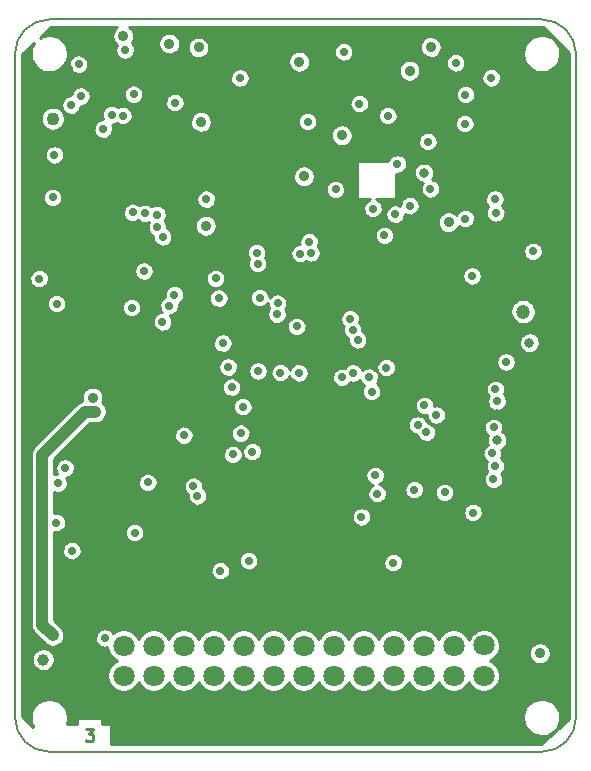
<source format=gbr>
G04 (created by PCBNEW (2013-may-18)-stable) date Ne 10. listopad 2013, 11:38:45 CET*
%MOIN*%
G04 Gerber Fmt 3.4, Leading zero omitted, Abs format*
%FSLAX34Y34*%
G01*
G70*
G90*
G04 APERTURE LIST*
%ADD10C,0.00590551*%
%ADD11C,0.00984252*%
%ADD12C,0.0708661*%
%ADD13R,0.0708661X0.0787*%
%ADD14C,0.0275591*%
%ADD15C,0.0393701*%
%ADD16C,0.0354331*%
%ADD17C,0.0314961*%
%ADD18C,0.0433071*%
%ADD19C,0.0472441*%
%ADD20C,0.0393701*%
G04 APERTURE END LIST*
G54D10*
G54D11*
X2164Y549D02*
X2407Y549D01*
X2276Y399D01*
X2332Y399D01*
X2370Y380D01*
X2389Y361D01*
X2407Y324D01*
X2407Y230D01*
X2389Y193D01*
X2370Y174D01*
X2332Y155D01*
X2220Y155D01*
X2182Y174D01*
X2164Y193D01*
G54D10*
X-196Y944D02*
G75*
G03X944Y-196I1141J0D01*
G74*
G01*
X944Y24212D02*
X17362Y24212D01*
X-196Y944D02*
X-196Y23070D01*
X17362Y-196D02*
X944Y-196D01*
X18503Y23070D02*
X18503Y944D01*
X17362Y-196D02*
G75*
G03X18503Y944I0J1141D01*
G74*
G01*
X944Y24212D02*
G75*
G03X-196Y23070I0J-1141D01*
G74*
G01*
X18503Y23070D02*
G75*
G03X17362Y24212I-1141J0D01*
G74*
G01*
G54D12*
X15433Y3346D03*
X15433Y2342D03*
X15433Y1338D03*
G54D13*
X3425Y1340D03*
G54D12*
X3425Y2340D03*
X4425Y1340D03*
X4425Y2340D03*
X5425Y1340D03*
X5425Y2340D03*
X6425Y1340D03*
X6425Y2340D03*
X7425Y1340D03*
X7425Y2340D03*
X8425Y1340D03*
X8425Y2340D03*
X9425Y1340D03*
X9425Y2340D03*
X10425Y1340D03*
X10425Y2340D03*
X11425Y1340D03*
X11425Y2340D03*
X12425Y1340D03*
X12425Y2340D03*
X3425Y3340D03*
X4425Y3340D03*
X5425Y3340D03*
X6425Y3340D03*
X7425Y3340D03*
X8425Y3340D03*
X9425Y3340D03*
X10425Y3340D03*
X11425Y3340D03*
X12425Y3340D03*
X13425Y1340D03*
X13425Y2340D03*
X13425Y3340D03*
X14425Y1340D03*
X14429Y2342D03*
X14425Y3340D03*
G54D14*
X15039Y15665D03*
X12118Y17015D03*
G54D15*
X2484Y11137D03*
X1070Y3692D03*
G54D16*
X6003Y20799D03*
X4948Y23409D03*
X3409Y23661D03*
G54D14*
X6732Y13425D03*
G54D16*
X6165Y17338D03*
G54D14*
X2744Y20559D03*
X11279Y21409D03*
X6177Y18224D03*
X1921Y22724D03*
X12177Y12610D03*
G54D17*
X15870Y10185D03*
G54D14*
X14122Y8452D03*
X15070Y7775D03*
X5433Y10354D03*
X5748Y8657D03*
X7590Y6169D03*
X2799Y3594D03*
X12409Y6106D03*
X5881Y8334D03*
G54D16*
X9437Y18988D03*
G54D14*
X11740Y17909D03*
G54D17*
X13440Y19110D03*
G54D16*
X14255Y17452D03*
X12956Y22507D03*
X2389Y11610D03*
G54D18*
X1062Y20905D03*
G54D16*
X5921Y23279D03*
X9283Y22803D03*
X13669Y23295D03*
X17299Y3090D03*
G54D15*
X748Y2874D03*
G54D19*
X16740Y14476D03*
G54D14*
X3791Y7110D03*
X4232Y8787D03*
X15830Y17763D03*
X11062Y13870D03*
X15799Y18228D03*
X10976Y14232D03*
X9559Y20807D03*
X4940Y14677D03*
X5114Y15035D03*
X12232Y21011D03*
X4720Y14133D03*
X6909Y12625D03*
X7027Y11956D03*
X7066Y9712D03*
X17070Y16480D03*
X10141Y22929D03*
X6901Y22751D03*
X4519Y22251D03*
G54D16*
X12200Y19940D03*
X13480Y19543D03*
G54D14*
X10874Y18665D03*
G54D16*
X15692Y20047D03*
X10594Y17862D03*
G54D14*
X7362Y17653D03*
G54D18*
X14015Y21437D03*
G54D14*
X11059Y19452D03*
X9720Y19763D03*
G54D15*
X12901Y16377D03*
X11287Y15748D03*
G54D14*
X7244Y13543D03*
X17059Y9267D03*
G54D16*
X1141Y12263D03*
X2342Y20598D03*
G54D14*
X6657Y18610D03*
X1551Y17055D03*
X1192Y15429D03*
X5287Y18547D03*
X5259Y15929D03*
X6192Y16161D03*
X3539Y12437D03*
X5271Y13858D03*
X2893Y13078D03*
X6377Y12755D03*
X1602Y22547D03*
X5767Y11169D03*
X18043Y19771D03*
X16421Y15590D03*
X12972Y14137D03*
G54D16*
X16366Y13559D03*
G54D14*
X16531Y8078D03*
X15354Y13248D03*
X13854Y13259D03*
X15452Y9200D03*
G54D17*
X15870Y11051D03*
G54D14*
X8897Y8307D03*
X9200Y11240D03*
X2125Y10381D03*
X3937Y7992D03*
X3818Y9724D03*
G54D15*
X3779Y5866D03*
X2637Y3149D03*
G54D14*
X11259Y10433D03*
X13098Y12496D03*
X7047Y7637D03*
G54D16*
X9708Y8960D03*
G54D14*
X9614Y7681D03*
X10354Y8771D03*
X9940Y5059D03*
X4657Y8444D03*
X4893Y7645D03*
X7165Y8818D03*
X5984Y10708D03*
X12712Y6940D03*
X7106Y6212D03*
X12547Y19397D03*
X12968Y18003D03*
X14496Y22767D03*
X4102Y15822D03*
X10759Y23133D03*
X4728Y16964D03*
X7299Y22263D03*
X4551Y17283D03*
X3755Y21720D03*
X4535Y17708D03*
X9665Y16433D03*
X9267Y12433D03*
X9311Y16409D03*
X7905Y12496D03*
X14799Y20744D03*
X14811Y17574D03*
X11350Y7629D03*
X10488Y18551D03*
G54D16*
X10696Y20358D03*
G54D14*
X7330Y10421D03*
X7708Y9811D03*
X1240Y8751D03*
X1181Y7440D03*
X1192Y14744D03*
X1059Y18279D03*
X610Y15578D03*
X1118Y19696D03*
X15677Y22267D03*
X14818Y21708D03*
X7397Y11303D03*
X5133Y21440D03*
X2003Y21657D03*
X11692Y11811D03*
X8645Y12444D03*
X3692Y14610D03*
X1677Y21358D03*
X3476Y23196D03*
X3023Y21035D03*
X3732Y17787D03*
X3401Y21007D03*
X4137Y17748D03*
X15759Y10618D03*
X11228Y13535D03*
X15712Y9755D03*
X10700Y12283D03*
X15870Y11480D03*
X13511Y10456D03*
X15818Y11885D03*
X13224Y10696D03*
X15748Y8881D03*
X11610Y12291D03*
X15818Y9326D03*
X11074Y12433D03*
X1700Y6503D03*
X6645Y5838D03*
X13566Y20141D03*
X9610Y16803D03*
X8555Y14755D03*
X12476Y17724D03*
X7893Y16074D03*
X6598Y14925D03*
X8539Y14385D03*
X13649Y18562D03*
X7858Y16437D03*
X6496Y15586D03*
X7964Y14940D03*
X9196Y13980D03*
X13846Y11027D03*
G54D17*
X16952Y13440D03*
G54D14*
X16173Y12795D03*
X13452Y11354D03*
X1476Y9263D03*
X11811Y9015D03*
X11877Y8405D03*
X13110Y8539D03*
G54D20*
X2149Y11137D02*
X2484Y11137D01*
X720Y9708D02*
X2149Y11137D01*
X720Y4043D02*
X720Y9708D01*
X1070Y3692D02*
X720Y4043D01*
G54D10*
G36*
X18257Y887D02*
X17982Y635D01*
X17982Y1005D01*
X17982Y23131D01*
X17958Y23250D01*
X17912Y23363D01*
X17845Y23464D01*
X17759Y23550D01*
X17658Y23618D01*
X17546Y23666D01*
X17427Y23690D01*
X17305Y23691D01*
X17186Y23668D01*
X17073Y23623D01*
X16971Y23556D01*
X16884Y23471D01*
X16816Y23371D01*
X16768Y23259D01*
X16743Y23140D01*
X16741Y23018D01*
X16763Y22899D01*
X16808Y22786D01*
X16873Y22683D01*
X16958Y22596D01*
X17058Y22526D01*
X17169Y22478D01*
X17288Y22452D01*
X17410Y22449D01*
X17529Y22470D01*
X17643Y22514D01*
X17745Y22579D01*
X17833Y22663D01*
X17903Y22763D01*
X17953Y22874D01*
X17980Y22992D01*
X17982Y23131D01*
X17982Y1005D01*
X17958Y1124D01*
X17912Y1237D01*
X17845Y1338D01*
X17759Y1424D01*
X17663Y1489D01*
X17663Y3126D01*
X17649Y3196D01*
X17622Y3262D01*
X17582Y3321D01*
X17532Y3372D01*
X17473Y3412D01*
X17407Y3440D01*
X17395Y3442D01*
X17395Y16512D01*
X17383Y16574D01*
X17359Y16633D01*
X17323Y16686D01*
X17278Y16731D01*
X17226Y16767D01*
X17167Y16792D01*
X17104Y16804D01*
X17041Y16805D01*
X16978Y16793D01*
X16919Y16769D01*
X16866Y16734D01*
X16820Y16690D01*
X16784Y16637D01*
X16759Y16579D01*
X16746Y16516D01*
X16745Y16453D01*
X16757Y16390D01*
X16780Y16331D01*
X16815Y16277D01*
X16859Y16231D01*
X16911Y16195D01*
X16970Y16169D01*
X17032Y16156D01*
X17095Y16154D01*
X17158Y16165D01*
X17218Y16188D01*
X17271Y16223D01*
X17317Y16267D01*
X17354Y16319D01*
X17380Y16377D01*
X17394Y16439D01*
X17395Y16512D01*
X17395Y3442D01*
X17337Y3454D01*
X17297Y3454D01*
X17297Y13474D01*
X17284Y13540D01*
X17258Y13603D01*
X17221Y13659D01*
X17173Y13707D01*
X17163Y13714D01*
X17163Y14517D01*
X17147Y14599D01*
X17115Y14676D01*
X17069Y14745D01*
X17011Y14804D01*
X16942Y14850D01*
X16865Y14882D01*
X16784Y14899D01*
X16701Y14899D01*
X16620Y14884D01*
X16543Y14853D01*
X16473Y14807D01*
X16414Y14749D01*
X16367Y14681D01*
X16334Y14604D01*
X16317Y14523D01*
X16316Y14440D01*
X16331Y14359D01*
X16361Y14281D01*
X16406Y14212D01*
X16464Y14152D01*
X16532Y14105D01*
X16608Y14071D01*
X16689Y14054D01*
X16772Y14052D01*
X16854Y14066D01*
X16931Y14096D01*
X17001Y14141D01*
X17062Y14198D01*
X17109Y14266D01*
X17143Y14342D01*
X17162Y14423D01*
X17163Y14517D01*
X17163Y13714D01*
X17117Y13745D01*
X17055Y13771D01*
X16988Y13785D01*
X16921Y13785D01*
X16855Y13773D01*
X16792Y13747D01*
X16735Y13710D01*
X16687Y13663D01*
X16649Y13607D01*
X16622Y13545D01*
X16608Y13479D01*
X16607Y13411D01*
X16620Y13345D01*
X16644Y13282D01*
X16681Y13225D01*
X16728Y13177D01*
X16783Y13138D01*
X16845Y13111D01*
X16911Y13097D01*
X16979Y13095D01*
X17045Y13107D01*
X17108Y13131D01*
X17165Y13168D01*
X17214Y13214D01*
X17253Y13269D01*
X17281Y13331D01*
X17296Y13397D01*
X17297Y13474D01*
X17297Y3454D01*
X17266Y3454D01*
X17195Y3441D01*
X17129Y3414D01*
X17069Y3375D01*
X17018Y3325D01*
X16978Y3266D01*
X16950Y3201D01*
X16935Y3131D01*
X16934Y3059D01*
X16947Y2989D01*
X16973Y2923D01*
X17012Y2863D01*
X17062Y2811D01*
X17120Y2771D01*
X17186Y2742D01*
X17255Y2727D01*
X17327Y2725D01*
X17397Y2738D01*
X17464Y2763D01*
X17524Y2802D01*
X17576Y2851D01*
X17617Y2909D01*
X17646Y2975D01*
X17662Y3044D01*
X17663Y3126D01*
X17663Y1489D01*
X17658Y1492D01*
X17546Y1540D01*
X17427Y1564D01*
X17305Y1565D01*
X17186Y1542D01*
X17073Y1497D01*
X16971Y1430D01*
X16884Y1345D01*
X16816Y1245D01*
X16768Y1133D01*
X16743Y1014D01*
X16741Y892D01*
X16763Y773D01*
X16808Y660D01*
X16873Y557D01*
X16958Y470D01*
X17058Y400D01*
X17169Y352D01*
X17288Y326D01*
X17410Y323D01*
X17529Y344D01*
X17643Y388D01*
X17745Y453D01*
X17833Y537D01*
X17903Y637D01*
X17953Y748D01*
X17980Y866D01*
X17982Y1005D01*
X17982Y635D01*
X17343Y49D01*
X16498Y49D01*
X16498Y12827D01*
X16485Y12889D01*
X16461Y12948D01*
X16426Y13001D01*
X16381Y13046D01*
X16328Y13082D01*
X16269Y13107D01*
X16207Y13119D01*
X16155Y13120D01*
X16155Y17795D01*
X16143Y17858D01*
X16118Y17917D01*
X16083Y17970D01*
X16042Y18011D01*
X16046Y18015D01*
X16082Y18067D01*
X16108Y18125D01*
X16123Y18187D01*
X16124Y18260D01*
X16111Y18322D01*
X16087Y18381D01*
X16052Y18434D01*
X16007Y18479D01*
X16001Y18483D01*
X16001Y22299D01*
X15989Y22362D01*
X15965Y22420D01*
X15930Y22473D01*
X15885Y22519D01*
X15832Y22554D01*
X15773Y22579D01*
X15711Y22592D01*
X15647Y22592D01*
X15585Y22580D01*
X15525Y22556D01*
X15472Y22522D01*
X15427Y22477D01*
X15391Y22424D01*
X15366Y22366D01*
X15352Y22304D01*
X15351Y22240D01*
X15363Y22177D01*
X15386Y22118D01*
X15421Y22064D01*
X15465Y22019D01*
X15517Y21982D01*
X15576Y21957D01*
X15638Y21943D01*
X15702Y21942D01*
X15764Y21953D01*
X15824Y21976D01*
X15878Y22010D01*
X15924Y22054D01*
X15960Y22106D01*
X15986Y22164D01*
X16000Y22226D01*
X16001Y22299D01*
X16001Y18483D01*
X15954Y18515D01*
X15895Y18540D01*
X15833Y18552D01*
X15769Y18553D01*
X15707Y18541D01*
X15648Y18517D01*
X15594Y18482D01*
X15549Y18438D01*
X15513Y18385D01*
X15488Y18327D01*
X15474Y18264D01*
X15473Y18201D01*
X15485Y18138D01*
X15508Y18079D01*
X15543Y18025D01*
X15587Y17980D01*
X15580Y17973D01*
X15544Y17921D01*
X15519Y17862D01*
X15506Y17800D01*
X15505Y17736D01*
X15516Y17673D01*
X15540Y17614D01*
X15574Y17561D01*
X15619Y17515D01*
X15671Y17478D01*
X15729Y17453D01*
X15792Y17439D01*
X15855Y17438D01*
X15918Y17449D01*
X15977Y17472D01*
X16031Y17506D01*
X16077Y17550D01*
X16114Y17602D01*
X16140Y17660D01*
X16154Y17722D01*
X16155Y17795D01*
X16155Y13120D01*
X16143Y13120D01*
X16081Y13108D01*
X16022Y13084D01*
X15968Y13049D01*
X15923Y13005D01*
X15887Y12952D01*
X15862Y12893D01*
X15848Y12831D01*
X15847Y12767D01*
X15859Y12705D01*
X15882Y12646D01*
X15917Y12592D01*
X15961Y12546D01*
X16014Y12510D01*
X16072Y12484D01*
X16134Y12471D01*
X16198Y12469D01*
X16260Y12480D01*
X16320Y12503D01*
X16374Y12538D01*
X16420Y12582D01*
X16457Y12634D01*
X16482Y12692D01*
X16497Y12754D01*
X16498Y12827D01*
X16498Y49D01*
X16214Y49D01*
X16214Y10218D01*
X16201Y10285D01*
X16194Y10301D01*
X16194Y11512D01*
X16182Y11574D01*
X16158Y11633D01*
X16123Y11686D01*
X16095Y11714D01*
X16102Y11724D01*
X16128Y11782D01*
X16142Y11844D01*
X16143Y11917D01*
X16131Y11980D01*
X16107Y12039D01*
X16071Y12092D01*
X16026Y12137D01*
X15974Y12172D01*
X15915Y12197D01*
X15853Y12210D01*
X15789Y12210D01*
X15726Y12198D01*
X15667Y12175D01*
X15614Y12140D01*
X15568Y12095D01*
X15532Y12043D01*
X15507Y11984D01*
X15494Y11922D01*
X15493Y11858D01*
X15505Y11795D01*
X15528Y11736D01*
X15563Y11683D01*
X15593Y11651D01*
X15584Y11637D01*
X15558Y11579D01*
X15545Y11516D01*
X15544Y11453D01*
X15556Y11390D01*
X15579Y11331D01*
X15614Y11277D01*
X15658Y11231D01*
X15710Y11195D01*
X15769Y11169D01*
X15831Y11156D01*
X15895Y11154D01*
X15957Y11165D01*
X16017Y11188D01*
X16071Y11223D01*
X16117Y11267D01*
X16153Y11319D01*
X16179Y11377D01*
X16193Y11439D01*
X16194Y11512D01*
X16194Y10301D01*
X16175Y10347D01*
X16138Y10403D01*
X16090Y10451D01*
X16052Y10477D01*
X16069Y10515D01*
X16083Y10577D01*
X16084Y10649D01*
X16072Y10712D01*
X16048Y10771D01*
X16012Y10824D01*
X15967Y10869D01*
X15915Y10905D01*
X15856Y10929D01*
X15793Y10942D01*
X15730Y10943D01*
X15667Y10931D01*
X15608Y10907D01*
X15555Y10872D01*
X15509Y10827D01*
X15473Y10775D01*
X15448Y10716D01*
X15435Y10654D01*
X15434Y10590D01*
X15446Y10528D01*
X15469Y10468D01*
X15504Y10415D01*
X15548Y10369D01*
X15569Y10355D01*
X15566Y10351D01*
X15540Y10289D01*
X15526Y10223D01*
X15525Y10156D01*
X15537Y10089D01*
X15556Y10041D01*
X15508Y10010D01*
X15462Y9965D01*
X15426Y9913D01*
X15401Y9854D01*
X15388Y9792D01*
X15387Y9728D01*
X15398Y9665D01*
X15422Y9606D01*
X15456Y9553D01*
X15501Y9507D01*
X15533Y9484D01*
X15532Y9484D01*
X15507Y9425D01*
X15494Y9363D01*
X15493Y9299D01*
X15505Y9236D01*
X15528Y9177D01*
X15551Y9141D01*
X15543Y9136D01*
X15498Y9091D01*
X15462Y9039D01*
X15436Y8980D01*
X15423Y8918D01*
X15422Y8854D01*
X15434Y8791D01*
X15457Y8732D01*
X15492Y8679D01*
X15536Y8633D01*
X15588Y8596D01*
X15647Y8571D01*
X15709Y8557D01*
X15773Y8556D01*
X15835Y8567D01*
X15895Y8590D01*
X15948Y8624D01*
X15995Y8668D01*
X16031Y8720D01*
X16057Y8778D01*
X16071Y8840D01*
X16072Y8913D01*
X16060Y8976D01*
X16036Y9035D01*
X16015Y9066D01*
X16019Y9069D01*
X16065Y9113D01*
X16102Y9165D01*
X16128Y9223D01*
X16142Y9285D01*
X16143Y9358D01*
X16131Y9421D01*
X16107Y9479D01*
X16071Y9533D01*
X16026Y9578D01*
X15997Y9597D01*
X16022Y9652D01*
X16036Y9715D01*
X16037Y9787D01*
X16025Y9850D01*
X16016Y9872D01*
X16026Y9876D01*
X16083Y9912D01*
X16132Y9958D01*
X16171Y10014D01*
X16198Y10075D01*
X16213Y10141D01*
X16214Y10218D01*
X16214Y49D01*
X15974Y49D01*
X15974Y2395D01*
X15953Y2499D01*
X15913Y2597D01*
X15854Y2686D01*
X15779Y2761D01*
X15691Y2821D01*
X15635Y2844D01*
X15678Y2860D01*
X15767Y2917D01*
X15844Y2991D01*
X15906Y3077D01*
X15949Y3174D01*
X15972Y3278D01*
X15974Y3399D01*
X15953Y3503D01*
X15913Y3601D01*
X15854Y3690D01*
X15779Y3765D01*
X15691Y3824D01*
X15593Y3866D01*
X15489Y3887D01*
X15395Y3888D01*
X15395Y7807D01*
X15383Y7869D01*
X15364Y7916D01*
X15364Y15697D01*
X15351Y15759D01*
X15327Y15818D01*
X15292Y15871D01*
X15247Y15916D01*
X15194Y15952D01*
X15143Y15973D01*
X15143Y21740D01*
X15131Y21802D01*
X15107Y21861D01*
X15071Y21914D01*
X15026Y21960D01*
X14974Y21995D01*
X14915Y22020D01*
X14853Y22033D01*
X14820Y22033D01*
X14820Y22799D01*
X14808Y22862D01*
X14784Y22920D01*
X14748Y22973D01*
X14704Y23019D01*
X14651Y23054D01*
X14592Y23079D01*
X14530Y23092D01*
X14466Y23092D01*
X14403Y23080D01*
X14344Y23056D01*
X14291Y23022D01*
X14246Y22977D01*
X14210Y22924D01*
X14184Y22866D01*
X14171Y22804D01*
X14170Y22740D01*
X14182Y22677D01*
X14205Y22618D01*
X14240Y22564D01*
X14284Y22519D01*
X14336Y22482D01*
X14395Y22457D01*
X14457Y22443D01*
X14521Y22442D01*
X14583Y22453D01*
X14643Y22476D01*
X14696Y22510D01*
X14743Y22554D01*
X14779Y22606D01*
X14805Y22664D01*
X14819Y22726D01*
X14820Y22799D01*
X14820Y22033D01*
X14789Y22033D01*
X14726Y22021D01*
X14667Y21997D01*
X14614Y21963D01*
X14568Y21918D01*
X14532Y21865D01*
X14507Y21807D01*
X14494Y21745D01*
X14493Y21681D01*
X14505Y21618D01*
X14528Y21559D01*
X14563Y21505D01*
X14607Y21460D01*
X14659Y21423D01*
X14718Y21398D01*
X14780Y21384D01*
X14843Y21383D01*
X14906Y21394D01*
X14966Y21417D01*
X15019Y21451D01*
X15065Y21495D01*
X15102Y21547D01*
X15128Y21605D01*
X15142Y21667D01*
X15143Y21740D01*
X15143Y15973D01*
X15135Y15977D01*
X15135Y15977D01*
X15135Y17606D01*
X15124Y17666D01*
X15124Y20775D01*
X15111Y20838D01*
X15087Y20897D01*
X15052Y20950D01*
X15007Y20995D01*
X14954Y21031D01*
X14895Y21055D01*
X14833Y21068D01*
X14769Y21069D01*
X14707Y21057D01*
X14648Y21033D01*
X14594Y20998D01*
X14549Y20953D01*
X14513Y20901D01*
X14488Y20842D01*
X14474Y20780D01*
X14473Y20716D01*
X14485Y20654D01*
X14508Y20594D01*
X14543Y20541D01*
X14587Y20495D01*
X14639Y20459D01*
X14698Y20433D01*
X14760Y20420D01*
X14824Y20418D01*
X14886Y20429D01*
X14946Y20452D01*
X15000Y20486D01*
X15046Y20530D01*
X15082Y20582D01*
X15108Y20641D01*
X15123Y20703D01*
X15124Y20775D01*
X15124Y17666D01*
X15123Y17669D01*
X15099Y17728D01*
X15063Y17781D01*
X15019Y17826D01*
X14966Y17861D01*
X14907Y17886D01*
X14845Y17899D01*
X14781Y17899D01*
X14718Y17887D01*
X14659Y17864D01*
X14606Y17829D01*
X14561Y17784D01*
X14525Y17732D01*
X14515Y17708D01*
X14489Y17734D01*
X14429Y17774D01*
X14364Y17802D01*
X14294Y17816D01*
X14222Y17817D01*
X14152Y17803D01*
X14086Y17777D01*
X14033Y17742D01*
X14033Y23330D01*
X14019Y23401D01*
X13992Y23467D01*
X13952Y23526D01*
X13902Y23577D01*
X13843Y23617D01*
X13777Y23644D01*
X13707Y23659D01*
X13636Y23659D01*
X13565Y23646D01*
X13499Y23619D01*
X13439Y23580D01*
X13388Y23530D01*
X13348Y23471D01*
X13320Y23405D01*
X13305Y23336D01*
X13304Y23264D01*
X13317Y23194D01*
X13343Y23128D01*
X13382Y23067D01*
X13432Y23016D01*
X13490Y22975D01*
X13556Y22947D01*
X13625Y22931D01*
X13697Y22930D01*
X13767Y22942D01*
X13834Y22968D01*
X13894Y23006D01*
X13946Y23056D01*
X13987Y23114D01*
X14016Y23179D01*
X14032Y23249D01*
X14033Y23330D01*
X14033Y17742D01*
X14026Y17737D01*
X13975Y17687D01*
X13974Y17686D01*
X13974Y18594D01*
X13962Y18657D01*
X13937Y18716D01*
X13902Y18769D01*
X13891Y18780D01*
X13891Y20173D01*
X13879Y20236D01*
X13855Y20294D01*
X13819Y20348D01*
X13774Y20393D01*
X13722Y20428D01*
X13663Y20453D01*
X13601Y20466D01*
X13537Y20466D01*
X13474Y20454D01*
X13415Y20430D01*
X13362Y20396D01*
X13320Y20355D01*
X13320Y22543D01*
X13307Y22613D01*
X13279Y22679D01*
X13240Y22739D01*
X13189Y22789D01*
X13130Y22829D01*
X13064Y22857D01*
X12994Y22871D01*
X12923Y22872D01*
X12853Y22858D01*
X12787Y22832D01*
X12727Y22793D01*
X12676Y22743D01*
X12636Y22684D01*
X12607Y22618D01*
X12593Y22548D01*
X12592Y22477D01*
X12604Y22407D01*
X12631Y22340D01*
X12669Y22280D01*
X12719Y22229D01*
X12778Y22188D01*
X12843Y22159D01*
X12913Y22144D01*
X12984Y22143D01*
X13055Y22155D01*
X13121Y22181D01*
X13181Y22219D01*
X13233Y22268D01*
X13274Y22327D01*
X13303Y22392D01*
X13319Y22462D01*
X13320Y22543D01*
X13320Y20355D01*
X13316Y20351D01*
X13280Y20298D01*
X13255Y20240D01*
X13242Y20178D01*
X13241Y20114D01*
X13253Y20051D01*
X13276Y19992D01*
X13311Y19939D01*
X13355Y19893D01*
X13407Y19856D01*
X13466Y19831D01*
X13528Y19817D01*
X13591Y19816D01*
X13654Y19827D01*
X13714Y19850D01*
X13767Y19884D01*
X13813Y19928D01*
X13850Y19980D01*
X13876Y20038D01*
X13890Y20100D01*
X13891Y20173D01*
X13891Y18780D01*
X13857Y18814D01*
X13804Y18850D01*
X13746Y18874D01*
X13702Y18883D01*
X13702Y18884D01*
X13741Y18939D01*
X13769Y19000D01*
X13784Y19066D01*
X13785Y19144D01*
X13772Y19210D01*
X13746Y19272D01*
X13709Y19329D01*
X13661Y19376D01*
X13605Y19414D01*
X13543Y19440D01*
X13477Y19454D01*
X13409Y19454D01*
X13343Y19442D01*
X13280Y19417D01*
X13224Y19380D01*
X13175Y19332D01*
X13137Y19276D01*
X13110Y19214D01*
X13096Y19148D01*
X13096Y19081D01*
X13108Y19014D01*
X13133Y18952D01*
X13169Y18895D01*
X13216Y18846D01*
X13272Y18808D01*
X13333Y18781D01*
X13395Y18767D01*
X13363Y18720D01*
X13338Y18661D01*
X13325Y18599D01*
X13324Y18535D01*
X13335Y18473D01*
X13359Y18413D01*
X13393Y18360D01*
X13438Y18314D01*
X13490Y18278D01*
X13548Y18252D01*
X13610Y18238D01*
X13674Y18237D01*
X13737Y18248D01*
X13796Y18271D01*
X13850Y18305D01*
X13896Y18349D01*
X13933Y18401D01*
X13959Y18459D01*
X13973Y18522D01*
X13974Y18594D01*
X13974Y17686D01*
X13935Y17629D01*
X13907Y17563D01*
X13892Y17493D01*
X13891Y17422D01*
X13904Y17351D01*
X13930Y17285D01*
X13969Y17225D01*
X14018Y17174D01*
X14077Y17133D01*
X14142Y17104D01*
X14212Y17089D01*
X14283Y17087D01*
X14354Y17100D01*
X14420Y17126D01*
X14481Y17164D01*
X14532Y17213D01*
X14574Y17272D01*
X14598Y17327D01*
X14599Y17326D01*
X14651Y17289D01*
X14710Y17264D01*
X14772Y17250D01*
X14836Y17249D01*
X14898Y17260D01*
X14958Y17283D01*
X15011Y17317D01*
X15058Y17361D01*
X15094Y17413D01*
X15120Y17471D01*
X15134Y17533D01*
X15135Y17606D01*
X15135Y15977D01*
X15073Y15989D01*
X15009Y15990D01*
X14947Y15978D01*
X14888Y15954D01*
X14834Y15919D01*
X14789Y15875D01*
X14753Y15822D01*
X14728Y15764D01*
X14715Y15701D01*
X14714Y15638D01*
X14725Y15575D01*
X14749Y15516D01*
X14783Y15462D01*
X14827Y15416D01*
X14880Y15380D01*
X14938Y15354D01*
X15000Y15341D01*
X15064Y15339D01*
X15127Y15351D01*
X15186Y15374D01*
X15240Y15408D01*
X15286Y15452D01*
X15323Y15504D01*
X15349Y15562D01*
X15363Y15624D01*
X15364Y15697D01*
X15364Y7916D01*
X15359Y7928D01*
X15323Y7981D01*
X15278Y8027D01*
X15226Y8062D01*
X15167Y8087D01*
X15104Y8100D01*
X15041Y8100D01*
X14978Y8088D01*
X14919Y8064D01*
X14866Y8029D01*
X14820Y7985D01*
X14784Y7932D01*
X14759Y7874D01*
X14746Y7811D01*
X14745Y7748D01*
X14757Y7685D01*
X14780Y7626D01*
X14815Y7572D01*
X14859Y7527D01*
X14911Y7490D01*
X14970Y7465D01*
X15032Y7451D01*
X15095Y7450D01*
X15158Y7461D01*
X15218Y7484D01*
X15271Y7518D01*
X15317Y7562D01*
X15354Y7614D01*
X15380Y7672D01*
X15394Y7734D01*
X15395Y7807D01*
X15395Y3888D01*
X15383Y3888D01*
X15279Y3868D01*
X15181Y3828D01*
X15092Y3770D01*
X15016Y3696D01*
X14956Y3608D01*
X14927Y3541D01*
X14905Y3596D01*
X14846Y3684D01*
X14771Y3759D01*
X14683Y3819D01*
X14586Y3860D01*
X14482Y3881D01*
X14446Y3881D01*
X14446Y8484D01*
X14434Y8547D01*
X14410Y8605D01*
X14374Y8659D01*
X14330Y8704D01*
X14277Y8739D01*
X14218Y8764D01*
X14171Y8774D01*
X14171Y11059D01*
X14158Y11121D01*
X14134Y11180D01*
X14099Y11233D01*
X14054Y11279D01*
X14001Y11314D01*
X13942Y11339D01*
X13880Y11352D01*
X13816Y11352D01*
X13776Y11344D01*
X13777Y11386D01*
X13765Y11448D01*
X13740Y11507D01*
X13705Y11560D01*
X13660Y11605D01*
X13607Y11641D01*
X13549Y11666D01*
X13486Y11678D01*
X13423Y11679D01*
X13360Y11667D01*
X13301Y11643D01*
X13293Y11638D01*
X13293Y18035D01*
X13280Y18098D01*
X13256Y18157D01*
X13221Y18210D01*
X13176Y18255D01*
X13123Y18291D01*
X13065Y18315D01*
X13002Y18328D01*
X12938Y18328D01*
X12876Y18317D01*
X12872Y18315D01*
X12872Y19429D01*
X12859Y19491D01*
X12835Y19550D01*
X12800Y19603D01*
X12755Y19649D01*
X12702Y19684D01*
X12643Y19709D01*
X12581Y19722D01*
X12557Y19722D01*
X12557Y21043D01*
X12544Y21106D01*
X12520Y21165D01*
X12485Y21218D01*
X12440Y21263D01*
X12387Y21298D01*
X12328Y21323D01*
X12266Y21336D01*
X12202Y21336D01*
X12140Y21324D01*
X12081Y21301D01*
X12027Y21266D01*
X11982Y21221D01*
X11946Y21169D01*
X11921Y21110D01*
X11907Y21048D01*
X11907Y20984D01*
X11918Y20921D01*
X11942Y20862D01*
X11976Y20809D01*
X12020Y20763D01*
X12073Y20726D01*
X12131Y20701D01*
X12193Y20687D01*
X12257Y20686D01*
X12320Y20697D01*
X12379Y20720D01*
X12433Y20754D01*
X12479Y20798D01*
X12516Y20850D01*
X12541Y20908D01*
X12556Y20970D01*
X12557Y21043D01*
X12557Y19722D01*
X12517Y19722D01*
X12455Y19710D01*
X12396Y19686D01*
X12342Y19651D01*
X12297Y19607D01*
X12261Y19554D01*
X12236Y19498D01*
X11604Y19498D01*
X11604Y21441D01*
X11591Y21503D01*
X11567Y21562D01*
X11532Y21615D01*
X11487Y21660D01*
X11434Y21696D01*
X11376Y21721D01*
X11313Y21734D01*
X11249Y21734D01*
X11187Y21722D01*
X11128Y21698D01*
X11084Y21670D01*
X11084Y23165D01*
X11072Y23228D01*
X11048Y23287D01*
X11012Y23340D01*
X10967Y23385D01*
X10915Y23420D01*
X10856Y23445D01*
X10793Y23458D01*
X10730Y23458D01*
X10667Y23446D01*
X10608Y23423D01*
X10555Y23388D01*
X10509Y23343D01*
X10473Y23291D01*
X10448Y23232D01*
X10435Y23170D01*
X10434Y23106D01*
X10446Y23043D01*
X10469Y22984D01*
X10504Y22931D01*
X10548Y22885D01*
X10600Y22848D01*
X10658Y22823D01*
X10721Y22809D01*
X10784Y22808D01*
X10847Y22819D01*
X10906Y22842D01*
X10960Y22876D01*
X11006Y22920D01*
X11043Y22972D01*
X11069Y23030D01*
X11083Y23092D01*
X11084Y23165D01*
X11084Y21670D01*
X11075Y21663D01*
X11029Y21619D01*
X10993Y21566D01*
X10968Y21508D01*
X10955Y21445D01*
X10954Y21382D01*
X10965Y21319D01*
X10989Y21260D01*
X11023Y21206D01*
X11067Y21160D01*
X11120Y21124D01*
X11178Y21099D01*
X11240Y21085D01*
X11304Y21084D01*
X11367Y21095D01*
X11426Y21118D01*
X11480Y21152D01*
X11526Y21196D01*
X11563Y21248D01*
X11589Y21306D01*
X11603Y21368D01*
X11604Y21441D01*
X11604Y19498D01*
X11210Y19498D01*
X11210Y18218D01*
X11638Y18218D01*
X11588Y18198D01*
X11535Y18163D01*
X11490Y18119D01*
X11454Y18066D01*
X11429Y18008D01*
X11415Y17945D01*
X11414Y17882D01*
X11426Y17819D01*
X11449Y17760D01*
X11484Y17706D01*
X11528Y17660D01*
X11580Y17624D01*
X11639Y17599D01*
X11701Y17585D01*
X11765Y17584D01*
X11827Y17595D01*
X11887Y17618D01*
X11941Y17652D01*
X11987Y17696D01*
X12023Y17748D01*
X12049Y17806D01*
X12063Y17868D01*
X12064Y17941D01*
X12052Y18003D01*
X12028Y18062D01*
X11993Y18115D01*
X11948Y18160D01*
X11895Y18196D01*
X11843Y18218D01*
X12490Y18218D01*
X12490Y19077D01*
X12508Y19073D01*
X12572Y19072D01*
X12635Y19083D01*
X12694Y19106D01*
X12748Y19140D01*
X12794Y19184D01*
X12831Y19236D01*
X12856Y19294D01*
X12871Y19356D01*
X12872Y19429D01*
X12872Y18315D01*
X12817Y18293D01*
X12763Y18258D01*
X12718Y18213D01*
X12682Y18161D01*
X12657Y18102D01*
X12644Y18040D01*
X12643Y18003D01*
X12631Y18011D01*
X12572Y18036D01*
X12510Y18048D01*
X12490Y18049D01*
X12446Y18049D01*
X12384Y18037D01*
X12325Y18013D01*
X12271Y17978D01*
X12226Y17934D01*
X12190Y17881D01*
X12165Y17823D01*
X12152Y17760D01*
X12151Y17697D01*
X12162Y17634D01*
X12186Y17575D01*
X12220Y17521D01*
X12264Y17475D01*
X12317Y17439D01*
X12375Y17414D01*
X12437Y17400D01*
X12490Y17399D01*
X12501Y17398D01*
X12564Y17410D01*
X12623Y17433D01*
X12677Y17467D01*
X12723Y17511D01*
X12760Y17563D01*
X12786Y17621D01*
X12800Y17683D01*
X12800Y17724D01*
X12809Y17719D01*
X12867Y17693D01*
X12929Y17679D01*
X12993Y17678D01*
X13056Y17689D01*
X13115Y17712D01*
X13169Y17746D01*
X13215Y17790D01*
X13252Y17842D01*
X13278Y17900D01*
X13292Y17963D01*
X13293Y18035D01*
X13293Y11638D01*
X13248Y11608D01*
X13202Y11564D01*
X13166Y11511D01*
X13141Y11453D01*
X13128Y11390D01*
X13127Y11327D01*
X13139Y11264D01*
X13162Y11205D01*
X13196Y11151D01*
X13241Y11105D01*
X13293Y11069D01*
X13351Y11043D01*
X13414Y11030D01*
X13477Y11028D01*
X13521Y11036D01*
X13521Y11000D01*
X13532Y10937D01*
X13556Y10878D01*
X13590Y10824D01*
X13634Y10779D01*
X13687Y10742D01*
X13745Y10717D01*
X13807Y10703D01*
X13871Y10702D01*
X13934Y10713D01*
X13993Y10736D01*
X14047Y10770D01*
X14093Y10814D01*
X14130Y10866D01*
X14156Y10924D01*
X14170Y10986D01*
X14171Y11059D01*
X14171Y8774D01*
X14156Y8777D01*
X14092Y8777D01*
X14029Y8765D01*
X13970Y8741D01*
X13917Y8707D01*
X13872Y8662D01*
X13836Y8610D01*
X13836Y10488D01*
X13824Y10551D01*
X13799Y10609D01*
X13764Y10662D01*
X13719Y10708D01*
X13667Y10743D01*
X13608Y10768D01*
X13545Y10781D01*
X13538Y10781D01*
X13536Y10791D01*
X13512Y10850D01*
X13477Y10903D01*
X13432Y10948D01*
X13379Y10983D01*
X13320Y11008D01*
X13258Y11021D01*
X13194Y11021D01*
X13132Y11009D01*
X13073Y10986D01*
X13019Y10951D01*
X12974Y10906D01*
X12938Y10854D01*
X12913Y10795D01*
X12900Y10733D01*
X12899Y10669D01*
X12910Y10606D01*
X12934Y10547D01*
X12968Y10494D01*
X13012Y10448D01*
X13065Y10411D01*
X13123Y10386D01*
X13185Y10372D01*
X13197Y10372D01*
X13198Y10366D01*
X13221Y10307D01*
X13256Y10253D01*
X13300Y10208D01*
X13352Y10171D01*
X13410Y10146D01*
X13473Y10132D01*
X13536Y10131D01*
X13599Y10142D01*
X13658Y10165D01*
X13712Y10199D01*
X13758Y10243D01*
X13795Y10295D01*
X13821Y10353D01*
X13835Y10415D01*
X13836Y10488D01*
X13836Y8610D01*
X13836Y8609D01*
X13810Y8551D01*
X13797Y8489D01*
X13796Y8425D01*
X13808Y8362D01*
X13831Y8303D01*
X13866Y8250D01*
X13910Y8204D01*
X13962Y8167D01*
X14021Y8142D01*
X14083Y8128D01*
X14147Y8127D01*
X14209Y8138D01*
X14269Y8161D01*
X14322Y8195D01*
X14369Y8239D01*
X14405Y8291D01*
X14431Y8349D01*
X14445Y8411D01*
X14446Y8484D01*
X14446Y3881D01*
X14375Y3882D01*
X14271Y3862D01*
X14173Y3822D01*
X14084Y3764D01*
X14008Y3690D01*
X13948Y3602D01*
X13925Y3548D01*
X13905Y3596D01*
X13846Y3684D01*
X13771Y3759D01*
X13683Y3819D01*
X13586Y3860D01*
X13482Y3881D01*
X13435Y3882D01*
X13435Y8571D01*
X13422Y8633D01*
X13398Y8692D01*
X13363Y8745D01*
X13318Y8790D01*
X13265Y8826D01*
X13206Y8851D01*
X13144Y8863D01*
X13080Y8864D01*
X13018Y8852D01*
X12959Y8828D01*
X12905Y8793D01*
X12860Y8749D01*
X12824Y8696D01*
X12799Y8638D01*
X12785Y8575D01*
X12785Y8512D01*
X12796Y8449D01*
X12819Y8390D01*
X12854Y8336D01*
X12898Y8290D01*
X12951Y8254D01*
X13009Y8228D01*
X13071Y8215D01*
X13135Y8213D01*
X13198Y8225D01*
X13257Y8248D01*
X13311Y8282D01*
X13357Y8326D01*
X13394Y8378D01*
X13419Y8436D01*
X13434Y8498D01*
X13435Y8571D01*
X13435Y3882D01*
X13375Y3882D01*
X13271Y3862D01*
X13173Y3822D01*
X13084Y3764D01*
X13008Y3690D01*
X12948Y3602D01*
X12925Y3548D01*
X12905Y3596D01*
X12846Y3684D01*
X12771Y3759D01*
X12734Y3785D01*
X12734Y6138D01*
X12721Y6200D01*
X12697Y6259D01*
X12662Y6312D01*
X12617Y6357D01*
X12564Y6393D01*
X12505Y6418D01*
X12501Y6418D01*
X12501Y12642D01*
X12490Y12701D01*
X12489Y12704D01*
X12465Y12763D01*
X12442Y12797D01*
X12442Y17047D01*
X12430Y17110D01*
X12406Y17168D01*
X12371Y17222D01*
X12326Y17267D01*
X12273Y17302D01*
X12214Y17327D01*
X12152Y17340D01*
X12088Y17340D01*
X12025Y17328D01*
X11966Y17304D01*
X11913Y17270D01*
X11868Y17225D01*
X11832Y17172D01*
X11807Y17114D01*
X11793Y17052D01*
X11792Y16988D01*
X11804Y16925D01*
X11827Y16866D01*
X11862Y16813D01*
X11906Y16767D01*
X11958Y16730D01*
X12017Y16705D01*
X12079Y16691D01*
X12143Y16690D01*
X12205Y16701D01*
X12265Y16724D01*
X12319Y16758D01*
X12365Y16802D01*
X12401Y16854D01*
X12427Y16912D01*
X12441Y16974D01*
X12442Y17047D01*
X12442Y12797D01*
X12430Y12816D01*
X12385Y12861D01*
X12332Y12897D01*
X12273Y12922D01*
X12211Y12934D01*
X12147Y12935D01*
X12085Y12923D01*
X12025Y12899D01*
X11972Y12864D01*
X11927Y12820D01*
X11891Y12767D01*
X11866Y12708D01*
X11852Y12646D01*
X11851Y12582D01*
X11863Y12520D01*
X11886Y12463D01*
X11863Y12497D01*
X11818Y12542D01*
X11765Y12578D01*
X11706Y12603D01*
X11644Y12615D01*
X11580Y12616D01*
X11553Y12611D01*
X11553Y13567D01*
X11540Y13629D01*
X11516Y13688D01*
X11481Y13741D01*
X11436Y13786D01*
X11385Y13821D01*
X11386Y13829D01*
X11387Y13901D01*
X11375Y13964D01*
X11351Y14023D01*
X11315Y14076D01*
X11279Y14113D01*
X11286Y14129D01*
X11300Y14191D01*
X11301Y14264D01*
X11288Y14326D01*
X11264Y14385D01*
X11229Y14438D01*
X11184Y14483D01*
X11131Y14519D01*
X11072Y14544D01*
X11061Y14546D01*
X11061Y20393D01*
X11047Y20464D01*
X11019Y20530D01*
X10980Y20589D01*
X10930Y20640D01*
X10870Y20680D01*
X10805Y20707D01*
X10735Y20722D01*
X10663Y20722D01*
X10593Y20709D01*
X10527Y20682D01*
X10467Y20643D01*
X10416Y20593D01*
X10376Y20534D01*
X10348Y20468D01*
X10333Y20399D01*
X10332Y20327D01*
X10345Y20257D01*
X10371Y20190D01*
X10410Y20130D01*
X10459Y20079D01*
X10518Y20038D01*
X10583Y20010D01*
X10653Y19994D01*
X10724Y19993D01*
X10795Y20005D01*
X10861Y20031D01*
X10922Y20069D01*
X10973Y20119D01*
X11015Y20177D01*
X11044Y20242D01*
X11059Y20312D01*
X11061Y20393D01*
X11061Y14546D01*
X11010Y14556D01*
X10946Y14557D01*
X10884Y14545D01*
X10825Y14521D01*
X10813Y14513D01*
X10813Y18583D01*
X10800Y18645D01*
X10776Y18704D01*
X10741Y18757D01*
X10696Y18802D01*
X10643Y18838D01*
X10584Y18862D01*
X10522Y18875D01*
X10458Y18876D01*
X10396Y18864D01*
X10336Y18840D01*
X10283Y18805D01*
X10238Y18760D01*
X10202Y18708D01*
X10177Y18649D01*
X10163Y18587D01*
X10162Y18523D01*
X10174Y18461D01*
X10197Y18401D01*
X10232Y18348D01*
X10276Y18302D01*
X10328Y18266D01*
X10387Y18240D01*
X10449Y18227D01*
X10513Y18225D01*
X10575Y18236D01*
X10635Y18259D01*
X10689Y18293D01*
X10735Y18337D01*
X10771Y18389D01*
X10797Y18448D01*
X10811Y18510D01*
X10813Y18583D01*
X10813Y14513D01*
X10771Y14486D01*
X10726Y14442D01*
X10690Y14389D01*
X10665Y14330D01*
X10652Y14268D01*
X10651Y14204D01*
X10662Y14142D01*
X10686Y14083D01*
X10720Y14029D01*
X10760Y13988D01*
X10751Y13968D01*
X10738Y13906D01*
X10737Y13842D01*
X10749Y13780D01*
X10772Y13720D01*
X10807Y13667D01*
X10851Y13621D01*
X10903Y13585D01*
X10906Y13583D01*
X10904Y13571D01*
X10903Y13508D01*
X10914Y13445D01*
X10938Y13386D01*
X10972Y13332D01*
X11016Y13286D01*
X11069Y13250D01*
X11127Y13225D01*
X11189Y13211D01*
X11253Y13210D01*
X11316Y13221D01*
X11375Y13244D01*
X11429Y13278D01*
X11475Y13322D01*
X11512Y13374D01*
X11538Y13432D01*
X11552Y13494D01*
X11553Y13567D01*
X11553Y12611D01*
X11518Y12604D01*
X11459Y12580D01*
X11405Y12545D01*
X11387Y12527D01*
X11362Y12586D01*
X11327Y12639D01*
X11282Y12684D01*
X11230Y12720D01*
X11171Y12744D01*
X11108Y12757D01*
X11045Y12758D01*
X10982Y12746D01*
X10923Y12722D01*
X10870Y12687D01*
X10824Y12642D01*
X10792Y12596D01*
X10734Y12608D01*
X10671Y12608D01*
X10608Y12596D01*
X10549Y12572D01*
X10496Y12537D01*
X10450Y12493D01*
X10414Y12440D01*
X10389Y12382D01*
X10376Y12319D01*
X10375Y12256D01*
X10387Y12193D01*
X10410Y12134D01*
X10445Y12080D01*
X10489Y12034D01*
X10541Y11998D01*
X10599Y11973D01*
X10662Y11959D01*
X10725Y11958D01*
X10788Y11969D01*
X10847Y11992D01*
X10901Y12026D01*
X10947Y12070D01*
X10983Y12120D01*
X11036Y12108D01*
X11099Y12107D01*
X11162Y12118D01*
X11221Y12141D01*
X11275Y12175D01*
X11298Y12197D01*
X11319Y12142D01*
X11354Y12088D01*
X11398Y12042D01*
X11438Y12014D01*
X11406Y11968D01*
X11381Y11909D01*
X11368Y11847D01*
X11367Y11783D01*
X11379Y11721D01*
X11402Y11661D01*
X11437Y11608D01*
X11481Y11562D01*
X11533Y11526D01*
X11592Y11500D01*
X11654Y11486D01*
X11717Y11485D01*
X11780Y11496D01*
X11840Y11519D01*
X11893Y11553D01*
X11939Y11597D01*
X11976Y11649D01*
X12002Y11708D01*
X12016Y11770D01*
X12017Y11842D01*
X12005Y11905D01*
X11981Y11964D01*
X11945Y12017D01*
X11900Y12062D01*
X11863Y12087D01*
X11894Y12130D01*
X11919Y12188D01*
X11934Y12250D01*
X11935Y12323D01*
X11922Y12385D01*
X11900Y12440D01*
X11921Y12407D01*
X11965Y12361D01*
X12017Y12325D01*
X12076Y12299D01*
X12138Y12286D01*
X12202Y12284D01*
X12264Y12295D01*
X12324Y12318D01*
X12378Y12353D01*
X12424Y12396D01*
X12460Y12449D01*
X12486Y12507D01*
X12490Y12521D01*
X12500Y12569D01*
X12501Y12642D01*
X12501Y6418D01*
X12490Y6421D01*
X12443Y6430D01*
X12379Y6431D01*
X12317Y6419D01*
X12258Y6395D01*
X12204Y6360D01*
X12202Y6358D01*
X12202Y8437D01*
X12190Y8499D01*
X12166Y8558D01*
X12130Y8611D01*
X12085Y8656D01*
X12033Y8692D01*
X11974Y8717D01*
X11951Y8721D01*
X11958Y8724D01*
X12011Y8758D01*
X12058Y8802D01*
X12094Y8854D01*
X12120Y8912D01*
X12134Y8974D01*
X12135Y9047D01*
X12123Y9110D01*
X12099Y9168D01*
X12063Y9222D01*
X12019Y9267D01*
X11966Y9302D01*
X11907Y9327D01*
X11845Y9340D01*
X11781Y9340D01*
X11718Y9328D01*
X11659Y9304D01*
X11606Y9270D01*
X11561Y9225D01*
X11525Y9172D01*
X11499Y9114D01*
X11486Y9052D01*
X11485Y8988D01*
X11497Y8925D01*
X11520Y8866D01*
X11555Y8813D01*
X11599Y8767D01*
X11651Y8730D01*
X11710Y8705D01*
X11737Y8699D01*
X11726Y8694D01*
X11673Y8659D01*
X11627Y8615D01*
X11591Y8562D01*
X11566Y8504D01*
X11553Y8441D01*
X11552Y8378D01*
X11564Y8315D01*
X11587Y8256D01*
X11622Y8202D01*
X11666Y8156D01*
X11718Y8120D01*
X11777Y8095D01*
X11839Y8081D01*
X11902Y8080D01*
X11965Y8091D01*
X12025Y8114D01*
X12078Y8148D01*
X12125Y8192D01*
X12161Y8244D01*
X12187Y8302D01*
X12201Y8364D01*
X12202Y8437D01*
X12202Y6358D01*
X12159Y6316D01*
X12123Y6263D01*
X12098Y6204D01*
X12085Y6142D01*
X12084Y6078D01*
X12095Y6016D01*
X12119Y5957D01*
X12153Y5903D01*
X12197Y5857D01*
X12250Y5821D01*
X12308Y5795D01*
X12370Y5782D01*
X12434Y5780D01*
X12490Y5790D01*
X12497Y5791D01*
X12556Y5814D01*
X12610Y5849D01*
X12656Y5893D01*
X12693Y5945D01*
X12719Y6003D01*
X12733Y6065D01*
X12734Y6138D01*
X12734Y3785D01*
X12683Y3819D01*
X12586Y3860D01*
X12490Y3880D01*
X12482Y3881D01*
X12375Y3882D01*
X12271Y3862D01*
X12173Y3822D01*
X12084Y3764D01*
X12008Y3690D01*
X11948Y3602D01*
X11925Y3548D01*
X11905Y3596D01*
X11846Y3684D01*
X11771Y3759D01*
X11683Y3819D01*
X11675Y3822D01*
X11675Y7661D01*
X11662Y7724D01*
X11638Y7783D01*
X11603Y7836D01*
X11558Y7881D01*
X11505Y7917D01*
X11446Y7941D01*
X11384Y7954D01*
X11320Y7954D01*
X11258Y7943D01*
X11199Y7919D01*
X11145Y7884D01*
X11100Y7839D01*
X11064Y7787D01*
X11039Y7728D01*
X11026Y7666D01*
X11025Y7602D01*
X11036Y7539D01*
X11060Y7480D01*
X11094Y7427D01*
X11138Y7381D01*
X11191Y7345D01*
X11249Y7319D01*
X11311Y7305D01*
X11375Y7304D01*
X11438Y7315D01*
X11497Y7338D01*
X11551Y7372D01*
X11597Y7416D01*
X11634Y7468D01*
X11660Y7526D01*
X11674Y7589D01*
X11675Y7661D01*
X11675Y3822D01*
X11586Y3860D01*
X11482Y3881D01*
X11375Y3882D01*
X11271Y3862D01*
X11173Y3822D01*
X11084Y3764D01*
X11008Y3690D01*
X10948Y3602D01*
X10925Y3548D01*
X10905Y3596D01*
X10846Y3684D01*
X10771Y3759D01*
X10683Y3819D01*
X10586Y3860D01*
X10482Y3881D01*
X10375Y3882D01*
X10271Y3862D01*
X10173Y3822D01*
X10084Y3764D01*
X10008Y3690D01*
X9990Y3663D01*
X9990Y16464D01*
X9977Y16527D01*
X9953Y16586D01*
X9918Y16639D01*
X9900Y16657D01*
X9919Y16700D01*
X9934Y16762D01*
X9935Y16834D01*
X9922Y16897D01*
X9898Y16956D01*
X9883Y16978D01*
X9883Y20838D01*
X9871Y20901D01*
X9847Y20960D01*
X9811Y21013D01*
X9767Y21058D01*
X9714Y21094D01*
X9655Y21118D01*
X9647Y21120D01*
X9647Y22838D01*
X9633Y22908D01*
X9606Y22974D01*
X9567Y23034D01*
X9516Y23085D01*
X9457Y23125D01*
X9391Y23152D01*
X9321Y23167D01*
X9250Y23167D01*
X9180Y23154D01*
X9113Y23127D01*
X9054Y23088D01*
X9003Y23038D01*
X8962Y22979D01*
X8934Y22913D01*
X8919Y22843D01*
X8918Y22772D01*
X8931Y22702D01*
X8957Y22635D01*
X8996Y22575D01*
X9046Y22524D01*
X9104Y22483D01*
X9170Y22455D01*
X9240Y22439D01*
X9311Y22438D01*
X9381Y22450D01*
X9448Y22476D01*
X9508Y22514D01*
X9560Y22564D01*
X9601Y22622D01*
X9630Y22687D01*
X9646Y22757D01*
X9647Y22838D01*
X9647Y21120D01*
X9593Y21131D01*
X9529Y21132D01*
X9466Y21120D01*
X9407Y21096D01*
X9354Y21061D01*
X9309Y21016D01*
X9273Y20964D01*
X9247Y20905D01*
X9234Y20843D01*
X9233Y20779D01*
X9245Y20717D01*
X9268Y20657D01*
X9303Y20604D01*
X9347Y20558D01*
X9399Y20522D01*
X9458Y20496D01*
X9520Y20483D01*
X9584Y20481D01*
X9646Y20492D01*
X9706Y20515D01*
X9759Y20549D01*
X9806Y20593D01*
X9842Y20645D01*
X9868Y20704D01*
X9882Y20766D01*
X9883Y20838D01*
X9883Y16978D01*
X9863Y17009D01*
X9818Y17054D01*
X9801Y17066D01*
X9801Y19023D01*
X9787Y19093D01*
X9760Y19159D01*
X9720Y19219D01*
X9670Y19270D01*
X9611Y19310D01*
X9545Y19337D01*
X9475Y19352D01*
X9403Y19352D01*
X9333Y19339D01*
X9267Y19312D01*
X9207Y19273D01*
X9156Y19223D01*
X9116Y19164D01*
X9088Y19098D01*
X9073Y19028D01*
X9072Y18957D01*
X9085Y18887D01*
X9111Y18820D01*
X9150Y18760D01*
X9199Y18709D01*
X9258Y18668D01*
X9323Y18640D01*
X9393Y18624D01*
X9465Y18623D01*
X9535Y18635D01*
X9602Y18661D01*
X9662Y18699D01*
X9714Y18749D01*
X9755Y18807D01*
X9784Y18872D01*
X9800Y18942D01*
X9801Y19023D01*
X9801Y17066D01*
X9765Y17090D01*
X9706Y17114D01*
X9644Y17127D01*
X9580Y17128D01*
X9518Y17116D01*
X9459Y17092D01*
X9405Y17057D01*
X9360Y17012D01*
X9324Y16960D01*
X9299Y16901D01*
X9285Y16839D01*
X9285Y16775D01*
X9292Y16734D01*
X9281Y16734D01*
X9218Y16722D01*
X9159Y16698D01*
X9106Y16663D01*
X9061Y16619D01*
X9025Y16566D01*
X8999Y16508D01*
X8986Y16445D01*
X8985Y16382D01*
X8997Y16319D01*
X9020Y16260D01*
X9055Y16206D01*
X9099Y16160D01*
X9151Y16124D01*
X9210Y16099D01*
X9272Y16085D01*
X9336Y16084D01*
X9398Y16095D01*
X9458Y16118D01*
X9505Y16148D01*
X9506Y16148D01*
X9564Y16122D01*
X9626Y16108D01*
X9690Y16107D01*
X9753Y16118D01*
X9812Y16141D01*
X9866Y16175D01*
X9912Y16219D01*
X9949Y16271D01*
X9975Y16330D01*
X9989Y16392D01*
X9990Y16464D01*
X9990Y3663D01*
X9948Y3602D01*
X9925Y3548D01*
X9905Y3596D01*
X9846Y3684D01*
X9771Y3759D01*
X9683Y3819D01*
X9592Y3857D01*
X9592Y12464D01*
X9580Y12527D01*
X9555Y12586D01*
X9521Y12637D01*
X9521Y14012D01*
X9509Y14074D01*
X9485Y14133D01*
X9449Y14186D01*
X9404Y14231D01*
X9352Y14267D01*
X9293Y14292D01*
X9230Y14304D01*
X9167Y14305D01*
X9104Y14293D01*
X9045Y14269D01*
X8992Y14234D01*
X8946Y14190D01*
X8910Y14137D01*
X8885Y14079D01*
X8879Y14051D01*
X8879Y14787D01*
X8867Y14850D01*
X8843Y14909D01*
X8808Y14962D01*
X8763Y15007D01*
X8710Y15043D01*
X8651Y15067D01*
X8589Y15080D01*
X8525Y15080D01*
X8462Y15069D01*
X8403Y15045D01*
X8350Y15010D01*
X8305Y14965D01*
X8288Y14942D01*
X8289Y14972D01*
X8277Y15035D01*
X8252Y15094D01*
X8218Y15145D01*
X8218Y16106D01*
X8206Y16169D01*
X8181Y16228D01*
X8146Y16281D01*
X8145Y16282D01*
X8167Y16333D01*
X8182Y16396D01*
X8183Y16468D01*
X8170Y16531D01*
X8146Y16590D01*
X8111Y16643D01*
X8066Y16688D01*
X8013Y16724D01*
X7954Y16748D01*
X7892Y16761D01*
X7828Y16762D01*
X7766Y16750D01*
X7707Y16726D01*
X7653Y16691D01*
X7624Y16662D01*
X7624Y22295D01*
X7611Y22358D01*
X7587Y22417D01*
X7552Y22470D01*
X7507Y22515D01*
X7454Y22550D01*
X7395Y22575D01*
X7333Y22588D01*
X7269Y22588D01*
X7207Y22576D01*
X7148Y22553D01*
X7094Y22518D01*
X7049Y22473D01*
X7013Y22421D01*
X6988Y22362D01*
X6974Y22300D01*
X6973Y22236D01*
X6985Y22173D01*
X7008Y22114D01*
X7043Y22061D01*
X7087Y22015D01*
X7139Y21978D01*
X7198Y21953D01*
X7260Y21939D01*
X7324Y21938D01*
X7386Y21949D01*
X7446Y21972D01*
X7500Y22006D01*
X7546Y22050D01*
X7582Y22102D01*
X7608Y22160D01*
X7623Y22222D01*
X7624Y22295D01*
X7624Y16662D01*
X7608Y16646D01*
X7572Y16594D01*
X7547Y16535D01*
X7533Y16473D01*
X7533Y16409D01*
X7544Y16347D01*
X7567Y16287D01*
X7602Y16234D01*
X7606Y16229D01*
X7582Y16173D01*
X7569Y16111D01*
X7568Y16047D01*
X7579Y15984D01*
X7603Y15925D01*
X7637Y15872D01*
X7682Y15826D01*
X7734Y15789D01*
X7792Y15764D01*
X7855Y15750D01*
X7918Y15749D01*
X7981Y15760D01*
X8040Y15783D01*
X8094Y15817D01*
X8140Y15861D01*
X8177Y15913D01*
X8203Y15971D01*
X8217Y16033D01*
X8218Y16106D01*
X8218Y15145D01*
X8217Y15147D01*
X8172Y15192D01*
X8119Y15228D01*
X8061Y15252D01*
X7998Y15265D01*
X7934Y15265D01*
X7872Y15254D01*
X7813Y15230D01*
X7760Y15195D01*
X7714Y15150D01*
X7678Y15098D01*
X7653Y15039D01*
X7640Y14977D01*
X7639Y14913D01*
X7650Y14850D01*
X7674Y14791D01*
X7708Y14738D01*
X7753Y14692D01*
X7805Y14656D01*
X7863Y14630D01*
X7925Y14616D01*
X7989Y14615D01*
X8052Y14626D01*
X8111Y14649D01*
X8165Y14683D01*
X8211Y14727D01*
X8230Y14754D01*
X8229Y14728D01*
X8241Y14665D01*
X8264Y14606D01*
X8280Y14582D01*
X8253Y14543D01*
X8228Y14484D01*
X8215Y14422D01*
X8214Y14358D01*
X8225Y14295D01*
X8249Y14236D01*
X8283Y14183D01*
X8327Y14137D01*
X8380Y14100D01*
X8438Y14075D01*
X8500Y14061D01*
X8564Y14060D01*
X8627Y14071D01*
X8686Y14094D01*
X8740Y14128D01*
X8786Y14172D01*
X8823Y14224D01*
X8849Y14282D01*
X8863Y14344D01*
X8864Y14417D01*
X8851Y14480D01*
X8827Y14539D01*
X8814Y14559D01*
X8838Y14594D01*
X8864Y14652D01*
X8878Y14715D01*
X8879Y14787D01*
X8879Y14051D01*
X8872Y14016D01*
X8871Y13953D01*
X8883Y13890D01*
X8906Y13831D01*
X8941Y13777D01*
X8985Y13731D01*
X9037Y13695D01*
X9095Y13669D01*
X9158Y13656D01*
X9221Y13654D01*
X9284Y13665D01*
X9344Y13688D01*
X9397Y13723D01*
X9443Y13767D01*
X9480Y13819D01*
X9506Y13877D01*
X9520Y13939D01*
X9521Y14012D01*
X9521Y12637D01*
X9520Y12639D01*
X9475Y12684D01*
X9422Y12720D01*
X9364Y12744D01*
X9301Y12757D01*
X9238Y12758D01*
X9175Y12746D01*
X9116Y12722D01*
X9063Y12687D01*
X9017Y12642D01*
X8981Y12590D01*
X8958Y12536D01*
X8958Y12539D01*
X8933Y12598D01*
X8898Y12651D01*
X8853Y12696D01*
X8800Y12731D01*
X8742Y12756D01*
X8679Y12769D01*
X8616Y12769D01*
X8553Y12757D01*
X8494Y12734D01*
X8441Y12699D01*
X8395Y12654D01*
X8359Y12602D01*
X8334Y12543D01*
X8321Y12481D01*
X8320Y12417D01*
X8331Y12354D01*
X8355Y12295D01*
X8389Y12242D01*
X8434Y12196D01*
X8486Y12159D01*
X8544Y12134D01*
X8607Y12120D01*
X8670Y12119D01*
X8733Y12130D01*
X8792Y12153D01*
X8846Y12187D01*
X8892Y12231D01*
X8929Y12283D01*
X8954Y12340D01*
X8977Y12283D01*
X9011Y12230D01*
X9056Y12184D01*
X9108Y12148D01*
X9166Y12122D01*
X9229Y12108D01*
X9292Y12107D01*
X9355Y12118D01*
X9414Y12141D01*
X9468Y12175D01*
X9514Y12219D01*
X9551Y12271D01*
X9577Y12330D01*
X9591Y12392D01*
X9592Y12464D01*
X9592Y3857D01*
X9586Y3860D01*
X9482Y3881D01*
X9375Y3882D01*
X9271Y3862D01*
X9173Y3822D01*
X9084Y3764D01*
X9008Y3690D01*
X8948Y3602D01*
X8925Y3548D01*
X8905Y3596D01*
X8846Y3684D01*
X8771Y3759D01*
X8683Y3819D01*
X8586Y3860D01*
X8482Y3881D01*
X8375Y3882D01*
X8271Y3862D01*
X8230Y3845D01*
X8230Y12527D01*
X8217Y12590D01*
X8193Y12649D01*
X8158Y12702D01*
X8113Y12747D01*
X8060Y12783D01*
X8002Y12807D01*
X7939Y12820D01*
X7875Y12821D01*
X7813Y12809D01*
X7754Y12785D01*
X7701Y12750D01*
X7655Y12705D01*
X7619Y12653D01*
X7594Y12594D01*
X7581Y12532D01*
X7580Y12468D01*
X7591Y12406D01*
X7615Y12346D01*
X7649Y12293D01*
X7693Y12247D01*
X7746Y12211D01*
X7804Y12185D01*
X7866Y12171D01*
X7930Y12170D01*
X7993Y12181D01*
X8052Y12204D01*
X8106Y12238D01*
X8152Y12282D01*
X8189Y12334D01*
X8215Y12393D01*
X8229Y12455D01*
X8230Y12527D01*
X8230Y3845D01*
X8173Y3822D01*
X8084Y3764D01*
X8033Y3714D01*
X8033Y9842D01*
X8021Y9905D01*
X7996Y9964D01*
X7961Y10017D01*
X7916Y10062D01*
X7863Y10098D01*
X7805Y10122D01*
X7742Y10135D01*
X7722Y10135D01*
X7722Y11334D01*
X7710Y11397D01*
X7685Y11456D01*
X7650Y11509D01*
X7605Y11554D01*
X7552Y11590D01*
X7494Y11614D01*
X7431Y11627D01*
X7368Y11628D01*
X7352Y11625D01*
X7352Y11988D01*
X7340Y12051D01*
X7315Y12109D01*
X7280Y12162D01*
X7235Y12208D01*
X7234Y12209D01*
X7234Y12657D01*
X7221Y12720D01*
X7197Y12779D01*
X7162Y12832D01*
X7117Y12877D01*
X7064Y12913D01*
X7057Y12916D01*
X7057Y13457D01*
X7044Y13519D01*
X7020Y13578D01*
X6985Y13631D01*
X6940Y13676D01*
X6923Y13688D01*
X6923Y14957D01*
X6910Y15019D01*
X6886Y15078D01*
X6851Y15131D01*
X6820Y15162D01*
X6820Y15618D01*
X6808Y15680D01*
X6784Y15739D01*
X6748Y15792D01*
X6704Y15838D01*
X6651Y15873D01*
X6592Y15898D01*
X6530Y15911D01*
X6529Y15911D01*
X6529Y17374D01*
X6515Y17444D01*
X6501Y17477D01*
X6501Y18256D01*
X6489Y18318D01*
X6465Y18377D01*
X6430Y18430D01*
X6385Y18475D01*
X6368Y18487D01*
X6368Y20834D01*
X6354Y20904D01*
X6327Y20971D01*
X6287Y21030D01*
X6285Y21032D01*
X6285Y23315D01*
X6271Y23385D01*
X6244Y23451D01*
X6204Y23510D01*
X6154Y23561D01*
X6095Y23601D01*
X6029Y23629D01*
X5959Y23643D01*
X5888Y23643D01*
X5817Y23630D01*
X5751Y23603D01*
X5691Y23564D01*
X5640Y23514D01*
X5600Y23455D01*
X5572Y23390D01*
X5557Y23320D01*
X5556Y23248D01*
X5569Y23178D01*
X5595Y23112D01*
X5634Y23052D01*
X5684Y23000D01*
X5742Y22960D01*
X5808Y22931D01*
X5877Y22916D01*
X5949Y22914D01*
X6019Y22927D01*
X6086Y22952D01*
X6146Y22991D01*
X6198Y23040D01*
X6239Y23098D01*
X6268Y23164D01*
X6284Y23233D01*
X6285Y23315D01*
X6285Y21032D01*
X6237Y21081D01*
X6177Y21121D01*
X6112Y21148D01*
X6042Y21163D01*
X5970Y21163D01*
X5900Y21150D01*
X5834Y21123D01*
X5774Y21084D01*
X5723Y21034D01*
X5683Y20975D01*
X5655Y20909D01*
X5640Y20840D01*
X5639Y20768D01*
X5652Y20698D01*
X5678Y20631D01*
X5717Y20571D01*
X5766Y20520D01*
X5825Y20479D01*
X5890Y20451D01*
X5960Y20435D01*
X6032Y20434D01*
X6102Y20446D01*
X6168Y20472D01*
X6229Y20510D01*
X6280Y20560D01*
X6322Y20618D01*
X6351Y20683D01*
X6366Y20753D01*
X6368Y20834D01*
X6368Y18487D01*
X6332Y18511D01*
X6273Y18536D01*
X6211Y18548D01*
X6147Y18549D01*
X6085Y18537D01*
X6025Y18513D01*
X5972Y18478D01*
X5927Y18434D01*
X5891Y18381D01*
X5866Y18323D01*
X5852Y18260D01*
X5851Y18197D01*
X5863Y18134D01*
X5886Y18075D01*
X5921Y18021D01*
X5965Y17975D01*
X6017Y17939D01*
X6076Y17914D01*
X6138Y17900D01*
X6202Y17898D01*
X6264Y17910D01*
X6324Y17933D01*
X6378Y17967D01*
X6424Y18011D01*
X6460Y18063D01*
X6486Y18121D01*
X6500Y18183D01*
X6501Y18256D01*
X6501Y17477D01*
X6488Y17510D01*
X6448Y17569D01*
X6398Y17620D01*
X6339Y17660D01*
X6273Y17688D01*
X6203Y17702D01*
X6132Y17703D01*
X6062Y17689D01*
X5995Y17662D01*
X5936Y17623D01*
X5885Y17573D01*
X5844Y17514D01*
X5816Y17449D01*
X5801Y17379D01*
X5800Y17307D01*
X5813Y17237D01*
X5839Y17171D01*
X5878Y17111D01*
X5928Y17059D01*
X5986Y17019D01*
X6052Y16990D01*
X6122Y16975D01*
X6193Y16973D01*
X6263Y16986D01*
X6330Y17011D01*
X6390Y17050D01*
X6442Y17099D01*
X6483Y17157D01*
X6512Y17223D01*
X6528Y17292D01*
X6529Y17374D01*
X6529Y15911D01*
X6466Y15911D01*
X6403Y15899D01*
X6344Y15875D01*
X6291Y15840D01*
X6246Y15796D01*
X6210Y15743D01*
X6184Y15685D01*
X6171Y15622D01*
X6170Y15559D01*
X6182Y15496D01*
X6205Y15437D01*
X6240Y15383D01*
X6284Y15338D01*
X6336Y15301D01*
X6395Y15276D01*
X6457Y15262D01*
X6521Y15261D01*
X6583Y15272D01*
X6643Y15295D01*
X6696Y15329D01*
X6743Y15373D01*
X6779Y15425D01*
X6805Y15483D01*
X6819Y15545D01*
X6820Y15618D01*
X6820Y15162D01*
X6806Y15176D01*
X6753Y15212D01*
X6694Y15236D01*
X6632Y15249D01*
X6568Y15250D01*
X6506Y15238D01*
X6447Y15214D01*
X6393Y15179D01*
X6348Y15134D01*
X6312Y15082D01*
X6287Y15023D01*
X6274Y14961D01*
X6273Y14897D01*
X6284Y14835D01*
X6308Y14776D01*
X6342Y14722D01*
X6386Y14676D01*
X6439Y14640D01*
X6497Y14614D01*
X6559Y14601D01*
X6623Y14599D01*
X6686Y14610D01*
X6745Y14633D01*
X6799Y14668D01*
X6845Y14711D01*
X6882Y14763D01*
X6908Y14822D01*
X6922Y14884D01*
X6923Y14957D01*
X6923Y13688D01*
X6887Y13712D01*
X6828Y13736D01*
X6766Y13749D01*
X6702Y13750D01*
X6640Y13738D01*
X6581Y13714D01*
X6527Y13679D01*
X6482Y13634D01*
X6446Y13582D01*
X6421Y13523D01*
X6407Y13461D01*
X6407Y13397D01*
X6418Y13335D01*
X6442Y13276D01*
X6476Y13222D01*
X6520Y13176D01*
X6573Y13140D01*
X6631Y13114D01*
X6693Y13101D01*
X6757Y13099D01*
X6820Y13110D01*
X6879Y13133D01*
X6933Y13168D01*
X6979Y13211D01*
X7016Y13263D01*
X7041Y13322D01*
X7056Y13384D01*
X7057Y13457D01*
X7057Y12916D01*
X7005Y12937D01*
X6943Y12950D01*
X6879Y12951D01*
X6817Y12939D01*
X6758Y12915D01*
X6704Y12880D01*
X6659Y12835D01*
X6623Y12783D01*
X6598Y12724D01*
X6585Y12662D01*
X6584Y12598D01*
X6595Y12536D01*
X6619Y12476D01*
X6653Y12423D01*
X6697Y12377D01*
X6750Y12341D01*
X6808Y12315D01*
X6870Y12301D01*
X6934Y12300D01*
X6997Y12311D01*
X7056Y12334D01*
X7110Y12368D01*
X7156Y12412D01*
X7193Y12464D01*
X7219Y12522D01*
X7233Y12585D01*
X7234Y12657D01*
X7234Y12209D01*
X7182Y12243D01*
X7124Y12268D01*
X7061Y12281D01*
X6997Y12281D01*
X6935Y12269D01*
X6876Y12245D01*
X6823Y12211D01*
X6777Y12166D01*
X6741Y12113D01*
X6716Y12055D01*
X6703Y11993D01*
X6702Y11929D01*
X6713Y11866D01*
X6737Y11807D01*
X6771Y11753D01*
X6816Y11708D01*
X6868Y11671D01*
X6926Y11646D01*
X6988Y11632D01*
X7052Y11631D01*
X7115Y11642D01*
X7174Y11665D01*
X7228Y11699D01*
X7274Y11743D01*
X7311Y11795D01*
X7337Y11853D01*
X7351Y11915D01*
X7352Y11988D01*
X7352Y11625D01*
X7305Y11616D01*
X7246Y11592D01*
X7193Y11557D01*
X7147Y11512D01*
X7111Y11460D01*
X7086Y11401D01*
X7073Y11339D01*
X7072Y11275D01*
X7083Y11213D01*
X7107Y11153D01*
X7141Y11100D01*
X7186Y11054D01*
X7238Y11018D01*
X7296Y10992D01*
X7358Y10979D01*
X7422Y10977D01*
X7485Y10988D01*
X7544Y11011D01*
X7598Y11045D01*
X7644Y11089D01*
X7681Y11141D01*
X7707Y11200D01*
X7721Y11262D01*
X7722Y11334D01*
X7722Y10135D01*
X7679Y10136D01*
X7655Y10131D01*
X7655Y10453D01*
X7643Y10515D01*
X7618Y10574D01*
X7583Y10627D01*
X7538Y10672D01*
X7485Y10708D01*
X7427Y10733D01*
X7364Y10745D01*
X7301Y10746D01*
X7238Y10734D01*
X7179Y10710D01*
X7126Y10675D01*
X7080Y10631D01*
X7044Y10578D01*
X7019Y10519D01*
X7006Y10457D01*
X7005Y10393D01*
X7016Y10331D01*
X7040Y10272D01*
X7074Y10218D01*
X7119Y10172D01*
X7171Y10136D01*
X7229Y10110D01*
X7292Y10097D01*
X7355Y10095D01*
X7418Y10106D01*
X7477Y10129D01*
X7531Y10164D01*
X7577Y10208D01*
X7614Y10260D01*
X7640Y10318D01*
X7654Y10380D01*
X7655Y10453D01*
X7655Y10131D01*
X7616Y10124D01*
X7557Y10100D01*
X7504Y10065D01*
X7458Y10020D01*
X7422Y9968D01*
X7397Y9909D01*
X7384Y9847D01*
X7383Y9786D01*
X7379Y9806D01*
X7355Y9865D01*
X7319Y9918D01*
X7274Y9964D01*
X7222Y9999D01*
X7163Y10024D01*
X7101Y10037D01*
X7037Y10037D01*
X6974Y10025D01*
X6915Y10001D01*
X6862Y9966D01*
X6816Y9922D01*
X6780Y9869D01*
X6755Y9811D01*
X6742Y9748D01*
X6741Y9685D01*
X6753Y9622D01*
X6776Y9563D01*
X6811Y9509D01*
X6855Y9464D01*
X6907Y9427D01*
X6966Y9402D01*
X7028Y9388D01*
X7091Y9387D01*
X7154Y9398D01*
X7214Y9421D01*
X7267Y9455D01*
X7313Y9499D01*
X7350Y9551D01*
X7376Y9609D01*
X7390Y9671D01*
X7391Y9738D01*
X7394Y9721D01*
X7418Y9661D01*
X7452Y9608D01*
X7497Y9562D01*
X7549Y9526D01*
X7607Y9500D01*
X7670Y9486D01*
X7733Y9485D01*
X7796Y9496D01*
X7855Y9519D01*
X7909Y9553D01*
X7955Y9597D01*
X7992Y9649D01*
X8018Y9708D01*
X8032Y9770D01*
X8033Y9842D01*
X8033Y3714D01*
X8008Y3690D01*
X7948Y3602D01*
X7925Y3548D01*
X7915Y3572D01*
X7915Y6201D01*
X7902Y6263D01*
X7878Y6322D01*
X7843Y6375D01*
X7798Y6420D01*
X7745Y6456D01*
X7687Y6481D01*
X7624Y6493D01*
X7560Y6494D01*
X7498Y6482D01*
X7439Y6458D01*
X7386Y6423D01*
X7340Y6379D01*
X7304Y6326D01*
X7279Y6267D01*
X7266Y6205D01*
X7265Y6141D01*
X7276Y6079D01*
X7300Y6020D01*
X7334Y5966D01*
X7379Y5920D01*
X7431Y5884D01*
X7489Y5858D01*
X7551Y5845D01*
X7615Y5843D01*
X7678Y5854D01*
X7737Y5877D01*
X7791Y5912D01*
X7837Y5956D01*
X7874Y6008D01*
X7900Y6066D01*
X7914Y6128D01*
X7915Y6201D01*
X7915Y3572D01*
X7905Y3596D01*
X7846Y3684D01*
X7771Y3759D01*
X7683Y3819D01*
X7586Y3860D01*
X7482Y3881D01*
X7375Y3882D01*
X7271Y3862D01*
X7173Y3822D01*
X7084Y3764D01*
X7008Y3690D01*
X6970Y3634D01*
X6970Y5870D01*
X6958Y5932D01*
X6933Y5991D01*
X6898Y6044D01*
X6853Y6090D01*
X6800Y6125D01*
X6742Y6150D01*
X6679Y6163D01*
X6616Y6163D01*
X6553Y6151D01*
X6494Y6127D01*
X6441Y6092D01*
X6395Y6048D01*
X6359Y5995D01*
X6334Y5937D01*
X6321Y5874D01*
X6320Y5811D01*
X6331Y5748D01*
X6355Y5689D01*
X6389Y5635D01*
X6434Y5590D01*
X6486Y5553D01*
X6544Y5528D01*
X6607Y5514D01*
X6670Y5513D01*
X6733Y5524D01*
X6792Y5547D01*
X6846Y5581D01*
X6892Y5625D01*
X6929Y5677D01*
X6955Y5735D01*
X6969Y5797D01*
X6970Y5870D01*
X6970Y3634D01*
X6948Y3602D01*
X6925Y3548D01*
X6905Y3596D01*
X6846Y3684D01*
X6771Y3759D01*
X6683Y3819D01*
X6586Y3860D01*
X6482Y3881D01*
X6375Y3882D01*
X6271Y3862D01*
X6206Y3836D01*
X6206Y8366D01*
X6194Y8428D01*
X6170Y8487D01*
X6134Y8540D01*
X6089Y8586D01*
X6068Y8600D01*
X6071Y8616D01*
X6072Y8689D01*
X6060Y8751D01*
X6036Y8810D01*
X6000Y8863D01*
X5956Y8908D01*
X5903Y8944D01*
X5844Y8969D01*
X5782Y8982D01*
X5757Y8982D01*
X5757Y10386D01*
X5745Y10448D01*
X5721Y10507D01*
X5685Y10560D01*
X5641Y10605D01*
X5588Y10641D01*
X5529Y10666D01*
X5467Y10678D01*
X5458Y10678D01*
X5458Y21472D01*
X5446Y21535D01*
X5422Y21594D01*
X5386Y21647D01*
X5341Y21692D01*
X5313Y21711D01*
X5313Y23445D01*
X5299Y23515D01*
X5271Y23581D01*
X5232Y23640D01*
X5182Y23691D01*
X5122Y23731D01*
X5057Y23759D01*
X4987Y23773D01*
X4915Y23773D01*
X4845Y23760D01*
X4779Y23733D01*
X4719Y23694D01*
X4668Y23644D01*
X4628Y23585D01*
X4600Y23520D01*
X4585Y23450D01*
X4584Y23378D01*
X4597Y23308D01*
X4623Y23242D01*
X4662Y23182D01*
X4711Y23130D01*
X4770Y23090D01*
X4835Y23061D01*
X4905Y23046D01*
X4976Y23044D01*
X5047Y23056D01*
X5113Y23082D01*
X5174Y23121D01*
X5225Y23170D01*
X5266Y23228D01*
X5296Y23293D01*
X5311Y23363D01*
X5313Y23445D01*
X5313Y21711D01*
X5289Y21728D01*
X5230Y21752D01*
X5167Y21765D01*
X5104Y21765D01*
X5041Y21754D01*
X4982Y21730D01*
X4929Y21695D01*
X4883Y21650D01*
X4847Y21598D01*
X4822Y21539D01*
X4809Y21477D01*
X4808Y21413D01*
X4820Y21350D01*
X4843Y21291D01*
X4878Y21238D01*
X4922Y21192D01*
X4974Y21156D01*
X5033Y21130D01*
X5095Y21116D01*
X5158Y21115D01*
X5221Y21126D01*
X5281Y21149D01*
X5334Y21183D01*
X5380Y21227D01*
X5417Y21279D01*
X5443Y21337D01*
X5457Y21400D01*
X5458Y21472D01*
X5458Y10678D01*
X5438Y10679D01*
X5438Y15067D01*
X5426Y15129D01*
X5402Y15188D01*
X5367Y15241D01*
X5322Y15286D01*
X5269Y15322D01*
X5210Y15347D01*
X5148Y15360D01*
X5084Y15360D01*
X5053Y15354D01*
X5053Y16996D01*
X5040Y17058D01*
X5016Y17117D01*
X4981Y17170D01*
X4936Y17216D01*
X4883Y17251D01*
X4875Y17255D01*
X4875Y17315D01*
X4863Y17377D01*
X4839Y17436D01*
X4804Y17489D01*
X4789Y17504D01*
X4819Y17547D01*
X4845Y17605D01*
X4859Y17667D01*
X4860Y17740D01*
X4847Y17802D01*
X4823Y17861D01*
X4788Y17914D01*
X4743Y17960D01*
X4690Y17995D01*
X4631Y18020D01*
X4569Y18033D01*
X4505Y18033D01*
X4443Y18021D01*
X4384Y17997D01*
X4361Y17983D01*
X4345Y17999D01*
X4293Y18035D01*
X4234Y18059D01*
X4171Y18072D01*
X4108Y18073D01*
X4080Y18067D01*
X4080Y21752D01*
X4068Y21814D01*
X4044Y21873D01*
X4008Y21926D01*
X3963Y21971D01*
X3911Y22007D01*
X3852Y22032D01*
X3790Y22045D01*
X3726Y22045D01*
X3663Y22033D01*
X3604Y22009D01*
X3551Y21974D01*
X3505Y21930D01*
X3469Y21877D01*
X3444Y21819D01*
X3431Y21756D01*
X3430Y21693D01*
X3442Y21630D01*
X3465Y21571D01*
X3500Y21517D01*
X3544Y21471D01*
X3596Y21435D01*
X3655Y21410D01*
X3717Y21396D01*
X3780Y21395D01*
X3843Y21406D01*
X3903Y21429D01*
X3956Y21463D01*
X4002Y21507D01*
X4039Y21559D01*
X4065Y21617D01*
X4079Y21679D01*
X4080Y21752D01*
X4080Y18067D01*
X4045Y18061D01*
X3986Y18037D01*
X3959Y18019D01*
X3940Y18038D01*
X3887Y18074D01*
X3828Y18099D01*
X3766Y18111D01*
X3726Y18112D01*
X3726Y21039D01*
X3714Y21102D01*
X3689Y21161D01*
X3654Y21214D01*
X3609Y21259D01*
X3556Y21294D01*
X3498Y21319D01*
X3435Y21332D01*
X3371Y21332D01*
X3309Y21320D01*
X3250Y21297D01*
X3232Y21285D01*
X3231Y21286D01*
X3178Y21322D01*
X3120Y21347D01*
X3057Y21360D01*
X2994Y21360D01*
X2931Y21348D01*
X2872Y21324D01*
X2819Y21289D01*
X2773Y21245D01*
X2737Y21192D01*
X2712Y21134D01*
X2699Y21071D01*
X2698Y21008D01*
X2709Y20945D01*
X2733Y20886D01*
X2734Y20883D01*
X2714Y20884D01*
X2651Y20872D01*
X2592Y20848D01*
X2539Y20813D01*
X2494Y20768D01*
X2458Y20716D01*
X2432Y20657D01*
X2419Y20595D01*
X2418Y20531D01*
X2430Y20469D01*
X2453Y20409D01*
X2488Y20356D01*
X2532Y20310D01*
X2584Y20274D01*
X2643Y20248D01*
X2705Y20234D01*
X2769Y20233D01*
X2831Y20244D01*
X2891Y20267D01*
X2945Y20301D01*
X2991Y20345D01*
X3027Y20397D01*
X3053Y20456D01*
X3067Y20518D01*
X3068Y20590D01*
X3056Y20653D01*
X3033Y20710D01*
X3048Y20710D01*
X3111Y20721D01*
X3170Y20744D01*
X3192Y20757D01*
X3242Y20722D01*
X3300Y20697D01*
X3362Y20683D01*
X3426Y20682D01*
X3489Y20693D01*
X3548Y20716D01*
X3602Y20750D01*
X3648Y20794D01*
X3685Y20846D01*
X3711Y20904D01*
X3725Y20966D01*
X3726Y21039D01*
X3726Y18112D01*
X3702Y18112D01*
X3640Y18100D01*
X3581Y18076D01*
X3527Y18041D01*
X3482Y17997D01*
X3446Y17944D01*
X3421Y17886D01*
X3407Y17823D01*
X3407Y17760D01*
X3418Y17697D01*
X3442Y17638D01*
X3476Y17584D01*
X3520Y17538D01*
X3573Y17502D01*
X3631Y17477D01*
X3693Y17463D01*
X3757Y17461D01*
X3820Y17473D01*
X3879Y17496D01*
X3910Y17515D01*
X3926Y17499D01*
X3978Y17463D01*
X4036Y17437D01*
X4099Y17423D01*
X4162Y17422D01*
X4225Y17433D01*
X4272Y17452D01*
X4265Y17440D01*
X4240Y17382D01*
X4226Y17319D01*
X4225Y17256D01*
X4237Y17193D01*
X4260Y17134D01*
X4295Y17080D01*
X4339Y17034D01*
X4391Y16998D01*
X4403Y16993D01*
X4403Y16937D01*
X4414Y16874D01*
X4438Y16815D01*
X4472Y16761D01*
X4516Y16716D01*
X4569Y16679D01*
X4627Y16654D01*
X4689Y16640D01*
X4753Y16639D01*
X4816Y16650D01*
X4875Y16673D01*
X4929Y16707D01*
X4975Y16751D01*
X5012Y16803D01*
X5038Y16861D01*
X5052Y16923D01*
X5053Y16996D01*
X5053Y15354D01*
X5022Y15348D01*
X4962Y15324D01*
X4909Y15289D01*
X4864Y15245D01*
X4828Y15192D01*
X4803Y15134D01*
X4789Y15071D01*
X4788Y15008D01*
X4796Y14968D01*
X4789Y14966D01*
X4736Y14931D01*
X4690Y14886D01*
X4654Y14834D01*
X4629Y14775D01*
X4616Y14713D01*
X4615Y14649D01*
X4627Y14587D01*
X4650Y14527D01*
X4685Y14474D01*
X4700Y14458D01*
X4690Y14458D01*
X4628Y14446D01*
X4569Y14423D01*
X4515Y14388D01*
X4470Y14343D01*
X4434Y14291D01*
X4427Y14274D01*
X4427Y15854D01*
X4414Y15917D01*
X4390Y15976D01*
X4355Y16029D01*
X4310Y16074D01*
X4257Y16109D01*
X4198Y16134D01*
X4136Y16147D01*
X4072Y16147D01*
X4010Y16135D01*
X3951Y16112D01*
X3897Y16077D01*
X3852Y16032D01*
X3816Y15980D01*
X3791Y15921D01*
X3778Y15859D01*
X3777Y15795D01*
X3788Y15732D01*
X3812Y15673D01*
X3846Y15620D01*
X3890Y15574D01*
X3943Y15537D01*
X4001Y15512D01*
X4063Y15498D01*
X4127Y15497D01*
X4190Y15508D01*
X4249Y15531D01*
X4303Y15565D01*
X4349Y15609D01*
X4386Y15661D01*
X4412Y15719D01*
X4426Y15781D01*
X4427Y15854D01*
X4427Y14274D01*
X4409Y14232D01*
X4396Y14170D01*
X4395Y14106D01*
X4406Y14043D01*
X4430Y13984D01*
X4464Y13931D01*
X4508Y13885D01*
X4561Y13848D01*
X4619Y13823D01*
X4681Y13809D01*
X4745Y13808D01*
X4808Y13819D01*
X4867Y13842D01*
X4921Y13876D01*
X4967Y13920D01*
X5004Y13972D01*
X5030Y14030D01*
X5044Y14092D01*
X5045Y14165D01*
X5032Y14228D01*
X5008Y14287D01*
X4973Y14340D01*
X4961Y14351D01*
X4965Y14351D01*
X5028Y14362D01*
X5088Y14385D01*
X5141Y14419D01*
X5188Y14463D01*
X5224Y14515D01*
X5250Y14574D01*
X5264Y14636D01*
X5265Y14709D01*
X5258Y14743D01*
X5261Y14744D01*
X5315Y14778D01*
X5361Y14822D01*
X5397Y14874D01*
X5423Y14932D01*
X5437Y14994D01*
X5438Y15067D01*
X5438Y10679D01*
X5403Y10679D01*
X5340Y10667D01*
X5281Y10643D01*
X5228Y10608D01*
X5183Y10564D01*
X5147Y10511D01*
X5121Y10453D01*
X5108Y10390D01*
X5107Y10327D01*
X5119Y10264D01*
X5142Y10205D01*
X5177Y10151D01*
X5221Y10105D01*
X5273Y10069D01*
X5332Y10043D01*
X5394Y10030D01*
X5458Y10028D01*
X5520Y10039D01*
X5580Y10063D01*
X5634Y10097D01*
X5680Y10141D01*
X5716Y10193D01*
X5742Y10251D01*
X5756Y10313D01*
X5757Y10386D01*
X5757Y8982D01*
X5718Y8982D01*
X5655Y8970D01*
X5596Y8946D01*
X5543Y8911D01*
X5498Y8867D01*
X5462Y8814D01*
X5436Y8756D01*
X5423Y8693D01*
X5422Y8630D01*
X5434Y8567D01*
X5457Y8508D01*
X5492Y8454D01*
X5536Y8408D01*
X5561Y8391D01*
X5557Y8371D01*
X5556Y8307D01*
X5568Y8244D01*
X5591Y8185D01*
X5626Y8131D01*
X5670Y8086D01*
X5722Y8049D01*
X5781Y8024D01*
X5843Y8010D01*
X5906Y8009D01*
X5969Y8020D01*
X6029Y8043D01*
X6082Y8077D01*
X6128Y8121D01*
X6165Y8173D01*
X6191Y8231D01*
X6205Y8293D01*
X6206Y8366D01*
X6206Y3836D01*
X6173Y3822D01*
X6084Y3764D01*
X6008Y3690D01*
X5948Y3602D01*
X5925Y3548D01*
X5905Y3596D01*
X5846Y3684D01*
X5771Y3759D01*
X5683Y3819D01*
X5586Y3860D01*
X5482Y3881D01*
X5375Y3882D01*
X5271Y3862D01*
X5173Y3822D01*
X5084Y3764D01*
X5008Y3690D01*
X4948Y3602D01*
X4925Y3548D01*
X4905Y3596D01*
X4846Y3684D01*
X4771Y3759D01*
X4683Y3819D01*
X4586Y3860D01*
X4557Y3866D01*
X4557Y8819D01*
X4544Y8881D01*
X4520Y8940D01*
X4485Y8993D01*
X4440Y9038D01*
X4387Y9074D01*
X4328Y9099D01*
X4266Y9111D01*
X4202Y9112D01*
X4140Y9100D01*
X4081Y9076D01*
X4027Y9041D01*
X4017Y9031D01*
X4017Y14642D01*
X4005Y14704D01*
X3981Y14763D01*
X3945Y14816D01*
X3900Y14861D01*
X3848Y14897D01*
X3789Y14922D01*
X3727Y14934D01*
X3663Y14935D01*
X3600Y14923D01*
X3541Y14899D01*
X3488Y14864D01*
X3442Y14820D01*
X3406Y14767D01*
X3381Y14708D01*
X3368Y14646D01*
X3367Y14582D01*
X3379Y14520D01*
X3402Y14461D01*
X3437Y14407D01*
X3481Y14361D01*
X3533Y14325D01*
X3592Y14299D01*
X3654Y14286D01*
X3717Y14284D01*
X3780Y14295D01*
X3840Y14318D01*
X3893Y14353D01*
X3939Y14396D01*
X3976Y14449D01*
X4002Y14507D01*
X4016Y14569D01*
X4017Y14642D01*
X4017Y9031D01*
X3982Y8997D01*
X3946Y8944D01*
X3921Y8886D01*
X3907Y8823D01*
X3907Y8760D01*
X3918Y8697D01*
X3942Y8638D01*
X3976Y8584D01*
X4020Y8538D01*
X4073Y8502D01*
X4131Y8477D01*
X4193Y8463D01*
X4257Y8461D01*
X4320Y8473D01*
X4379Y8496D01*
X4433Y8530D01*
X4479Y8574D01*
X4516Y8626D01*
X4541Y8684D01*
X4556Y8746D01*
X4557Y8819D01*
X4557Y3866D01*
X4482Y3881D01*
X4375Y3882D01*
X4271Y3862D01*
X4173Y3822D01*
X4116Y3785D01*
X4116Y7142D01*
X4103Y7204D01*
X4079Y7263D01*
X4044Y7316D01*
X3999Y7361D01*
X3946Y7397D01*
X3887Y7422D01*
X3825Y7434D01*
X3761Y7435D01*
X3699Y7423D01*
X3640Y7399D01*
X3586Y7364D01*
X3541Y7320D01*
X3505Y7267D01*
X3480Y7208D01*
X3466Y7146D01*
X3466Y7082D01*
X3477Y7020D01*
X3501Y6961D01*
X3535Y6907D01*
X3579Y6861D01*
X3632Y6825D01*
X3690Y6799D01*
X3752Y6786D01*
X3816Y6784D01*
X3879Y6795D01*
X3938Y6818D01*
X3992Y6853D01*
X4038Y6896D01*
X4075Y6949D01*
X4101Y7007D01*
X4115Y7069D01*
X4116Y7142D01*
X4116Y3785D01*
X4084Y3764D01*
X4008Y3690D01*
X3948Y3602D01*
X3925Y3548D01*
X3905Y3596D01*
X3846Y3684D01*
X3771Y3759D01*
X3683Y3819D01*
X3586Y3860D01*
X3482Y3881D01*
X3375Y3882D01*
X3271Y3862D01*
X3173Y3822D01*
X3084Y3764D01*
X3079Y3759D01*
X3052Y3800D01*
X3007Y3845D01*
X2954Y3881D01*
X2895Y3906D01*
X2868Y3911D01*
X2868Y11175D01*
X2853Y11249D01*
X2824Y11318D01*
X2783Y11381D01*
X2730Y11434D01*
X2714Y11445D01*
X2736Y11494D01*
X2752Y11564D01*
X2753Y11645D01*
X2740Y11716D01*
X2712Y11782D01*
X2673Y11841D01*
X2623Y11892D01*
X2563Y11932D01*
X2497Y11959D01*
X2428Y11974D01*
X2356Y11974D01*
X2328Y11969D01*
X2328Y21689D01*
X2316Y21751D01*
X2292Y21810D01*
X2256Y21863D01*
X2246Y21874D01*
X2246Y22756D01*
X2233Y22818D01*
X2209Y22877D01*
X2174Y22930D01*
X2129Y22975D01*
X2076Y23011D01*
X2017Y23036D01*
X1955Y23048D01*
X1891Y23049D01*
X1829Y23037D01*
X1770Y23013D01*
X1716Y22978D01*
X1671Y22934D01*
X1635Y22881D01*
X1610Y22823D01*
X1596Y22760D01*
X1596Y22697D01*
X1607Y22634D01*
X1630Y22575D01*
X1665Y22521D01*
X1709Y22475D01*
X1762Y22439D01*
X1820Y22414D01*
X1882Y22400D01*
X1946Y22398D01*
X2009Y22410D01*
X2068Y22433D01*
X2122Y22467D01*
X2168Y22511D01*
X2205Y22563D01*
X2230Y22621D01*
X2245Y22683D01*
X2246Y22756D01*
X2246Y21874D01*
X2211Y21908D01*
X2159Y21944D01*
X2100Y21969D01*
X2038Y21982D01*
X1974Y21982D01*
X1911Y21970D01*
X1852Y21946D01*
X1799Y21911D01*
X1753Y21867D01*
X1717Y21814D01*
X1692Y21756D01*
X1679Y21693D01*
X1679Y21683D01*
X1647Y21683D01*
X1585Y21671D01*
X1525Y21647D01*
X1472Y21612D01*
X1427Y21568D01*
X1391Y21515D01*
X1366Y21456D01*
X1352Y21394D01*
X1351Y21330D01*
X1363Y21268D01*
X1386Y21209D01*
X1421Y21155D01*
X1465Y21109D01*
X1517Y21073D01*
X1576Y21047D01*
X1638Y21034D01*
X1702Y21032D01*
X1764Y21043D01*
X1824Y21066D01*
X1878Y21101D01*
X1924Y21145D01*
X1960Y21197D01*
X1986Y21255D01*
X2000Y21317D01*
X2001Y21332D01*
X2028Y21332D01*
X2091Y21343D01*
X2151Y21366D01*
X2204Y21400D01*
X2251Y21444D01*
X2287Y21496D01*
X2313Y21554D01*
X2327Y21616D01*
X2328Y21689D01*
X2328Y11969D01*
X2286Y11961D01*
X2220Y11934D01*
X2160Y11895D01*
X2109Y11845D01*
X2069Y11786D01*
X2040Y11720D01*
X2026Y11651D01*
X2025Y11579D01*
X2038Y11509D01*
X2040Y11503D01*
X2007Y11494D01*
X2005Y11493D01*
X2003Y11492D01*
X1972Y11476D01*
X1940Y11459D01*
X1938Y11458D01*
X1937Y11457D01*
X1909Y11435D01*
X1881Y11412D01*
X1879Y11410D01*
X1879Y11410D01*
X1879Y11410D01*
X1878Y11409D01*
X1517Y11048D01*
X1517Y14775D01*
X1505Y14838D01*
X1481Y14897D01*
X1466Y14919D01*
X1466Y20945D01*
X1451Y21022D01*
X1421Y21095D01*
X1377Y21161D01*
X1321Y21217D01*
X1255Y21262D01*
X1182Y21292D01*
X1105Y21308D01*
X1026Y21309D01*
X948Y21294D01*
X875Y21264D01*
X808Y21221D01*
X752Y21166D01*
X707Y21100D01*
X676Y21028D01*
X660Y20950D01*
X658Y20871D01*
X673Y20793D01*
X702Y20720D01*
X745Y20653D01*
X800Y20596D01*
X865Y20551D01*
X937Y20519D01*
X1014Y20502D01*
X1094Y20501D01*
X1172Y20514D01*
X1245Y20543D01*
X1312Y20585D01*
X1369Y20640D01*
X1415Y20705D01*
X1447Y20777D01*
X1465Y20854D01*
X1466Y20945D01*
X1466Y14919D01*
X1445Y14950D01*
X1442Y14953D01*
X1442Y19728D01*
X1430Y19791D01*
X1406Y19850D01*
X1371Y19903D01*
X1326Y19948D01*
X1273Y19983D01*
X1214Y20008D01*
X1152Y20021D01*
X1088Y20021D01*
X1025Y20009D01*
X966Y19986D01*
X913Y19951D01*
X868Y19906D01*
X832Y19854D01*
X807Y19795D01*
X793Y19733D01*
X792Y19669D01*
X804Y19606D01*
X827Y19547D01*
X862Y19494D01*
X906Y19448D01*
X958Y19411D01*
X1017Y19386D01*
X1079Y19372D01*
X1143Y19371D01*
X1205Y19382D01*
X1265Y19405D01*
X1319Y19439D01*
X1365Y19483D01*
X1401Y19535D01*
X1427Y19593D01*
X1441Y19655D01*
X1442Y19728D01*
X1442Y14953D01*
X1400Y14995D01*
X1383Y15007D01*
X1383Y18311D01*
X1371Y18373D01*
X1347Y18432D01*
X1311Y18485D01*
X1267Y18531D01*
X1214Y18566D01*
X1155Y18591D01*
X1093Y18604D01*
X1029Y18604D01*
X966Y18592D01*
X907Y18568D01*
X854Y18533D01*
X809Y18489D01*
X773Y18436D01*
X747Y18378D01*
X734Y18315D01*
X733Y18252D01*
X745Y18189D01*
X768Y18130D01*
X803Y18076D01*
X847Y18030D01*
X899Y17994D01*
X958Y17969D01*
X1020Y17955D01*
X1084Y17954D01*
X1146Y17965D01*
X1206Y17988D01*
X1259Y18022D01*
X1306Y18066D01*
X1342Y18118D01*
X1368Y18176D01*
X1382Y18238D01*
X1383Y18311D01*
X1383Y15007D01*
X1348Y15031D01*
X1289Y15055D01*
X1227Y15068D01*
X1163Y15069D01*
X1100Y15057D01*
X1041Y15033D01*
X988Y14998D01*
X942Y14953D01*
X935Y14942D01*
X935Y15610D01*
X922Y15673D01*
X898Y15731D01*
X863Y15785D01*
X818Y15830D01*
X765Y15865D01*
X706Y15890D01*
X644Y15903D01*
X580Y15903D01*
X518Y15891D01*
X459Y15867D01*
X405Y15833D01*
X360Y15788D01*
X324Y15735D01*
X299Y15677D01*
X285Y15615D01*
X285Y15551D01*
X296Y15488D01*
X319Y15429D01*
X354Y15376D01*
X398Y15330D01*
X451Y15293D01*
X509Y15268D01*
X571Y15254D01*
X635Y15253D01*
X698Y15264D01*
X757Y15287D01*
X811Y15321D01*
X857Y15365D01*
X894Y15417D01*
X919Y15475D01*
X934Y15537D01*
X935Y15610D01*
X935Y14942D01*
X906Y14901D01*
X881Y14842D01*
X868Y14780D01*
X867Y14716D01*
X879Y14654D01*
X902Y14594D01*
X937Y14541D01*
X981Y14495D01*
X1033Y14459D01*
X1092Y14433D01*
X1154Y14420D01*
X1217Y14418D01*
X1280Y14429D01*
X1340Y14452D01*
X1393Y14486D01*
X1439Y14530D01*
X1476Y14582D01*
X1502Y14641D01*
X1516Y14703D01*
X1517Y14775D01*
X1517Y11048D01*
X449Y9980D01*
X426Y9952D01*
X403Y9925D01*
X402Y9923D01*
X401Y9922D01*
X384Y9890D01*
X367Y9859D01*
X367Y9857D01*
X366Y9856D01*
X355Y9822D01*
X345Y9788D01*
X344Y9786D01*
X344Y9784D01*
X340Y9749D01*
X336Y9714D01*
X336Y9710D01*
X336Y9710D01*
X336Y9709D01*
X336Y9708D01*
X336Y4043D01*
X340Y4008D01*
X343Y3972D01*
X343Y3970D01*
X343Y3968D01*
X354Y3934D01*
X364Y3900D01*
X364Y3898D01*
X365Y3897D01*
X382Y3865D01*
X398Y3834D01*
X399Y3832D01*
X400Y3830D01*
X423Y3803D01*
X445Y3775D01*
X448Y3772D01*
X448Y3772D01*
X448Y3772D01*
X449Y3771D01*
X796Y3424D01*
X820Y3399D01*
X882Y3356D01*
X951Y3326D01*
X1025Y3309D01*
X1100Y3308D01*
X1174Y3321D01*
X1244Y3348D01*
X1308Y3388D01*
X1362Y3440D01*
X1406Y3502D01*
X1436Y3571D01*
X1453Y3644D01*
X1454Y3683D01*
X1454Y3688D01*
X1454Y3694D01*
X1454Y3730D01*
X1440Y3804D01*
X1411Y3873D01*
X1369Y3936D01*
X1316Y3990D01*
X1316Y3990D01*
X1104Y4202D01*
X1104Y7125D01*
X1142Y7116D01*
X1206Y7115D01*
X1268Y7126D01*
X1328Y7149D01*
X1382Y7183D01*
X1428Y7227D01*
X1464Y7279D01*
X1490Y7337D01*
X1504Y7400D01*
X1505Y7472D01*
X1493Y7535D01*
X1469Y7594D01*
X1434Y7647D01*
X1389Y7692D01*
X1336Y7728D01*
X1277Y7752D01*
X1215Y7765D01*
X1151Y7765D01*
X1104Y7756D01*
X1104Y8456D01*
X1139Y8441D01*
X1201Y8427D01*
X1265Y8426D01*
X1327Y8437D01*
X1387Y8460D01*
X1441Y8494D01*
X1487Y8538D01*
X1523Y8590D01*
X1549Y8648D01*
X1563Y8711D01*
X1564Y8783D01*
X1552Y8846D01*
X1528Y8905D01*
X1505Y8939D01*
X1564Y8949D01*
X1623Y8972D01*
X1677Y9006D01*
X1723Y9050D01*
X1760Y9102D01*
X1786Y9160D01*
X1800Y9222D01*
X1801Y9295D01*
X1788Y9358D01*
X1764Y9417D01*
X1729Y9470D01*
X1684Y9515D01*
X1631Y9550D01*
X1572Y9575D01*
X1510Y9588D01*
X1446Y9588D01*
X1384Y9576D01*
X1325Y9553D01*
X1271Y9518D01*
X1226Y9473D01*
X1190Y9421D01*
X1165Y9362D01*
X1152Y9300D01*
X1151Y9236D01*
X1162Y9173D01*
X1186Y9114D01*
X1210Y9076D01*
X1148Y9065D01*
X1104Y9047D01*
X1104Y9549D01*
X2308Y10753D01*
X2479Y10753D01*
X2513Y10753D01*
X2587Y10766D01*
X2658Y10793D01*
X2721Y10833D01*
X2776Y10885D01*
X2819Y10947D01*
X2850Y11016D01*
X2866Y11089D01*
X2867Y11129D01*
X2868Y11135D01*
X2867Y11140D01*
X2868Y11175D01*
X2868Y3911D01*
X2833Y3919D01*
X2769Y3919D01*
X2707Y3907D01*
X2648Y3883D01*
X2594Y3848D01*
X2549Y3804D01*
X2513Y3751D01*
X2488Y3693D01*
X2474Y3630D01*
X2473Y3567D01*
X2485Y3504D01*
X2508Y3445D01*
X2543Y3391D01*
X2587Y3345D01*
X2639Y3309D01*
X2698Y3284D01*
X2760Y3270D01*
X2824Y3269D01*
X2885Y3279D01*
X2902Y3190D01*
X2941Y3092D01*
X2998Y3002D01*
X3072Y2926D01*
X3159Y2865D01*
X3217Y2840D01*
X3173Y2822D01*
X3084Y2764D01*
X3008Y2690D01*
X2948Y2602D01*
X2906Y2505D01*
X2884Y2401D01*
X2883Y2295D01*
X2902Y2190D01*
X2941Y2092D01*
X2998Y2002D01*
X3072Y1926D01*
X3159Y1865D01*
X3257Y1823D01*
X3360Y1800D01*
X3466Y1798D01*
X3571Y1816D01*
X3670Y1855D01*
X3760Y1912D01*
X3836Y1985D01*
X3898Y2072D01*
X3925Y2132D01*
X3941Y2092D01*
X3998Y2002D01*
X4072Y1926D01*
X4159Y1865D01*
X4257Y1823D01*
X4360Y1800D01*
X4466Y1798D01*
X4571Y1816D01*
X4670Y1855D01*
X4760Y1912D01*
X4836Y1985D01*
X4898Y2072D01*
X4925Y2132D01*
X4941Y2092D01*
X4998Y2002D01*
X5072Y1926D01*
X5159Y1865D01*
X5257Y1823D01*
X5360Y1800D01*
X5466Y1798D01*
X5571Y1816D01*
X5670Y1855D01*
X5760Y1912D01*
X5836Y1985D01*
X5898Y2072D01*
X5925Y2132D01*
X5941Y2092D01*
X5998Y2002D01*
X6072Y1926D01*
X6159Y1865D01*
X6257Y1823D01*
X6360Y1800D01*
X6466Y1798D01*
X6571Y1816D01*
X6670Y1855D01*
X6760Y1912D01*
X6836Y1985D01*
X6898Y2072D01*
X6925Y2132D01*
X6941Y2092D01*
X6998Y2002D01*
X7072Y1926D01*
X7159Y1865D01*
X7257Y1823D01*
X7360Y1800D01*
X7466Y1798D01*
X7571Y1816D01*
X7670Y1855D01*
X7760Y1912D01*
X7836Y1985D01*
X7898Y2072D01*
X7925Y2132D01*
X7941Y2092D01*
X7998Y2002D01*
X8072Y1926D01*
X8159Y1865D01*
X8257Y1823D01*
X8360Y1800D01*
X8466Y1798D01*
X8571Y1816D01*
X8670Y1855D01*
X8760Y1912D01*
X8836Y1985D01*
X8898Y2072D01*
X8925Y2132D01*
X8941Y2092D01*
X8998Y2002D01*
X9072Y1926D01*
X9159Y1865D01*
X9257Y1823D01*
X9360Y1800D01*
X9466Y1798D01*
X9571Y1816D01*
X9670Y1855D01*
X9760Y1912D01*
X9836Y1985D01*
X9898Y2072D01*
X9925Y2132D01*
X9941Y2092D01*
X9998Y2002D01*
X10072Y1926D01*
X10159Y1865D01*
X10257Y1823D01*
X10360Y1800D01*
X10466Y1798D01*
X10571Y1816D01*
X10670Y1855D01*
X10760Y1912D01*
X10836Y1985D01*
X10898Y2072D01*
X10925Y2132D01*
X10941Y2092D01*
X10998Y2002D01*
X11072Y1926D01*
X11159Y1865D01*
X11257Y1823D01*
X11360Y1800D01*
X11466Y1798D01*
X11571Y1816D01*
X11670Y1855D01*
X11760Y1912D01*
X11836Y1985D01*
X11898Y2072D01*
X11925Y2132D01*
X11941Y2092D01*
X11998Y2002D01*
X12072Y1926D01*
X12159Y1865D01*
X12257Y1823D01*
X12360Y1800D01*
X12466Y1798D01*
X12490Y1802D01*
X12571Y1816D01*
X12670Y1855D01*
X12760Y1912D01*
X12836Y1985D01*
X12898Y2072D01*
X12925Y2132D01*
X12941Y2092D01*
X12998Y2002D01*
X13072Y1926D01*
X13159Y1865D01*
X13257Y1823D01*
X13360Y1800D01*
X13466Y1798D01*
X13571Y1816D01*
X13670Y1855D01*
X13760Y1912D01*
X13836Y1985D01*
X13898Y2072D01*
X13927Y2138D01*
X13945Y2093D01*
X14002Y2004D01*
X14076Y1928D01*
X14163Y1867D01*
X14261Y1825D01*
X14364Y1802D01*
X14470Y1800D01*
X14575Y1818D01*
X14674Y1856D01*
X14764Y1913D01*
X14840Y1987D01*
X14902Y2073D01*
X14931Y2139D01*
X14949Y2093D01*
X15006Y2004D01*
X15080Y1928D01*
X15167Y1867D01*
X15264Y1825D01*
X15368Y1802D01*
X15474Y1800D01*
X15579Y1818D01*
X15678Y1856D01*
X15767Y1913D01*
X15844Y1987D01*
X15906Y2073D01*
X15949Y2170D01*
X15972Y2274D01*
X15974Y2395D01*
X15974Y49D01*
X12490Y49D01*
X12440Y49D01*
X3001Y49D01*
X3001Y718D01*
X2718Y718D01*
X2718Y925D01*
X2025Y925D01*
X2025Y6535D01*
X2013Y6598D01*
X1988Y6657D01*
X1953Y6710D01*
X1908Y6755D01*
X1856Y6791D01*
X1797Y6815D01*
X1734Y6828D01*
X1671Y6828D01*
X1608Y6817D01*
X1549Y6793D01*
X1496Y6758D01*
X1450Y6713D01*
X1414Y6661D01*
X1389Y6602D01*
X1376Y6540D01*
X1375Y6476D01*
X1387Y6413D01*
X1410Y6354D01*
X1445Y6301D01*
X1489Y6255D01*
X1541Y6219D01*
X1599Y6193D01*
X1662Y6179D01*
X1725Y6178D01*
X1788Y6189D01*
X1847Y6212D01*
X1901Y6246D01*
X1947Y6290D01*
X1984Y6342D01*
X2010Y6400D01*
X2024Y6463D01*
X2025Y6535D01*
X2025Y925D01*
X1871Y925D01*
X1871Y718D01*
X1522Y718D01*
X1536Y748D01*
X1563Y866D01*
X1564Y1005D01*
X1541Y1124D01*
X1495Y1237D01*
X1427Y1338D01*
X1342Y1424D01*
X1241Y1492D01*
X1131Y1538D01*
X1131Y2911D01*
X1117Y2985D01*
X1088Y3055D01*
X1046Y3117D01*
X993Y3171D01*
X931Y3213D01*
X862Y3242D01*
X788Y3257D01*
X713Y3258D01*
X639Y3244D01*
X569Y3215D01*
X506Y3174D01*
X452Y3121D01*
X410Y3059D01*
X380Y2990D01*
X364Y2917D01*
X363Y2841D01*
X377Y2767D01*
X404Y2697D01*
X445Y2634D01*
X498Y2580D01*
X559Y2537D01*
X628Y2507D01*
X702Y2491D01*
X777Y2489D01*
X851Y2502D01*
X921Y2529D01*
X985Y2570D01*
X1040Y2621D01*
X1083Y2683D01*
X1114Y2752D01*
X1130Y2825D01*
X1131Y2911D01*
X1131Y1538D01*
X1129Y1540D01*
X1010Y1564D01*
X888Y1565D01*
X768Y1542D01*
X656Y1497D01*
X554Y1430D01*
X467Y1345D01*
X398Y1245D01*
X350Y1133D01*
X325Y1014D01*
X323Y892D01*
X345Y773D01*
X390Y660D01*
X413Y624D01*
X49Y1004D01*
X49Y23049D01*
X427Y23413D01*
X398Y23371D01*
X350Y23259D01*
X325Y23140D01*
X323Y23018D01*
X345Y22899D01*
X390Y22786D01*
X456Y22683D01*
X541Y22596D01*
X640Y22526D01*
X752Y22478D01*
X871Y22452D01*
X992Y22449D01*
X1112Y22470D01*
X1225Y22514D01*
X1328Y22579D01*
X1416Y22663D01*
X1486Y22763D01*
X1536Y22874D01*
X1563Y22992D01*
X1564Y23131D01*
X1541Y23250D01*
X1495Y23363D01*
X1427Y23464D01*
X1342Y23550D01*
X1241Y23618D01*
X1129Y23666D01*
X1010Y23690D01*
X888Y23691D01*
X768Y23668D01*
X656Y23623D01*
X624Y23602D01*
X1004Y23966D01*
X3210Y23966D01*
X3180Y23946D01*
X3129Y23896D01*
X3088Y23837D01*
X3060Y23772D01*
X3045Y23702D01*
X3044Y23630D01*
X3057Y23560D01*
X3083Y23494D01*
X3122Y23434D01*
X3172Y23382D01*
X3197Y23364D01*
X3190Y23354D01*
X3165Y23295D01*
X3152Y23233D01*
X3151Y23169D01*
X3162Y23106D01*
X3186Y23047D01*
X3220Y22994D01*
X3264Y22948D01*
X3317Y22911D01*
X3375Y22886D01*
X3437Y22872D01*
X3501Y22871D01*
X3564Y22882D01*
X3623Y22905D01*
X3677Y22939D01*
X3723Y22983D01*
X3760Y23035D01*
X3786Y23093D01*
X3800Y23155D01*
X3801Y23228D01*
X3788Y23291D01*
X3764Y23350D01*
X3729Y23403D01*
X3696Y23436D01*
X3727Y23480D01*
X3756Y23545D01*
X3772Y23615D01*
X3773Y23697D01*
X3759Y23767D01*
X3732Y23833D01*
X3693Y23892D01*
X3642Y23943D01*
X3608Y23966D01*
X17419Y23966D01*
X18257Y23090D01*
X18257Y887D01*
X18257Y887D01*
G37*
G54D11*
X18257Y887D02*
X17982Y635D01*
X17982Y1005D01*
X17982Y23131D01*
X17958Y23250D01*
X17912Y23363D01*
X17845Y23464D01*
X17759Y23550D01*
X17658Y23618D01*
X17546Y23666D01*
X17427Y23690D01*
X17305Y23691D01*
X17186Y23668D01*
X17073Y23623D01*
X16971Y23556D01*
X16884Y23471D01*
X16816Y23371D01*
X16768Y23259D01*
X16743Y23140D01*
X16741Y23018D01*
X16763Y22899D01*
X16808Y22786D01*
X16873Y22683D01*
X16958Y22596D01*
X17058Y22526D01*
X17169Y22478D01*
X17288Y22452D01*
X17410Y22449D01*
X17529Y22470D01*
X17643Y22514D01*
X17745Y22579D01*
X17833Y22663D01*
X17903Y22763D01*
X17953Y22874D01*
X17980Y22992D01*
X17982Y23131D01*
X17982Y1005D01*
X17958Y1124D01*
X17912Y1237D01*
X17845Y1338D01*
X17759Y1424D01*
X17663Y1489D01*
X17663Y3126D01*
X17649Y3196D01*
X17622Y3262D01*
X17582Y3321D01*
X17532Y3372D01*
X17473Y3412D01*
X17407Y3440D01*
X17395Y3442D01*
X17395Y16512D01*
X17383Y16574D01*
X17359Y16633D01*
X17323Y16686D01*
X17278Y16731D01*
X17226Y16767D01*
X17167Y16792D01*
X17104Y16804D01*
X17041Y16805D01*
X16978Y16793D01*
X16919Y16769D01*
X16866Y16734D01*
X16820Y16690D01*
X16784Y16637D01*
X16759Y16579D01*
X16746Y16516D01*
X16745Y16453D01*
X16757Y16390D01*
X16780Y16331D01*
X16815Y16277D01*
X16859Y16231D01*
X16911Y16195D01*
X16970Y16169D01*
X17032Y16156D01*
X17095Y16154D01*
X17158Y16165D01*
X17218Y16188D01*
X17271Y16223D01*
X17317Y16267D01*
X17354Y16319D01*
X17380Y16377D01*
X17394Y16439D01*
X17395Y16512D01*
X17395Y3442D01*
X17337Y3454D01*
X17297Y3454D01*
X17297Y13474D01*
X17284Y13540D01*
X17258Y13603D01*
X17221Y13659D01*
X17173Y13707D01*
X17163Y13714D01*
X17163Y14517D01*
X17147Y14599D01*
X17115Y14676D01*
X17069Y14745D01*
X17011Y14804D01*
X16942Y14850D01*
X16865Y14882D01*
X16784Y14899D01*
X16701Y14899D01*
X16620Y14884D01*
X16543Y14853D01*
X16473Y14807D01*
X16414Y14749D01*
X16367Y14681D01*
X16334Y14604D01*
X16317Y14523D01*
X16316Y14440D01*
X16331Y14359D01*
X16361Y14281D01*
X16406Y14212D01*
X16464Y14152D01*
X16532Y14105D01*
X16608Y14071D01*
X16689Y14054D01*
X16772Y14052D01*
X16854Y14066D01*
X16931Y14096D01*
X17001Y14141D01*
X17062Y14198D01*
X17109Y14266D01*
X17143Y14342D01*
X17162Y14423D01*
X17163Y14517D01*
X17163Y13714D01*
X17117Y13745D01*
X17055Y13771D01*
X16988Y13785D01*
X16921Y13785D01*
X16855Y13773D01*
X16792Y13747D01*
X16735Y13710D01*
X16687Y13663D01*
X16649Y13607D01*
X16622Y13545D01*
X16608Y13479D01*
X16607Y13411D01*
X16620Y13345D01*
X16644Y13282D01*
X16681Y13225D01*
X16728Y13177D01*
X16783Y13138D01*
X16845Y13111D01*
X16911Y13097D01*
X16979Y13095D01*
X17045Y13107D01*
X17108Y13131D01*
X17165Y13168D01*
X17214Y13214D01*
X17253Y13269D01*
X17281Y13331D01*
X17296Y13397D01*
X17297Y13474D01*
X17297Y3454D01*
X17266Y3454D01*
X17195Y3441D01*
X17129Y3414D01*
X17069Y3375D01*
X17018Y3325D01*
X16978Y3266D01*
X16950Y3201D01*
X16935Y3131D01*
X16934Y3059D01*
X16947Y2989D01*
X16973Y2923D01*
X17012Y2863D01*
X17062Y2811D01*
X17120Y2771D01*
X17186Y2742D01*
X17255Y2727D01*
X17327Y2725D01*
X17397Y2738D01*
X17464Y2763D01*
X17524Y2802D01*
X17576Y2851D01*
X17617Y2909D01*
X17646Y2975D01*
X17662Y3044D01*
X17663Y3126D01*
X17663Y1489D01*
X17658Y1492D01*
X17546Y1540D01*
X17427Y1564D01*
X17305Y1565D01*
X17186Y1542D01*
X17073Y1497D01*
X16971Y1430D01*
X16884Y1345D01*
X16816Y1245D01*
X16768Y1133D01*
X16743Y1014D01*
X16741Y892D01*
X16763Y773D01*
X16808Y660D01*
X16873Y557D01*
X16958Y470D01*
X17058Y400D01*
X17169Y352D01*
X17288Y326D01*
X17410Y323D01*
X17529Y344D01*
X17643Y388D01*
X17745Y453D01*
X17833Y537D01*
X17903Y637D01*
X17953Y748D01*
X17980Y866D01*
X17982Y1005D01*
X17982Y635D01*
X17343Y49D01*
X16498Y49D01*
X16498Y12827D01*
X16485Y12889D01*
X16461Y12948D01*
X16426Y13001D01*
X16381Y13046D01*
X16328Y13082D01*
X16269Y13107D01*
X16207Y13119D01*
X16155Y13120D01*
X16155Y17795D01*
X16143Y17858D01*
X16118Y17917D01*
X16083Y17970D01*
X16042Y18011D01*
X16046Y18015D01*
X16082Y18067D01*
X16108Y18125D01*
X16123Y18187D01*
X16124Y18260D01*
X16111Y18322D01*
X16087Y18381D01*
X16052Y18434D01*
X16007Y18479D01*
X16001Y18483D01*
X16001Y22299D01*
X15989Y22362D01*
X15965Y22420D01*
X15930Y22473D01*
X15885Y22519D01*
X15832Y22554D01*
X15773Y22579D01*
X15711Y22592D01*
X15647Y22592D01*
X15585Y22580D01*
X15525Y22556D01*
X15472Y22522D01*
X15427Y22477D01*
X15391Y22424D01*
X15366Y22366D01*
X15352Y22304D01*
X15351Y22240D01*
X15363Y22177D01*
X15386Y22118D01*
X15421Y22064D01*
X15465Y22019D01*
X15517Y21982D01*
X15576Y21957D01*
X15638Y21943D01*
X15702Y21942D01*
X15764Y21953D01*
X15824Y21976D01*
X15878Y22010D01*
X15924Y22054D01*
X15960Y22106D01*
X15986Y22164D01*
X16000Y22226D01*
X16001Y22299D01*
X16001Y18483D01*
X15954Y18515D01*
X15895Y18540D01*
X15833Y18552D01*
X15769Y18553D01*
X15707Y18541D01*
X15648Y18517D01*
X15594Y18482D01*
X15549Y18438D01*
X15513Y18385D01*
X15488Y18327D01*
X15474Y18264D01*
X15473Y18201D01*
X15485Y18138D01*
X15508Y18079D01*
X15543Y18025D01*
X15587Y17980D01*
X15580Y17973D01*
X15544Y17921D01*
X15519Y17862D01*
X15506Y17800D01*
X15505Y17736D01*
X15516Y17673D01*
X15540Y17614D01*
X15574Y17561D01*
X15619Y17515D01*
X15671Y17478D01*
X15729Y17453D01*
X15792Y17439D01*
X15855Y17438D01*
X15918Y17449D01*
X15977Y17472D01*
X16031Y17506D01*
X16077Y17550D01*
X16114Y17602D01*
X16140Y17660D01*
X16154Y17722D01*
X16155Y17795D01*
X16155Y13120D01*
X16143Y13120D01*
X16081Y13108D01*
X16022Y13084D01*
X15968Y13049D01*
X15923Y13005D01*
X15887Y12952D01*
X15862Y12893D01*
X15848Y12831D01*
X15847Y12767D01*
X15859Y12705D01*
X15882Y12646D01*
X15917Y12592D01*
X15961Y12546D01*
X16014Y12510D01*
X16072Y12484D01*
X16134Y12471D01*
X16198Y12469D01*
X16260Y12480D01*
X16320Y12503D01*
X16374Y12538D01*
X16420Y12582D01*
X16457Y12634D01*
X16482Y12692D01*
X16497Y12754D01*
X16498Y12827D01*
X16498Y49D01*
X16214Y49D01*
X16214Y10218D01*
X16201Y10285D01*
X16194Y10301D01*
X16194Y11512D01*
X16182Y11574D01*
X16158Y11633D01*
X16123Y11686D01*
X16095Y11714D01*
X16102Y11724D01*
X16128Y11782D01*
X16142Y11844D01*
X16143Y11917D01*
X16131Y11980D01*
X16107Y12039D01*
X16071Y12092D01*
X16026Y12137D01*
X15974Y12172D01*
X15915Y12197D01*
X15853Y12210D01*
X15789Y12210D01*
X15726Y12198D01*
X15667Y12175D01*
X15614Y12140D01*
X15568Y12095D01*
X15532Y12043D01*
X15507Y11984D01*
X15494Y11922D01*
X15493Y11858D01*
X15505Y11795D01*
X15528Y11736D01*
X15563Y11683D01*
X15593Y11651D01*
X15584Y11637D01*
X15558Y11579D01*
X15545Y11516D01*
X15544Y11453D01*
X15556Y11390D01*
X15579Y11331D01*
X15614Y11277D01*
X15658Y11231D01*
X15710Y11195D01*
X15769Y11169D01*
X15831Y11156D01*
X15895Y11154D01*
X15957Y11165D01*
X16017Y11188D01*
X16071Y11223D01*
X16117Y11267D01*
X16153Y11319D01*
X16179Y11377D01*
X16193Y11439D01*
X16194Y11512D01*
X16194Y10301D01*
X16175Y10347D01*
X16138Y10403D01*
X16090Y10451D01*
X16052Y10477D01*
X16069Y10515D01*
X16083Y10577D01*
X16084Y10649D01*
X16072Y10712D01*
X16048Y10771D01*
X16012Y10824D01*
X15967Y10869D01*
X15915Y10905D01*
X15856Y10929D01*
X15793Y10942D01*
X15730Y10943D01*
X15667Y10931D01*
X15608Y10907D01*
X15555Y10872D01*
X15509Y10827D01*
X15473Y10775D01*
X15448Y10716D01*
X15435Y10654D01*
X15434Y10590D01*
X15446Y10528D01*
X15469Y10468D01*
X15504Y10415D01*
X15548Y10369D01*
X15569Y10355D01*
X15566Y10351D01*
X15540Y10289D01*
X15526Y10223D01*
X15525Y10156D01*
X15537Y10089D01*
X15556Y10041D01*
X15508Y10010D01*
X15462Y9965D01*
X15426Y9913D01*
X15401Y9854D01*
X15388Y9792D01*
X15387Y9728D01*
X15398Y9665D01*
X15422Y9606D01*
X15456Y9553D01*
X15501Y9507D01*
X15533Y9484D01*
X15532Y9484D01*
X15507Y9425D01*
X15494Y9363D01*
X15493Y9299D01*
X15505Y9236D01*
X15528Y9177D01*
X15551Y9141D01*
X15543Y9136D01*
X15498Y9091D01*
X15462Y9039D01*
X15436Y8980D01*
X15423Y8918D01*
X15422Y8854D01*
X15434Y8791D01*
X15457Y8732D01*
X15492Y8679D01*
X15536Y8633D01*
X15588Y8596D01*
X15647Y8571D01*
X15709Y8557D01*
X15773Y8556D01*
X15835Y8567D01*
X15895Y8590D01*
X15948Y8624D01*
X15995Y8668D01*
X16031Y8720D01*
X16057Y8778D01*
X16071Y8840D01*
X16072Y8913D01*
X16060Y8976D01*
X16036Y9035D01*
X16015Y9066D01*
X16019Y9069D01*
X16065Y9113D01*
X16102Y9165D01*
X16128Y9223D01*
X16142Y9285D01*
X16143Y9358D01*
X16131Y9421D01*
X16107Y9479D01*
X16071Y9533D01*
X16026Y9578D01*
X15997Y9597D01*
X16022Y9652D01*
X16036Y9715D01*
X16037Y9787D01*
X16025Y9850D01*
X16016Y9872D01*
X16026Y9876D01*
X16083Y9912D01*
X16132Y9958D01*
X16171Y10014D01*
X16198Y10075D01*
X16213Y10141D01*
X16214Y10218D01*
X16214Y49D01*
X15974Y49D01*
X15974Y2395D01*
X15953Y2499D01*
X15913Y2597D01*
X15854Y2686D01*
X15779Y2761D01*
X15691Y2821D01*
X15635Y2844D01*
X15678Y2860D01*
X15767Y2917D01*
X15844Y2991D01*
X15906Y3077D01*
X15949Y3174D01*
X15972Y3278D01*
X15974Y3399D01*
X15953Y3503D01*
X15913Y3601D01*
X15854Y3690D01*
X15779Y3765D01*
X15691Y3824D01*
X15593Y3866D01*
X15489Y3887D01*
X15395Y3888D01*
X15395Y7807D01*
X15383Y7869D01*
X15364Y7916D01*
X15364Y15697D01*
X15351Y15759D01*
X15327Y15818D01*
X15292Y15871D01*
X15247Y15916D01*
X15194Y15952D01*
X15143Y15973D01*
X15143Y21740D01*
X15131Y21802D01*
X15107Y21861D01*
X15071Y21914D01*
X15026Y21960D01*
X14974Y21995D01*
X14915Y22020D01*
X14853Y22033D01*
X14820Y22033D01*
X14820Y22799D01*
X14808Y22862D01*
X14784Y22920D01*
X14748Y22973D01*
X14704Y23019D01*
X14651Y23054D01*
X14592Y23079D01*
X14530Y23092D01*
X14466Y23092D01*
X14403Y23080D01*
X14344Y23056D01*
X14291Y23022D01*
X14246Y22977D01*
X14210Y22924D01*
X14184Y22866D01*
X14171Y22804D01*
X14170Y22740D01*
X14182Y22677D01*
X14205Y22618D01*
X14240Y22564D01*
X14284Y22519D01*
X14336Y22482D01*
X14395Y22457D01*
X14457Y22443D01*
X14521Y22442D01*
X14583Y22453D01*
X14643Y22476D01*
X14696Y22510D01*
X14743Y22554D01*
X14779Y22606D01*
X14805Y22664D01*
X14819Y22726D01*
X14820Y22799D01*
X14820Y22033D01*
X14789Y22033D01*
X14726Y22021D01*
X14667Y21997D01*
X14614Y21963D01*
X14568Y21918D01*
X14532Y21865D01*
X14507Y21807D01*
X14494Y21745D01*
X14493Y21681D01*
X14505Y21618D01*
X14528Y21559D01*
X14563Y21505D01*
X14607Y21460D01*
X14659Y21423D01*
X14718Y21398D01*
X14780Y21384D01*
X14843Y21383D01*
X14906Y21394D01*
X14966Y21417D01*
X15019Y21451D01*
X15065Y21495D01*
X15102Y21547D01*
X15128Y21605D01*
X15142Y21667D01*
X15143Y21740D01*
X15143Y15973D01*
X15135Y15977D01*
X15135Y15977D01*
X15135Y17606D01*
X15124Y17666D01*
X15124Y20775D01*
X15111Y20838D01*
X15087Y20897D01*
X15052Y20950D01*
X15007Y20995D01*
X14954Y21031D01*
X14895Y21055D01*
X14833Y21068D01*
X14769Y21069D01*
X14707Y21057D01*
X14648Y21033D01*
X14594Y20998D01*
X14549Y20953D01*
X14513Y20901D01*
X14488Y20842D01*
X14474Y20780D01*
X14473Y20716D01*
X14485Y20654D01*
X14508Y20594D01*
X14543Y20541D01*
X14587Y20495D01*
X14639Y20459D01*
X14698Y20433D01*
X14760Y20420D01*
X14824Y20418D01*
X14886Y20429D01*
X14946Y20452D01*
X15000Y20486D01*
X15046Y20530D01*
X15082Y20582D01*
X15108Y20641D01*
X15123Y20703D01*
X15124Y20775D01*
X15124Y17666D01*
X15123Y17669D01*
X15099Y17728D01*
X15063Y17781D01*
X15019Y17826D01*
X14966Y17861D01*
X14907Y17886D01*
X14845Y17899D01*
X14781Y17899D01*
X14718Y17887D01*
X14659Y17864D01*
X14606Y17829D01*
X14561Y17784D01*
X14525Y17732D01*
X14515Y17708D01*
X14489Y17734D01*
X14429Y17774D01*
X14364Y17802D01*
X14294Y17816D01*
X14222Y17817D01*
X14152Y17803D01*
X14086Y17777D01*
X14033Y17742D01*
X14033Y23330D01*
X14019Y23401D01*
X13992Y23467D01*
X13952Y23526D01*
X13902Y23577D01*
X13843Y23617D01*
X13777Y23644D01*
X13707Y23659D01*
X13636Y23659D01*
X13565Y23646D01*
X13499Y23619D01*
X13439Y23580D01*
X13388Y23530D01*
X13348Y23471D01*
X13320Y23405D01*
X13305Y23336D01*
X13304Y23264D01*
X13317Y23194D01*
X13343Y23128D01*
X13382Y23067D01*
X13432Y23016D01*
X13490Y22975D01*
X13556Y22947D01*
X13625Y22931D01*
X13697Y22930D01*
X13767Y22942D01*
X13834Y22968D01*
X13894Y23006D01*
X13946Y23056D01*
X13987Y23114D01*
X14016Y23179D01*
X14032Y23249D01*
X14033Y23330D01*
X14033Y17742D01*
X14026Y17737D01*
X13975Y17687D01*
X13974Y17686D01*
X13974Y18594D01*
X13962Y18657D01*
X13937Y18716D01*
X13902Y18769D01*
X13891Y18780D01*
X13891Y20173D01*
X13879Y20236D01*
X13855Y20294D01*
X13819Y20348D01*
X13774Y20393D01*
X13722Y20428D01*
X13663Y20453D01*
X13601Y20466D01*
X13537Y20466D01*
X13474Y20454D01*
X13415Y20430D01*
X13362Y20396D01*
X13320Y20355D01*
X13320Y22543D01*
X13307Y22613D01*
X13279Y22679D01*
X13240Y22739D01*
X13189Y22789D01*
X13130Y22829D01*
X13064Y22857D01*
X12994Y22871D01*
X12923Y22872D01*
X12853Y22858D01*
X12787Y22832D01*
X12727Y22793D01*
X12676Y22743D01*
X12636Y22684D01*
X12607Y22618D01*
X12593Y22548D01*
X12592Y22477D01*
X12604Y22407D01*
X12631Y22340D01*
X12669Y22280D01*
X12719Y22229D01*
X12778Y22188D01*
X12843Y22159D01*
X12913Y22144D01*
X12984Y22143D01*
X13055Y22155D01*
X13121Y22181D01*
X13181Y22219D01*
X13233Y22268D01*
X13274Y22327D01*
X13303Y22392D01*
X13319Y22462D01*
X13320Y22543D01*
X13320Y20355D01*
X13316Y20351D01*
X13280Y20298D01*
X13255Y20240D01*
X13242Y20178D01*
X13241Y20114D01*
X13253Y20051D01*
X13276Y19992D01*
X13311Y19939D01*
X13355Y19893D01*
X13407Y19856D01*
X13466Y19831D01*
X13528Y19817D01*
X13591Y19816D01*
X13654Y19827D01*
X13714Y19850D01*
X13767Y19884D01*
X13813Y19928D01*
X13850Y19980D01*
X13876Y20038D01*
X13890Y20100D01*
X13891Y20173D01*
X13891Y18780D01*
X13857Y18814D01*
X13804Y18850D01*
X13746Y18874D01*
X13702Y18883D01*
X13702Y18884D01*
X13741Y18939D01*
X13769Y19000D01*
X13784Y19066D01*
X13785Y19144D01*
X13772Y19210D01*
X13746Y19272D01*
X13709Y19329D01*
X13661Y19376D01*
X13605Y19414D01*
X13543Y19440D01*
X13477Y19454D01*
X13409Y19454D01*
X13343Y19442D01*
X13280Y19417D01*
X13224Y19380D01*
X13175Y19332D01*
X13137Y19276D01*
X13110Y19214D01*
X13096Y19148D01*
X13096Y19081D01*
X13108Y19014D01*
X13133Y18952D01*
X13169Y18895D01*
X13216Y18846D01*
X13272Y18808D01*
X13333Y18781D01*
X13395Y18767D01*
X13363Y18720D01*
X13338Y18661D01*
X13325Y18599D01*
X13324Y18535D01*
X13335Y18473D01*
X13359Y18413D01*
X13393Y18360D01*
X13438Y18314D01*
X13490Y18278D01*
X13548Y18252D01*
X13610Y18238D01*
X13674Y18237D01*
X13737Y18248D01*
X13796Y18271D01*
X13850Y18305D01*
X13896Y18349D01*
X13933Y18401D01*
X13959Y18459D01*
X13973Y18522D01*
X13974Y18594D01*
X13974Y17686D01*
X13935Y17629D01*
X13907Y17563D01*
X13892Y17493D01*
X13891Y17422D01*
X13904Y17351D01*
X13930Y17285D01*
X13969Y17225D01*
X14018Y17174D01*
X14077Y17133D01*
X14142Y17104D01*
X14212Y17089D01*
X14283Y17087D01*
X14354Y17100D01*
X14420Y17126D01*
X14481Y17164D01*
X14532Y17213D01*
X14574Y17272D01*
X14598Y17327D01*
X14599Y17326D01*
X14651Y17289D01*
X14710Y17264D01*
X14772Y17250D01*
X14836Y17249D01*
X14898Y17260D01*
X14958Y17283D01*
X15011Y17317D01*
X15058Y17361D01*
X15094Y17413D01*
X15120Y17471D01*
X15134Y17533D01*
X15135Y17606D01*
X15135Y15977D01*
X15073Y15989D01*
X15009Y15990D01*
X14947Y15978D01*
X14888Y15954D01*
X14834Y15919D01*
X14789Y15875D01*
X14753Y15822D01*
X14728Y15764D01*
X14715Y15701D01*
X14714Y15638D01*
X14725Y15575D01*
X14749Y15516D01*
X14783Y15462D01*
X14827Y15416D01*
X14880Y15380D01*
X14938Y15354D01*
X15000Y15341D01*
X15064Y15339D01*
X15127Y15351D01*
X15186Y15374D01*
X15240Y15408D01*
X15286Y15452D01*
X15323Y15504D01*
X15349Y15562D01*
X15363Y15624D01*
X15364Y15697D01*
X15364Y7916D01*
X15359Y7928D01*
X15323Y7981D01*
X15278Y8027D01*
X15226Y8062D01*
X15167Y8087D01*
X15104Y8100D01*
X15041Y8100D01*
X14978Y8088D01*
X14919Y8064D01*
X14866Y8029D01*
X14820Y7985D01*
X14784Y7932D01*
X14759Y7874D01*
X14746Y7811D01*
X14745Y7748D01*
X14757Y7685D01*
X14780Y7626D01*
X14815Y7572D01*
X14859Y7527D01*
X14911Y7490D01*
X14970Y7465D01*
X15032Y7451D01*
X15095Y7450D01*
X15158Y7461D01*
X15218Y7484D01*
X15271Y7518D01*
X15317Y7562D01*
X15354Y7614D01*
X15380Y7672D01*
X15394Y7734D01*
X15395Y7807D01*
X15395Y3888D01*
X15383Y3888D01*
X15279Y3868D01*
X15181Y3828D01*
X15092Y3770D01*
X15016Y3696D01*
X14956Y3608D01*
X14927Y3541D01*
X14905Y3596D01*
X14846Y3684D01*
X14771Y3759D01*
X14683Y3819D01*
X14586Y3860D01*
X14482Y3881D01*
X14446Y3881D01*
X14446Y8484D01*
X14434Y8547D01*
X14410Y8605D01*
X14374Y8659D01*
X14330Y8704D01*
X14277Y8739D01*
X14218Y8764D01*
X14171Y8774D01*
X14171Y11059D01*
X14158Y11121D01*
X14134Y11180D01*
X14099Y11233D01*
X14054Y11279D01*
X14001Y11314D01*
X13942Y11339D01*
X13880Y11352D01*
X13816Y11352D01*
X13776Y11344D01*
X13777Y11386D01*
X13765Y11448D01*
X13740Y11507D01*
X13705Y11560D01*
X13660Y11605D01*
X13607Y11641D01*
X13549Y11666D01*
X13486Y11678D01*
X13423Y11679D01*
X13360Y11667D01*
X13301Y11643D01*
X13293Y11638D01*
X13293Y18035D01*
X13280Y18098D01*
X13256Y18157D01*
X13221Y18210D01*
X13176Y18255D01*
X13123Y18291D01*
X13065Y18315D01*
X13002Y18328D01*
X12938Y18328D01*
X12876Y18317D01*
X12872Y18315D01*
X12872Y19429D01*
X12859Y19491D01*
X12835Y19550D01*
X12800Y19603D01*
X12755Y19649D01*
X12702Y19684D01*
X12643Y19709D01*
X12581Y19722D01*
X12557Y19722D01*
X12557Y21043D01*
X12544Y21106D01*
X12520Y21165D01*
X12485Y21218D01*
X12440Y21263D01*
X12387Y21298D01*
X12328Y21323D01*
X12266Y21336D01*
X12202Y21336D01*
X12140Y21324D01*
X12081Y21301D01*
X12027Y21266D01*
X11982Y21221D01*
X11946Y21169D01*
X11921Y21110D01*
X11907Y21048D01*
X11907Y20984D01*
X11918Y20921D01*
X11942Y20862D01*
X11976Y20809D01*
X12020Y20763D01*
X12073Y20726D01*
X12131Y20701D01*
X12193Y20687D01*
X12257Y20686D01*
X12320Y20697D01*
X12379Y20720D01*
X12433Y20754D01*
X12479Y20798D01*
X12516Y20850D01*
X12541Y20908D01*
X12556Y20970D01*
X12557Y21043D01*
X12557Y19722D01*
X12517Y19722D01*
X12455Y19710D01*
X12396Y19686D01*
X12342Y19651D01*
X12297Y19607D01*
X12261Y19554D01*
X12236Y19498D01*
X11604Y19498D01*
X11604Y21441D01*
X11591Y21503D01*
X11567Y21562D01*
X11532Y21615D01*
X11487Y21660D01*
X11434Y21696D01*
X11376Y21721D01*
X11313Y21734D01*
X11249Y21734D01*
X11187Y21722D01*
X11128Y21698D01*
X11084Y21670D01*
X11084Y23165D01*
X11072Y23228D01*
X11048Y23287D01*
X11012Y23340D01*
X10967Y23385D01*
X10915Y23420D01*
X10856Y23445D01*
X10793Y23458D01*
X10730Y23458D01*
X10667Y23446D01*
X10608Y23423D01*
X10555Y23388D01*
X10509Y23343D01*
X10473Y23291D01*
X10448Y23232D01*
X10435Y23170D01*
X10434Y23106D01*
X10446Y23043D01*
X10469Y22984D01*
X10504Y22931D01*
X10548Y22885D01*
X10600Y22848D01*
X10658Y22823D01*
X10721Y22809D01*
X10784Y22808D01*
X10847Y22819D01*
X10906Y22842D01*
X10960Y22876D01*
X11006Y22920D01*
X11043Y22972D01*
X11069Y23030D01*
X11083Y23092D01*
X11084Y23165D01*
X11084Y21670D01*
X11075Y21663D01*
X11029Y21619D01*
X10993Y21566D01*
X10968Y21508D01*
X10955Y21445D01*
X10954Y21382D01*
X10965Y21319D01*
X10989Y21260D01*
X11023Y21206D01*
X11067Y21160D01*
X11120Y21124D01*
X11178Y21099D01*
X11240Y21085D01*
X11304Y21084D01*
X11367Y21095D01*
X11426Y21118D01*
X11480Y21152D01*
X11526Y21196D01*
X11563Y21248D01*
X11589Y21306D01*
X11603Y21368D01*
X11604Y21441D01*
X11604Y19498D01*
X11210Y19498D01*
X11210Y18218D01*
X11638Y18218D01*
X11588Y18198D01*
X11535Y18163D01*
X11490Y18119D01*
X11454Y18066D01*
X11429Y18008D01*
X11415Y17945D01*
X11414Y17882D01*
X11426Y17819D01*
X11449Y17760D01*
X11484Y17706D01*
X11528Y17660D01*
X11580Y17624D01*
X11639Y17599D01*
X11701Y17585D01*
X11765Y17584D01*
X11827Y17595D01*
X11887Y17618D01*
X11941Y17652D01*
X11987Y17696D01*
X12023Y17748D01*
X12049Y17806D01*
X12063Y17868D01*
X12064Y17941D01*
X12052Y18003D01*
X12028Y18062D01*
X11993Y18115D01*
X11948Y18160D01*
X11895Y18196D01*
X11843Y18218D01*
X12490Y18218D01*
X12490Y19077D01*
X12508Y19073D01*
X12572Y19072D01*
X12635Y19083D01*
X12694Y19106D01*
X12748Y19140D01*
X12794Y19184D01*
X12831Y19236D01*
X12856Y19294D01*
X12871Y19356D01*
X12872Y19429D01*
X12872Y18315D01*
X12817Y18293D01*
X12763Y18258D01*
X12718Y18213D01*
X12682Y18161D01*
X12657Y18102D01*
X12644Y18040D01*
X12643Y18003D01*
X12631Y18011D01*
X12572Y18036D01*
X12510Y18048D01*
X12490Y18049D01*
X12446Y18049D01*
X12384Y18037D01*
X12325Y18013D01*
X12271Y17978D01*
X12226Y17934D01*
X12190Y17881D01*
X12165Y17823D01*
X12152Y17760D01*
X12151Y17697D01*
X12162Y17634D01*
X12186Y17575D01*
X12220Y17521D01*
X12264Y17475D01*
X12317Y17439D01*
X12375Y17414D01*
X12437Y17400D01*
X12490Y17399D01*
X12501Y17398D01*
X12564Y17410D01*
X12623Y17433D01*
X12677Y17467D01*
X12723Y17511D01*
X12760Y17563D01*
X12786Y17621D01*
X12800Y17683D01*
X12800Y17724D01*
X12809Y17719D01*
X12867Y17693D01*
X12929Y17679D01*
X12993Y17678D01*
X13056Y17689D01*
X13115Y17712D01*
X13169Y17746D01*
X13215Y17790D01*
X13252Y17842D01*
X13278Y17900D01*
X13292Y17963D01*
X13293Y18035D01*
X13293Y11638D01*
X13248Y11608D01*
X13202Y11564D01*
X13166Y11511D01*
X13141Y11453D01*
X13128Y11390D01*
X13127Y11327D01*
X13139Y11264D01*
X13162Y11205D01*
X13196Y11151D01*
X13241Y11105D01*
X13293Y11069D01*
X13351Y11043D01*
X13414Y11030D01*
X13477Y11028D01*
X13521Y11036D01*
X13521Y11000D01*
X13532Y10937D01*
X13556Y10878D01*
X13590Y10824D01*
X13634Y10779D01*
X13687Y10742D01*
X13745Y10717D01*
X13807Y10703D01*
X13871Y10702D01*
X13934Y10713D01*
X13993Y10736D01*
X14047Y10770D01*
X14093Y10814D01*
X14130Y10866D01*
X14156Y10924D01*
X14170Y10986D01*
X14171Y11059D01*
X14171Y8774D01*
X14156Y8777D01*
X14092Y8777D01*
X14029Y8765D01*
X13970Y8741D01*
X13917Y8707D01*
X13872Y8662D01*
X13836Y8610D01*
X13836Y10488D01*
X13824Y10551D01*
X13799Y10609D01*
X13764Y10662D01*
X13719Y10708D01*
X13667Y10743D01*
X13608Y10768D01*
X13545Y10781D01*
X13538Y10781D01*
X13536Y10791D01*
X13512Y10850D01*
X13477Y10903D01*
X13432Y10948D01*
X13379Y10983D01*
X13320Y11008D01*
X13258Y11021D01*
X13194Y11021D01*
X13132Y11009D01*
X13073Y10986D01*
X13019Y10951D01*
X12974Y10906D01*
X12938Y10854D01*
X12913Y10795D01*
X12900Y10733D01*
X12899Y10669D01*
X12910Y10606D01*
X12934Y10547D01*
X12968Y10494D01*
X13012Y10448D01*
X13065Y10411D01*
X13123Y10386D01*
X13185Y10372D01*
X13197Y10372D01*
X13198Y10366D01*
X13221Y10307D01*
X13256Y10253D01*
X13300Y10208D01*
X13352Y10171D01*
X13410Y10146D01*
X13473Y10132D01*
X13536Y10131D01*
X13599Y10142D01*
X13658Y10165D01*
X13712Y10199D01*
X13758Y10243D01*
X13795Y10295D01*
X13821Y10353D01*
X13835Y10415D01*
X13836Y10488D01*
X13836Y8610D01*
X13836Y8609D01*
X13810Y8551D01*
X13797Y8489D01*
X13796Y8425D01*
X13808Y8362D01*
X13831Y8303D01*
X13866Y8250D01*
X13910Y8204D01*
X13962Y8167D01*
X14021Y8142D01*
X14083Y8128D01*
X14147Y8127D01*
X14209Y8138D01*
X14269Y8161D01*
X14322Y8195D01*
X14369Y8239D01*
X14405Y8291D01*
X14431Y8349D01*
X14445Y8411D01*
X14446Y8484D01*
X14446Y3881D01*
X14375Y3882D01*
X14271Y3862D01*
X14173Y3822D01*
X14084Y3764D01*
X14008Y3690D01*
X13948Y3602D01*
X13925Y3548D01*
X13905Y3596D01*
X13846Y3684D01*
X13771Y3759D01*
X13683Y3819D01*
X13586Y3860D01*
X13482Y3881D01*
X13435Y3882D01*
X13435Y8571D01*
X13422Y8633D01*
X13398Y8692D01*
X13363Y8745D01*
X13318Y8790D01*
X13265Y8826D01*
X13206Y8851D01*
X13144Y8863D01*
X13080Y8864D01*
X13018Y8852D01*
X12959Y8828D01*
X12905Y8793D01*
X12860Y8749D01*
X12824Y8696D01*
X12799Y8638D01*
X12785Y8575D01*
X12785Y8512D01*
X12796Y8449D01*
X12819Y8390D01*
X12854Y8336D01*
X12898Y8290D01*
X12951Y8254D01*
X13009Y8228D01*
X13071Y8215D01*
X13135Y8213D01*
X13198Y8225D01*
X13257Y8248D01*
X13311Y8282D01*
X13357Y8326D01*
X13394Y8378D01*
X13419Y8436D01*
X13434Y8498D01*
X13435Y8571D01*
X13435Y3882D01*
X13375Y3882D01*
X13271Y3862D01*
X13173Y3822D01*
X13084Y3764D01*
X13008Y3690D01*
X12948Y3602D01*
X12925Y3548D01*
X12905Y3596D01*
X12846Y3684D01*
X12771Y3759D01*
X12734Y3785D01*
X12734Y6138D01*
X12721Y6200D01*
X12697Y6259D01*
X12662Y6312D01*
X12617Y6357D01*
X12564Y6393D01*
X12505Y6418D01*
X12501Y6418D01*
X12501Y12642D01*
X12490Y12701D01*
X12489Y12704D01*
X12465Y12763D01*
X12442Y12797D01*
X12442Y17047D01*
X12430Y17110D01*
X12406Y17168D01*
X12371Y17222D01*
X12326Y17267D01*
X12273Y17302D01*
X12214Y17327D01*
X12152Y17340D01*
X12088Y17340D01*
X12025Y17328D01*
X11966Y17304D01*
X11913Y17270D01*
X11868Y17225D01*
X11832Y17172D01*
X11807Y17114D01*
X11793Y17052D01*
X11792Y16988D01*
X11804Y16925D01*
X11827Y16866D01*
X11862Y16813D01*
X11906Y16767D01*
X11958Y16730D01*
X12017Y16705D01*
X12079Y16691D01*
X12143Y16690D01*
X12205Y16701D01*
X12265Y16724D01*
X12319Y16758D01*
X12365Y16802D01*
X12401Y16854D01*
X12427Y16912D01*
X12441Y16974D01*
X12442Y17047D01*
X12442Y12797D01*
X12430Y12816D01*
X12385Y12861D01*
X12332Y12897D01*
X12273Y12922D01*
X12211Y12934D01*
X12147Y12935D01*
X12085Y12923D01*
X12025Y12899D01*
X11972Y12864D01*
X11927Y12820D01*
X11891Y12767D01*
X11866Y12708D01*
X11852Y12646D01*
X11851Y12582D01*
X11863Y12520D01*
X11886Y12463D01*
X11863Y12497D01*
X11818Y12542D01*
X11765Y12578D01*
X11706Y12603D01*
X11644Y12615D01*
X11580Y12616D01*
X11553Y12611D01*
X11553Y13567D01*
X11540Y13629D01*
X11516Y13688D01*
X11481Y13741D01*
X11436Y13786D01*
X11385Y13821D01*
X11386Y13829D01*
X11387Y13901D01*
X11375Y13964D01*
X11351Y14023D01*
X11315Y14076D01*
X11279Y14113D01*
X11286Y14129D01*
X11300Y14191D01*
X11301Y14264D01*
X11288Y14326D01*
X11264Y14385D01*
X11229Y14438D01*
X11184Y14483D01*
X11131Y14519D01*
X11072Y14544D01*
X11061Y14546D01*
X11061Y20393D01*
X11047Y20464D01*
X11019Y20530D01*
X10980Y20589D01*
X10930Y20640D01*
X10870Y20680D01*
X10805Y20707D01*
X10735Y20722D01*
X10663Y20722D01*
X10593Y20709D01*
X10527Y20682D01*
X10467Y20643D01*
X10416Y20593D01*
X10376Y20534D01*
X10348Y20468D01*
X10333Y20399D01*
X10332Y20327D01*
X10345Y20257D01*
X10371Y20190D01*
X10410Y20130D01*
X10459Y20079D01*
X10518Y20038D01*
X10583Y20010D01*
X10653Y19994D01*
X10724Y19993D01*
X10795Y20005D01*
X10861Y20031D01*
X10922Y20069D01*
X10973Y20119D01*
X11015Y20177D01*
X11044Y20242D01*
X11059Y20312D01*
X11061Y20393D01*
X11061Y14546D01*
X11010Y14556D01*
X10946Y14557D01*
X10884Y14545D01*
X10825Y14521D01*
X10813Y14513D01*
X10813Y18583D01*
X10800Y18645D01*
X10776Y18704D01*
X10741Y18757D01*
X10696Y18802D01*
X10643Y18838D01*
X10584Y18862D01*
X10522Y18875D01*
X10458Y18876D01*
X10396Y18864D01*
X10336Y18840D01*
X10283Y18805D01*
X10238Y18760D01*
X10202Y18708D01*
X10177Y18649D01*
X10163Y18587D01*
X10162Y18523D01*
X10174Y18461D01*
X10197Y18401D01*
X10232Y18348D01*
X10276Y18302D01*
X10328Y18266D01*
X10387Y18240D01*
X10449Y18227D01*
X10513Y18225D01*
X10575Y18236D01*
X10635Y18259D01*
X10689Y18293D01*
X10735Y18337D01*
X10771Y18389D01*
X10797Y18448D01*
X10811Y18510D01*
X10813Y18583D01*
X10813Y14513D01*
X10771Y14486D01*
X10726Y14442D01*
X10690Y14389D01*
X10665Y14330D01*
X10652Y14268D01*
X10651Y14204D01*
X10662Y14142D01*
X10686Y14083D01*
X10720Y14029D01*
X10760Y13988D01*
X10751Y13968D01*
X10738Y13906D01*
X10737Y13842D01*
X10749Y13780D01*
X10772Y13720D01*
X10807Y13667D01*
X10851Y13621D01*
X10903Y13585D01*
X10906Y13583D01*
X10904Y13571D01*
X10903Y13508D01*
X10914Y13445D01*
X10938Y13386D01*
X10972Y13332D01*
X11016Y13286D01*
X11069Y13250D01*
X11127Y13225D01*
X11189Y13211D01*
X11253Y13210D01*
X11316Y13221D01*
X11375Y13244D01*
X11429Y13278D01*
X11475Y13322D01*
X11512Y13374D01*
X11538Y13432D01*
X11552Y13494D01*
X11553Y13567D01*
X11553Y12611D01*
X11518Y12604D01*
X11459Y12580D01*
X11405Y12545D01*
X11387Y12527D01*
X11362Y12586D01*
X11327Y12639D01*
X11282Y12684D01*
X11230Y12720D01*
X11171Y12744D01*
X11108Y12757D01*
X11045Y12758D01*
X10982Y12746D01*
X10923Y12722D01*
X10870Y12687D01*
X10824Y12642D01*
X10792Y12596D01*
X10734Y12608D01*
X10671Y12608D01*
X10608Y12596D01*
X10549Y12572D01*
X10496Y12537D01*
X10450Y12493D01*
X10414Y12440D01*
X10389Y12382D01*
X10376Y12319D01*
X10375Y12256D01*
X10387Y12193D01*
X10410Y12134D01*
X10445Y12080D01*
X10489Y12034D01*
X10541Y11998D01*
X10599Y11973D01*
X10662Y11959D01*
X10725Y11958D01*
X10788Y11969D01*
X10847Y11992D01*
X10901Y12026D01*
X10947Y12070D01*
X10983Y12120D01*
X11036Y12108D01*
X11099Y12107D01*
X11162Y12118D01*
X11221Y12141D01*
X11275Y12175D01*
X11298Y12197D01*
X11319Y12142D01*
X11354Y12088D01*
X11398Y12042D01*
X11438Y12014D01*
X11406Y11968D01*
X11381Y11909D01*
X11368Y11847D01*
X11367Y11783D01*
X11379Y11721D01*
X11402Y11661D01*
X11437Y11608D01*
X11481Y11562D01*
X11533Y11526D01*
X11592Y11500D01*
X11654Y11486D01*
X11717Y11485D01*
X11780Y11496D01*
X11840Y11519D01*
X11893Y11553D01*
X11939Y11597D01*
X11976Y11649D01*
X12002Y11708D01*
X12016Y11770D01*
X12017Y11842D01*
X12005Y11905D01*
X11981Y11964D01*
X11945Y12017D01*
X11900Y12062D01*
X11863Y12087D01*
X11894Y12130D01*
X11919Y12188D01*
X11934Y12250D01*
X11935Y12323D01*
X11922Y12385D01*
X11900Y12440D01*
X11921Y12407D01*
X11965Y12361D01*
X12017Y12325D01*
X12076Y12299D01*
X12138Y12286D01*
X12202Y12284D01*
X12264Y12295D01*
X12324Y12318D01*
X12378Y12353D01*
X12424Y12396D01*
X12460Y12449D01*
X12486Y12507D01*
X12490Y12521D01*
X12500Y12569D01*
X12501Y12642D01*
X12501Y6418D01*
X12490Y6421D01*
X12443Y6430D01*
X12379Y6431D01*
X12317Y6419D01*
X12258Y6395D01*
X12204Y6360D01*
X12202Y6358D01*
X12202Y8437D01*
X12190Y8499D01*
X12166Y8558D01*
X12130Y8611D01*
X12085Y8656D01*
X12033Y8692D01*
X11974Y8717D01*
X11951Y8721D01*
X11958Y8724D01*
X12011Y8758D01*
X12058Y8802D01*
X12094Y8854D01*
X12120Y8912D01*
X12134Y8974D01*
X12135Y9047D01*
X12123Y9110D01*
X12099Y9168D01*
X12063Y9222D01*
X12019Y9267D01*
X11966Y9302D01*
X11907Y9327D01*
X11845Y9340D01*
X11781Y9340D01*
X11718Y9328D01*
X11659Y9304D01*
X11606Y9270D01*
X11561Y9225D01*
X11525Y9172D01*
X11499Y9114D01*
X11486Y9052D01*
X11485Y8988D01*
X11497Y8925D01*
X11520Y8866D01*
X11555Y8813D01*
X11599Y8767D01*
X11651Y8730D01*
X11710Y8705D01*
X11737Y8699D01*
X11726Y8694D01*
X11673Y8659D01*
X11627Y8615D01*
X11591Y8562D01*
X11566Y8504D01*
X11553Y8441D01*
X11552Y8378D01*
X11564Y8315D01*
X11587Y8256D01*
X11622Y8202D01*
X11666Y8156D01*
X11718Y8120D01*
X11777Y8095D01*
X11839Y8081D01*
X11902Y8080D01*
X11965Y8091D01*
X12025Y8114D01*
X12078Y8148D01*
X12125Y8192D01*
X12161Y8244D01*
X12187Y8302D01*
X12201Y8364D01*
X12202Y8437D01*
X12202Y6358D01*
X12159Y6316D01*
X12123Y6263D01*
X12098Y6204D01*
X12085Y6142D01*
X12084Y6078D01*
X12095Y6016D01*
X12119Y5957D01*
X12153Y5903D01*
X12197Y5857D01*
X12250Y5821D01*
X12308Y5795D01*
X12370Y5782D01*
X12434Y5780D01*
X12490Y5790D01*
X12497Y5791D01*
X12556Y5814D01*
X12610Y5849D01*
X12656Y5893D01*
X12693Y5945D01*
X12719Y6003D01*
X12733Y6065D01*
X12734Y6138D01*
X12734Y3785D01*
X12683Y3819D01*
X12586Y3860D01*
X12490Y3880D01*
X12482Y3881D01*
X12375Y3882D01*
X12271Y3862D01*
X12173Y3822D01*
X12084Y3764D01*
X12008Y3690D01*
X11948Y3602D01*
X11925Y3548D01*
X11905Y3596D01*
X11846Y3684D01*
X11771Y3759D01*
X11683Y3819D01*
X11675Y3822D01*
X11675Y7661D01*
X11662Y7724D01*
X11638Y7783D01*
X11603Y7836D01*
X11558Y7881D01*
X11505Y7917D01*
X11446Y7941D01*
X11384Y7954D01*
X11320Y7954D01*
X11258Y7943D01*
X11199Y7919D01*
X11145Y7884D01*
X11100Y7839D01*
X11064Y7787D01*
X11039Y7728D01*
X11026Y7666D01*
X11025Y7602D01*
X11036Y7539D01*
X11060Y7480D01*
X11094Y7427D01*
X11138Y7381D01*
X11191Y7345D01*
X11249Y7319D01*
X11311Y7305D01*
X11375Y7304D01*
X11438Y7315D01*
X11497Y7338D01*
X11551Y7372D01*
X11597Y7416D01*
X11634Y7468D01*
X11660Y7526D01*
X11674Y7589D01*
X11675Y7661D01*
X11675Y3822D01*
X11586Y3860D01*
X11482Y3881D01*
X11375Y3882D01*
X11271Y3862D01*
X11173Y3822D01*
X11084Y3764D01*
X11008Y3690D01*
X10948Y3602D01*
X10925Y3548D01*
X10905Y3596D01*
X10846Y3684D01*
X10771Y3759D01*
X10683Y3819D01*
X10586Y3860D01*
X10482Y3881D01*
X10375Y3882D01*
X10271Y3862D01*
X10173Y3822D01*
X10084Y3764D01*
X10008Y3690D01*
X9990Y3663D01*
X9990Y16464D01*
X9977Y16527D01*
X9953Y16586D01*
X9918Y16639D01*
X9900Y16657D01*
X9919Y16700D01*
X9934Y16762D01*
X9935Y16834D01*
X9922Y16897D01*
X9898Y16956D01*
X9883Y16978D01*
X9883Y20838D01*
X9871Y20901D01*
X9847Y20960D01*
X9811Y21013D01*
X9767Y21058D01*
X9714Y21094D01*
X9655Y21118D01*
X9647Y21120D01*
X9647Y22838D01*
X9633Y22908D01*
X9606Y22974D01*
X9567Y23034D01*
X9516Y23085D01*
X9457Y23125D01*
X9391Y23152D01*
X9321Y23167D01*
X9250Y23167D01*
X9180Y23154D01*
X9113Y23127D01*
X9054Y23088D01*
X9003Y23038D01*
X8962Y22979D01*
X8934Y22913D01*
X8919Y22843D01*
X8918Y22772D01*
X8931Y22702D01*
X8957Y22635D01*
X8996Y22575D01*
X9046Y22524D01*
X9104Y22483D01*
X9170Y22455D01*
X9240Y22439D01*
X9311Y22438D01*
X9381Y22450D01*
X9448Y22476D01*
X9508Y22514D01*
X9560Y22564D01*
X9601Y22622D01*
X9630Y22687D01*
X9646Y22757D01*
X9647Y22838D01*
X9647Y21120D01*
X9593Y21131D01*
X9529Y21132D01*
X9466Y21120D01*
X9407Y21096D01*
X9354Y21061D01*
X9309Y21016D01*
X9273Y20964D01*
X9247Y20905D01*
X9234Y20843D01*
X9233Y20779D01*
X9245Y20717D01*
X9268Y20657D01*
X9303Y20604D01*
X9347Y20558D01*
X9399Y20522D01*
X9458Y20496D01*
X9520Y20483D01*
X9584Y20481D01*
X9646Y20492D01*
X9706Y20515D01*
X9759Y20549D01*
X9806Y20593D01*
X9842Y20645D01*
X9868Y20704D01*
X9882Y20766D01*
X9883Y20838D01*
X9883Y16978D01*
X9863Y17009D01*
X9818Y17054D01*
X9801Y17066D01*
X9801Y19023D01*
X9787Y19093D01*
X9760Y19159D01*
X9720Y19219D01*
X9670Y19270D01*
X9611Y19310D01*
X9545Y19337D01*
X9475Y19352D01*
X9403Y19352D01*
X9333Y19339D01*
X9267Y19312D01*
X9207Y19273D01*
X9156Y19223D01*
X9116Y19164D01*
X9088Y19098D01*
X9073Y19028D01*
X9072Y18957D01*
X9085Y18887D01*
X9111Y18820D01*
X9150Y18760D01*
X9199Y18709D01*
X9258Y18668D01*
X9323Y18640D01*
X9393Y18624D01*
X9465Y18623D01*
X9535Y18635D01*
X9602Y18661D01*
X9662Y18699D01*
X9714Y18749D01*
X9755Y18807D01*
X9784Y18872D01*
X9800Y18942D01*
X9801Y19023D01*
X9801Y17066D01*
X9765Y17090D01*
X9706Y17114D01*
X9644Y17127D01*
X9580Y17128D01*
X9518Y17116D01*
X9459Y17092D01*
X9405Y17057D01*
X9360Y17012D01*
X9324Y16960D01*
X9299Y16901D01*
X9285Y16839D01*
X9285Y16775D01*
X9292Y16734D01*
X9281Y16734D01*
X9218Y16722D01*
X9159Y16698D01*
X9106Y16663D01*
X9061Y16619D01*
X9025Y16566D01*
X8999Y16508D01*
X8986Y16445D01*
X8985Y16382D01*
X8997Y16319D01*
X9020Y16260D01*
X9055Y16206D01*
X9099Y16160D01*
X9151Y16124D01*
X9210Y16099D01*
X9272Y16085D01*
X9336Y16084D01*
X9398Y16095D01*
X9458Y16118D01*
X9505Y16148D01*
X9506Y16148D01*
X9564Y16122D01*
X9626Y16108D01*
X9690Y16107D01*
X9753Y16118D01*
X9812Y16141D01*
X9866Y16175D01*
X9912Y16219D01*
X9949Y16271D01*
X9975Y16330D01*
X9989Y16392D01*
X9990Y16464D01*
X9990Y3663D01*
X9948Y3602D01*
X9925Y3548D01*
X9905Y3596D01*
X9846Y3684D01*
X9771Y3759D01*
X9683Y3819D01*
X9592Y3857D01*
X9592Y12464D01*
X9580Y12527D01*
X9555Y12586D01*
X9521Y12637D01*
X9521Y14012D01*
X9509Y14074D01*
X9485Y14133D01*
X9449Y14186D01*
X9404Y14231D01*
X9352Y14267D01*
X9293Y14292D01*
X9230Y14304D01*
X9167Y14305D01*
X9104Y14293D01*
X9045Y14269D01*
X8992Y14234D01*
X8946Y14190D01*
X8910Y14137D01*
X8885Y14079D01*
X8879Y14051D01*
X8879Y14787D01*
X8867Y14850D01*
X8843Y14909D01*
X8808Y14962D01*
X8763Y15007D01*
X8710Y15043D01*
X8651Y15067D01*
X8589Y15080D01*
X8525Y15080D01*
X8462Y15069D01*
X8403Y15045D01*
X8350Y15010D01*
X8305Y14965D01*
X8288Y14942D01*
X8289Y14972D01*
X8277Y15035D01*
X8252Y15094D01*
X8218Y15145D01*
X8218Y16106D01*
X8206Y16169D01*
X8181Y16228D01*
X8146Y16281D01*
X8145Y16282D01*
X8167Y16333D01*
X8182Y16396D01*
X8183Y16468D01*
X8170Y16531D01*
X8146Y16590D01*
X8111Y16643D01*
X8066Y16688D01*
X8013Y16724D01*
X7954Y16748D01*
X7892Y16761D01*
X7828Y16762D01*
X7766Y16750D01*
X7707Y16726D01*
X7653Y16691D01*
X7624Y16662D01*
X7624Y22295D01*
X7611Y22358D01*
X7587Y22417D01*
X7552Y22470D01*
X7507Y22515D01*
X7454Y22550D01*
X7395Y22575D01*
X7333Y22588D01*
X7269Y22588D01*
X7207Y22576D01*
X7148Y22553D01*
X7094Y22518D01*
X7049Y22473D01*
X7013Y22421D01*
X6988Y22362D01*
X6974Y22300D01*
X6973Y22236D01*
X6985Y22173D01*
X7008Y22114D01*
X7043Y22061D01*
X7087Y22015D01*
X7139Y21978D01*
X7198Y21953D01*
X7260Y21939D01*
X7324Y21938D01*
X7386Y21949D01*
X7446Y21972D01*
X7500Y22006D01*
X7546Y22050D01*
X7582Y22102D01*
X7608Y22160D01*
X7623Y22222D01*
X7624Y22295D01*
X7624Y16662D01*
X7608Y16646D01*
X7572Y16594D01*
X7547Y16535D01*
X7533Y16473D01*
X7533Y16409D01*
X7544Y16347D01*
X7567Y16287D01*
X7602Y16234D01*
X7606Y16229D01*
X7582Y16173D01*
X7569Y16111D01*
X7568Y16047D01*
X7579Y15984D01*
X7603Y15925D01*
X7637Y15872D01*
X7682Y15826D01*
X7734Y15789D01*
X7792Y15764D01*
X7855Y15750D01*
X7918Y15749D01*
X7981Y15760D01*
X8040Y15783D01*
X8094Y15817D01*
X8140Y15861D01*
X8177Y15913D01*
X8203Y15971D01*
X8217Y16033D01*
X8218Y16106D01*
X8218Y15145D01*
X8217Y15147D01*
X8172Y15192D01*
X8119Y15228D01*
X8061Y15252D01*
X7998Y15265D01*
X7934Y15265D01*
X7872Y15254D01*
X7813Y15230D01*
X7760Y15195D01*
X7714Y15150D01*
X7678Y15098D01*
X7653Y15039D01*
X7640Y14977D01*
X7639Y14913D01*
X7650Y14850D01*
X7674Y14791D01*
X7708Y14738D01*
X7753Y14692D01*
X7805Y14656D01*
X7863Y14630D01*
X7925Y14616D01*
X7989Y14615D01*
X8052Y14626D01*
X8111Y14649D01*
X8165Y14683D01*
X8211Y14727D01*
X8230Y14754D01*
X8229Y14728D01*
X8241Y14665D01*
X8264Y14606D01*
X8280Y14582D01*
X8253Y14543D01*
X8228Y14484D01*
X8215Y14422D01*
X8214Y14358D01*
X8225Y14295D01*
X8249Y14236D01*
X8283Y14183D01*
X8327Y14137D01*
X8380Y14100D01*
X8438Y14075D01*
X8500Y14061D01*
X8564Y14060D01*
X8627Y14071D01*
X8686Y14094D01*
X8740Y14128D01*
X8786Y14172D01*
X8823Y14224D01*
X8849Y14282D01*
X8863Y14344D01*
X8864Y14417D01*
X8851Y14480D01*
X8827Y14539D01*
X8814Y14559D01*
X8838Y14594D01*
X8864Y14652D01*
X8878Y14715D01*
X8879Y14787D01*
X8879Y14051D01*
X8872Y14016D01*
X8871Y13953D01*
X8883Y13890D01*
X8906Y13831D01*
X8941Y13777D01*
X8985Y13731D01*
X9037Y13695D01*
X9095Y13669D01*
X9158Y13656D01*
X9221Y13654D01*
X9284Y13665D01*
X9344Y13688D01*
X9397Y13723D01*
X9443Y13767D01*
X9480Y13819D01*
X9506Y13877D01*
X9520Y13939D01*
X9521Y14012D01*
X9521Y12637D01*
X9520Y12639D01*
X9475Y12684D01*
X9422Y12720D01*
X9364Y12744D01*
X9301Y12757D01*
X9238Y12758D01*
X9175Y12746D01*
X9116Y12722D01*
X9063Y12687D01*
X9017Y12642D01*
X8981Y12590D01*
X8958Y12536D01*
X8958Y12539D01*
X8933Y12598D01*
X8898Y12651D01*
X8853Y12696D01*
X8800Y12731D01*
X8742Y12756D01*
X8679Y12769D01*
X8616Y12769D01*
X8553Y12757D01*
X8494Y12734D01*
X8441Y12699D01*
X8395Y12654D01*
X8359Y12602D01*
X8334Y12543D01*
X8321Y12481D01*
X8320Y12417D01*
X8331Y12354D01*
X8355Y12295D01*
X8389Y12242D01*
X8434Y12196D01*
X8486Y12159D01*
X8544Y12134D01*
X8607Y12120D01*
X8670Y12119D01*
X8733Y12130D01*
X8792Y12153D01*
X8846Y12187D01*
X8892Y12231D01*
X8929Y12283D01*
X8954Y12340D01*
X8977Y12283D01*
X9011Y12230D01*
X9056Y12184D01*
X9108Y12148D01*
X9166Y12122D01*
X9229Y12108D01*
X9292Y12107D01*
X9355Y12118D01*
X9414Y12141D01*
X9468Y12175D01*
X9514Y12219D01*
X9551Y12271D01*
X9577Y12330D01*
X9591Y12392D01*
X9592Y12464D01*
X9592Y3857D01*
X9586Y3860D01*
X9482Y3881D01*
X9375Y3882D01*
X9271Y3862D01*
X9173Y3822D01*
X9084Y3764D01*
X9008Y3690D01*
X8948Y3602D01*
X8925Y3548D01*
X8905Y3596D01*
X8846Y3684D01*
X8771Y3759D01*
X8683Y3819D01*
X8586Y3860D01*
X8482Y3881D01*
X8375Y3882D01*
X8271Y3862D01*
X8230Y3845D01*
X8230Y12527D01*
X8217Y12590D01*
X8193Y12649D01*
X8158Y12702D01*
X8113Y12747D01*
X8060Y12783D01*
X8002Y12807D01*
X7939Y12820D01*
X7875Y12821D01*
X7813Y12809D01*
X7754Y12785D01*
X7701Y12750D01*
X7655Y12705D01*
X7619Y12653D01*
X7594Y12594D01*
X7581Y12532D01*
X7580Y12468D01*
X7591Y12406D01*
X7615Y12346D01*
X7649Y12293D01*
X7693Y12247D01*
X7746Y12211D01*
X7804Y12185D01*
X7866Y12171D01*
X7930Y12170D01*
X7993Y12181D01*
X8052Y12204D01*
X8106Y12238D01*
X8152Y12282D01*
X8189Y12334D01*
X8215Y12393D01*
X8229Y12455D01*
X8230Y12527D01*
X8230Y3845D01*
X8173Y3822D01*
X8084Y3764D01*
X8033Y3714D01*
X8033Y9842D01*
X8021Y9905D01*
X7996Y9964D01*
X7961Y10017D01*
X7916Y10062D01*
X7863Y10098D01*
X7805Y10122D01*
X7742Y10135D01*
X7722Y10135D01*
X7722Y11334D01*
X7710Y11397D01*
X7685Y11456D01*
X7650Y11509D01*
X7605Y11554D01*
X7552Y11590D01*
X7494Y11614D01*
X7431Y11627D01*
X7368Y11628D01*
X7352Y11625D01*
X7352Y11988D01*
X7340Y12051D01*
X7315Y12109D01*
X7280Y12162D01*
X7235Y12208D01*
X7234Y12209D01*
X7234Y12657D01*
X7221Y12720D01*
X7197Y12779D01*
X7162Y12832D01*
X7117Y12877D01*
X7064Y12913D01*
X7057Y12916D01*
X7057Y13457D01*
X7044Y13519D01*
X7020Y13578D01*
X6985Y13631D01*
X6940Y13676D01*
X6923Y13688D01*
X6923Y14957D01*
X6910Y15019D01*
X6886Y15078D01*
X6851Y15131D01*
X6820Y15162D01*
X6820Y15618D01*
X6808Y15680D01*
X6784Y15739D01*
X6748Y15792D01*
X6704Y15838D01*
X6651Y15873D01*
X6592Y15898D01*
X6530Y15911D01*
X6529Y15911D01*
X6529Y17374D01*
X6515Y17444D01*
X6501Y17477D01*
X6501Y18256D01*
X6489Y18318D01*
X6465Y18377D01*
X6430Y18430D01*
X6385Y18475D01*
X6368Y18487D01*
X6368Y20834D01*
X6354Y20904D01*
X6327Y20971D01*
X6287Y21030D01*
X6285Y21032D01*
X6285Y23315D01*
X6271Y23385D01*
X6244Y23451D01*
X6204Y23510D01*
X6154Y23561D01*
X6095Y23601D01*
X6029Y23629D01*
X5959Y23643D01*
X5888Y23643D01*
X5817Y23630D01*
X5751Y23603D01*
X5691Y23564D01*
X5640Y23514D01*
X5600Y23455D01*
X5572Y23390D01*
X5557Y23320D01*
X5556Y23248D01*
X5569Y23178D01*
X5595Y23112D01*
X5634Y23052D01*
X5684Y23000D01*
X5742Y22960D01*
X5808Y22931D01*
X5877Y22916D01*
X5949Y22914D01*
X6019Y22927D01*
X6086Y22952D01*
X6146Y22991D01*
X6198Y23040D01*
X6239Y23098D01*
X6268Y23164D01*
X6284Y23233D01*
X6285Y23315D01*
X6285Y21032D01*
X6237Y21081D01*
X6177Y21121D01*
X6112Y21148D01*
X6042Y21163D01*
X5970Y21163D01*
X5900Y21150D01*
X5834Y21123D01*
X5774Y21084D01*
X5723Y21034D01*
X5683Y20975D01*
X5655Y20909D01*
X5640Y20840D01*
X5639Y20768D01*
X5652Y20698D01*
X5678Y20631D01*
X5717Y20571D01*
X5766Y20520D01*
X5825Y20479D01*
X5890Y20451D01*
X5960Y20435D01*
X6032Y20434D01*
X6102Y20446D01*
X6168Y20472D01*
X6229Y20510D01*
X6280Y20560D01*
X6322Y20618D01*
X6351Y20683D01*
X6366Y20753D01*
X6368Y20834D01*
X6368Y18487D01*
X6332Y18511D01*
X6273Y18536D01*
X6211Y18548D01*
X6147Y18549D01*
X6085Y18537D01*
X6025Y18513D01*
X5972Y18478D01*
X5927Y18434D01*
X5891Y18381D01*
X5866Y18323D01*
X5852Y18260D01*
X5851Y18197D01*
X5863Y18134D01*
X5886Y18075D01*
X5921Y18021D01*
X5965Y17975D01*
X6017Y17939D01*
X6076Y17914D01*
X6138Y17900D01*
X6202Y17898D01*
X6264Y17910D01*
X6324Y17933D01*
X6378Y17967D01*
X6424Y18011D01*
X6460Y18063D01*
X6486Y18121D01*
X6500Y18183D01*
X6501Y18256D01*
X6501Y17477D01*
X6488Y17510D01*
X6448Y17569D01*
X6398Y17620D01*
X6339Y17660D01*
X6273Y17688D01*
X6203Y17702D01*
X6132Y17703D01*
X6062Y17689D01*
X5995Y17662D01*
X5936Y17623D01*
X5885Y17573D01*
X5844Y17514D01*
X5816Y17449D01*
X5801Y17379D01*
X5800Y17307D01*
X5813Y17237D01*
X5839Y17171D01*
X5878Y17111D01*
X5928Y17059D01*
X5986Y17019D01*
X6052Y16990D01*
X6122Y16975D01*
X6193Y16973D01*
X6263Y16986D01*
X6330Y17011D01*
X6390Y17050D01*
X6442Y17099D01*
X6483Y17157D01*
X6512Y17223D01*
X6528Y17292D01*
X6529Y17374D01*
X6529Y15911D01*
X6466Y15911D01*
X6403Y15899D01*
X6344Y15875D01*
X6291Y15840D01*
X6246Y15796D01*
X6210Y15743D01*
X6184Y15685D01*
X6171Y15622D01*
X6170Y15559D01*
X6182Y15496D01*
X6205Y15437D01*
X6240Y15383D01*
X6284Y15338D01*
X6336Y15301D01*
X6395Y15276D01*
X6457Y15262D01*
X6521Y15261D01*
X6583Y15272D01*
X6643Y15295D01*
X6696Y15329D01*
X6743Y15373D01*
X6779Y15425D01*
X6805Y15483D01*
X6819Y15545D01*
X6820Y15618D01*
X6820Y15162D01*
X6806Y15176D01*
X6753Y15212D01*
X6694Y15236D01*
X6632Y15249D01*
X6568Y15250D01*
X6506Y15238D01*
X6447Y15214D01*
X6393Y15179D01*
X6348Y15134D01*
X6312Y15082D01*
X6287Y15023D01*
X6274Y14961D01*
X6273Y14897D01*
X6284Y14835D01*
X6308Y14776D01*
X6342Y14722D01*
X6386Y14676D01*
X6439Y14640D01*
X6497Y14614D01*
X6559Y14601D01*
X6623Y14599D01*
X6686Y14610D01*
X6745Y14633D01*
X6799Y14668D01*
X6845Y14711D01*
X6882Y14763D01*
X6908Y14822D01*
X6922Y14884D01*
X6923Y14957D01*
X6923Y13688D01*
X6887Y13712D01*
X6828Y13736D01*
X6766Y13749D01*
X6702Y13750D01*
X6640Y13738D01*
X6581Y13714D01*
X6527Y13679D01*
X6482Y13634D01*
X6446Y13582D01*
X6421Y13523D01*
X6407Y13461D01*
X6407Y13397D01*
X6418Y13335D01*
X6442Y13276D01*
X6476Y13222D01*
X6520Y13176D01*
X6573Y13140D01*
X6631Y13114D01*
X6693Y13101D01*
X6757Y13099D01*
X6820Y13110D01*
X6879Y13133D01*
X6933Y13168D01*
X6979Y13211D01*
X7016Y13263D01*
X7041Y13322D01*
X7056Y13384D01*
X7057Y13457D01*
X7057Y12916D01*
X7005Y12937D01*
X6943Y12950D01*
X6879Y12951D01*
X6817Y12939D01*
X6758Y12915D01*
X6704Y12880D01*
X6659Y12835D01*
X6623Y12783D01*
X6598Y12724D01*
X6585Y12662D01*
X6584Y12598D01*
X6595Y12536D01*
X6619Y12476D01*
X6653Y12423D01*
X6697Y12377D01*
X6750Y12341D01*
X6808Y12315D01*
X6870Y12301D01*
X6934Y12300D01*
X6997Y12311D01*
X7056Y12334D01*
X7110Y12368D01*
X7156Y12412D01*
X7193Y12464D01*
X7219Y12522D01*
X7233Y12585D01*
X7234Y12657D01*
X7234Y12209D01*
X7182Y12243D01*
X7124Y12268D01*
X7061Y12281D01*
X6997Y12281D01*
X6935Y12269D01*
X6876Y12245D01*
X6823Y12211D01*
X6777Y12166D01*
X6741Y12113D01*
X6716Y12055D01*
X6703Y11993D01*
X6702Y11929D01*
X6713Y11866D01*
X6737Y11807D01*
X6771Y11753D01*
X6816Y11708D01*
X6868Y11671D01*
X6926Y11646D01*
X6988Y11632D01*
X7052Y11631D01*
X7115Y11642D01*
X7174Y11665D01*
X7228Y11699D01*
X7274Y11743D01*
X7311Y11795D01*
X7337Y11853D01*
X7351Y11915D01*
X7352Y11988D01*
X7352Y11625D01*
X7305Y11616D01*
X7246Y11592D01*
X7193Y11557D01*
X7147Y11512D01*
X7111Y11460D01*
X7086Y11401D01*
X7073Y11339D01*
X7072Y11275D01*
X7083Y11213D01*
X7107Y11153D01*
X7141Y11100D01*
X7186Y11054D01*
X7238Y11018D01*
X7296Y10992D01*
X7358Y10979D01*
X7422Y10977D01*
X7485Y10988D01*
X7544Y11011D01*
X7598Y11045D01*
X7644Y11089D01*
X7681Y11141D01*
X7707Y11200D01*
X7721Y11262D01*
X7722Y11334D01*
X7722Y10135D01*
X7679Y10136D01*
X7655Y10131D01*
X7655Y10453D01*
X7643Y10515D01*
X7618Y10574D01*
X7583Y10627D01*
X7538Y10672D01*
X7485Y10708D01*
X7427Y10733D01*
X7364Y10745D01*
X7301Y10746D01*
X7238Y10734D01*
X7179Y10710D01*
X7126Y10675D01*
X7080Y10631D01*
X7044Y10578D01*
X7019Y10519D01*
X7006Y10457D01*
X7005Y10393D01*
X7016Y10331D01*
X7040Y10272D01*
X7074Y10218D01*
X7119Y10172D01*
X7171Y10136D01*
X7229Y10110D01*
X7292Y10097D01*
X7355Y10095D01*
X7418Y10106D01*
X7477Y10129D01*
X7531Y10164D01*
X7577Y10208D01*
X7614Y10260D01*
X7640Y10318D01*
X7654Y10380D01*
X7655Y10453D01*
X7655Y10131D01*
X7616Y10124D01*
X7557Y10100D01*
X7504Y10065D01*
X7458Y10020D01*
X7422Y9968D01*
X7397Y9909D01*
X7384Y9847D01*
X7383Y9786D01*
X7379Y9806D01*
X7355Y9865D01*
X7319Y9918D01*
X7274Y9964D01*
X7222Y9999D01*
X7163Y10024D01*
X7101Y10037D01*
X7037Y10037D01*
X6974Y10025D01*
X6915Y10001D01*
X6862Y9966D01*
X6816Y9922D01*
X6780Y9869D01*
X6755Y9811D01*
X6742Y9748D01*
X6741Y9685D01*
X6753Y9622D01*
X6776Y9563D01*
X6811Y9509D01*
X6855Y9464D01*
X6907Y9427D01*
X6966Y9402D01*
X7028Y9388D01*
X7091Y9387D01*
X7154Y9398D01*
X7214Y9421D01*
X7267Y9455D01*
X7313Y9499D01*
X7350Y9551D01*
X7376Y9609D01*
X7390Y9671D01*
X7391Y9738D01*
X7394Y9721D01*
X7418Y9661D01*
X7452Y9608D01*
X7497Y9562D01*
X7549Y9526D01*
X7607Y9500D01*
X7670Y9486D01*
X7733Y9485D01*
X7796Y9496D01*
X7855Y9519D01*
X7909Y9553D01*
X7955Y9597D01*
X7992Y9649D01*
X8018Y9708D01*
X8032Y9770D01*
X8033Y9842D01*
X8033Y3714D01*
X8008Y3690D01*
X7948Y3602D01*
X7925Y3548D01*
X7915Y3572D01*
X7915Y6201D01*
X7902Y6263D01*
X7878Y6322D01*
X7843Y6375D01*
X7798Y6420D01*
X7745Y6456D01*
X7687Y6481D01*
X7624Y6493D01*
X7560Y6494D01*
X7498Y6482D01*
X7439Y6458D01*
X7386Y6423D01*
X7340Y6379D01*
X7304Y6326D01*
X7279Y6267D01*
X7266Y6205D01*
X7265Y6141D01*
X7276Y6079D01*
X7300Y6020D01*
X7334Y5966D01*
X7379Y5920D01*
X7431Y5884D01*
X7489Y5858D01*
X7551Y5845D01*
X7615Y5843D01*
X7678Y5854D01*
X7737Y5877D01*
X7791Y5912D01*
X7837Y5956D01*
X7874Y6008D01*
X7900Y6066D01*
X7914Y6128D01*
X7915Y6201D01*
X7915Y3572D01*
X7905Y3596D01*
X7846Y3684D01*
X7771Y3759D01*
X7683Y3819D01*
X7586Y3860D01*
X7482Y3881D01*
X7375Y3882D01*
X7271Y3862D01*
X7173Y3822D01*
X7084Y3764D01*
X7008Y3690D01*
X6970Y3634D01*
X6970Y5870D01*
X6958Y5932D01*
X6933Y5991D01*
X6898Y6044D01*
X6853Y6090D01*
X6800Y6125D01*
X6742Y6150D01*
X6679Y6163D01*
X6616Y6163D01*
X6553Y6151D01*
X6494Y6127D01*
X6441Y6092D01*
X6395Y6048D01*
X6359Y5995D01*
X6334Y5937D01*
X6321Y5874D01*
X6320Y5811D01*
X6331Y5748D01*
X6355Y5689D01*
X6389Y5635D01*
X6434Y5590D01*
X6486Y5553D01*
X6544Y5528D01*
X6607Y5514D01*
X6670Y5513D01*
X6733Y5524D01*
X6792Y5547D01*
X6846Y5581D01*
X6892Y5625D01*
X6929Y5677D01*
X6955Y5735D01*
X6969Y5797D01*
X6970Y5870D01*
X6970Y3634D01*
X6948Y3602D01*
X6925Y3548D01*
X6905Y3596D01*
X6846Y3684D01*
X6771Y3759D01*
X6683Y3819D01*
X6586Y3860D01*
X6482Y3881D01*
X6375Y3882D01*
X6271Y3862D01*
X6206Y3836D01*
X6206Y8366D01*
X6194Y8428D01*
X6170Y8487D01*
X6134Y8540D01*
X6089Y8586D01*
X6068Y8600D01*
X6071Y8616D01*
X6072Y8689D01*
X6060Y8751D01*
X6036Y8810D01*
X6000Y8863D01*
X5956Y8908D01*
X5903Y8944D01*
X5844Y8969D01*
X5782Y8982D01*
X5757Y8982D01*
X5757Y10386D01*
X5745Y10448D01*
X5721Y10507D01*
X5685Y10560D01*
X5641Y10605D01*
X5588Y10641D01*
X5529Y10666D01*
X5467Y10678D01*
X5458Y10678D01*
X5458Y21472D01*
X5446Y21535D01*
X5422Y21594D01*
X5386Y21647D01*
X5341Y21692D01*
X5313Y21711D01*
X5313Y23445D01*
X5299Y23515D01*
X5271Y23581D01*
X5232Y23640D01*
X5182Y23691D01*
X5122Y23731D01*
X5057Y23759D01*
X4987Y23773D01*
X4915Y23773D01*
X4845Y23760D01*
X4779Y23733D01*
X4719Y23694D01*
X4668Y23644D01*
X4628Y23585D01*
X4600Y23520D01*
X4585Y23450D01*
X4584Y23378D01*
X4597Y23308D01*
X4623Y23242D01*
X4662Y23182D01*
X4711Y23130D01*
X4770Y23090D01*
X4835Y23061D01*
X4905Y23046D01*
X4976Y23044D01*
X5047Y23056D01*
X5113Y23082D01*
X5174Y23121D01*
X5225Y23170D01*
X5266Y23228D01*
X5296Y23293D01*
X5311Y23363D01*
X5313Y23445D01*
X5313Y21711D01*
X5289Y21728D01*
X5230Y21752D01*
X5167Y21765D01*
X5104Y21765D01*
X5041Y21754D01*
X4982Y21730D01*
X4929Y21695D01*
X4883Y21650D01*
X4847Y21598D01*
X4822Y21539D01*
X4809Y21477D01*
X4808Y21413D01*
X4820Y21350D01*
X4843Y21291D01*
X4878Y21238D01*
X4922Y21192D01*
X4974Y21156D01*
X5033Y21130D01*
X5095Y21116D01*
X5158Y21115D01*
X5221Y21126D01*
X5281Y21149D01*
X5334Y21183D01*
X5380Y21227D01*
X5417Y21279D01*
X5443Y21337D01*
X5457Y21400D01*
X5458Y21472D01*
X5458Y10678D01*
X5438Y10679D01*
X5438Y15067D01*
X5426Y15129D01*
X5402Y15188D01*
X5367Y15241D01*
X5322Y15286D01*
X5269Y15322D01*
X5210Y15347D01*
X5148Y15360D01*
X5084Y15360D01*
X5053Y15354D01*
X5053Y16996D01*
X5040Y17058D01*
X5016Y17117D01*
X4981Y17170D01*
X4936Y17216D01*
X4883Y17251D01*
X4875Y17255D01*
X4875Y17315D01*
X4863Y17377D01*
X4839Y17436D01*
X4804Y17489D01*
X4789Y17504D01*
X4819Y17547D01*
X4845Y17605D01*
X4859Y17667D01*
X4860Y17740D01*
X4847Y17802D01*
X4823Y17861D01*
X4788Y17914D01*
X4743Y17960D01*
X4690Y17995D01*
X4631Y18020D01*
X4569Y18033D01*
X4505Y18033D01*
X4443Y18021D01*
X4384Y17997D01*
X4361Y17983D01*
X4345Y17999D01*
X4293Y18035D01*
X4234Y18059D01*
X4171Y18072D01*
X4108Y18073D01*
X4080Y18067D01*
X4080Y21752D01*
X4068Y21814D01*
X4044Y21873D01*
X4008Y21926D01*
X3963Y21971D01*
X3911Y22007D01*
X3852Y22032D01*
X3790Y22045D01*
X3726Y22045D01*
X3663Y22033D01*
X3604Y22009D01*
X3551Y21974D01*
X3505Y21930D01*
X3469Y21877D01*
X3444Y21819D01*
X3431Y21756D01*
X3430Y21693D01*
X3442Y21630D01*
X3465Y21571D01*
X3500Y21517D01*
X3544Y21471D01*
X3596Y21435D01*
X3655Y21410D01*
X3717Y21396D01*
X3780Y21395D01*
X3843Y21406D01*
X3903Y21429D01*
X3956Y21463D01*
X4002Y21507D01*
X4039Y21559D01*
X4065Y21617D01*
X4079Y21679D01*
X4080Y21752D01*
X4080Y18067D01*
X4045Y18061D01*
X3986Y18037D01*
X3959Y18019D01*
X3940Y18038D01*
X3887Y18074D01*
X3828Y18099D01*
X3766Y18111D01*
X3726Y18112D01*
X3726Y21039D01*
X3714Y21102D01*
X3689Y21161D01*
X3654Y21214D01*
X3609Y21259D01*
X3556Y21294D01*
X3498Y21319D01*
X3435Y21332D01*
X3371Y21332D01*
X3309Y21320D01*
X3250Y21297D01*
X3232Y21285D01*
X3231Y21286D01*
X3178Y21322D01*
X3120Y21347D01*
X3057Y21360D01*
X2994Y21360D01*
X2931Y21348D01*
X2872Y21324D01*
X2819Y21289D01*
X2773Y21245D01*
X2737Y21192D01*
X2712Y21134D01*
X2699Y21071D01*
X2698Y21008D01*
X2709Y20945D01*
X2733Y20886D01*
X2734Y20883D01*
X2714Y20884D01*
X2651Y20872D01*
X2592Y20848D01*
X2539Y20813D01*
X2494Y20768D01*
X2458Y20716D01*
X2432Y20657D01*
X2419Y20595D01*
X2418Y20531D01*
X2430Y20469D01*
X2453Y20409D01*
X2488Y20356D01*
X2532Y20310D01*
X2584Y20274D01*
X2643Y20248D01*
X2705Y20234D01*
X2769Y20233D01*
X2831Y20244D01*
X2891Y20267D01*
X2945Y20301D01*
X2991Y20345D01*
X3027Y20397D01*
X3053Y20456D01*
X3067Y20518D01*
X3068Y20590D01*
X3056Y20653D01*
X3033Y20710D01*
X3048Y20710D01*
X3111Y20721D01*
X3170Y20744D01*
X3192Y20757D01*
X3242Y20722D01*
X3300Y20697D01*
X3362Y20683D01*
X3426Y20682D01*
X3489Y20693D01*
X3548Y20716D01*
X3602Y20750D01*
X3648Y20794D01*
X3685Y20846D01*
X3711Y20904D01*
X3725Y20966D01*
X3726Y21039D01*
X3726Y18112D01*
X3702Y18112D01*
X3640Y18100D01*
X3581Y18076D01*
X3527Y18041D01*
X3482Y17997D01*
X3446Y17944D01*
X3421Y17886D01*
X3407Y17823D01*
X3407Y17760D01*
X3418Y17697D01*
X3442Y17638D01*
X3476Y17584D01*
X3520Y17538D01*
X3573Y17502D01*
X3631Y17477D01*
X3693Y17463D01*
X3757Y17461D01*
X3820Y17473D01*
X3879Y17496D01*
X3910Y17515D01*
X3926Y17499D01*
X3978Y17463D01*
X4036Y17437D01*
X4099Y17423D01*
X4162Y17422D01*
X4225Y17433D01*
X4272Y17452D01*
X4265Y17440D01*
X4240Y17382D01*
X4226Y17319D01*
X4225Y17256D01*
X4237Y17193D01*
X4260Y17134D01*
X4295Y17080D01*
X4339Y17034D01*
X4391Y16998D01*
X4403Y16993D01*
X4403Y16937D01*
X4414Y16874D01*
X4438Y16815D01*
X4472Y16761D01*
X4516Y16716D01*
X4569Y16679D01*
X4627Y16654D01*
X4689Y16640D01*
X4753Y16639D01*
X4816Y16650D01*
X4875Y16673D01*
X4929Y16707D01*
X4975Y16751D01*
X5012Y16803D01*
X5038Y16861D01*
X5052Y16923D01*
X5053Y16996D01*
X5053Y15354D01*
X5022Y15348D01*
X4962Y15324D01*
X4909Y15289D01*
X4864Y15245D01*
X4828Y15192D01*
X4803Y15134D01*
X4789Y15071D01*
X4788Y15008D01*
X4796Y14968D01*
X4789Y14966D01*
X4736Y14931D01*
X4690Y14886D01*
X4654Y14834D01*
X4629Y14775D01*
X4616Y14713D01*
X4615Y14649D01*
X4627Y14587D01*
X4650Y14527D01*
X4685Y14474D01*
X4700Y14458D01*
X4690Y14458D01*
X4628Y14446D01*
X4569Y14423D01*
X4515Y14388D01*
X4470Y14343D01*
X4434Y14291D01*
X4427Y14274D01*
X4427Y15854D01*
X4414Y15917D01*
X4390Y15976D01*
X4355Y16029D01*
X4310Y16074D01*
X4257Y16109D01*
X4198Y16134D01*
X4136Y16147D01*
X4072Y16147D01*
X4010Y16135D01*
X3951Y16112D01*
X3897Y16077D01*
X3852Y16032D01*
X3816Y15980D01*
X3791Y15921D01*
X3778Y15859D01*
X3777Y15795D01*
X3788Y15732D01*
X3812Y15673D01*
X3846Y15620D01*
X3890Y15574D01*
X3943Y15537D01*
X4001Y15512D01*
X4063Y15498D01*
X4127Y15497D01*
X4190Y15508D01*
X4249Y15531D01*
X4303Y15565D01*
X4349Y15609D01*
X4386Y15661D01*
X4412Y15719D01*
X4426Y15781D01*
X4427Y15854D01*
X4427Y14274D01*
X4409Y14232D01*
X4396Y14170D01*
X4395Y14106D01*
X4406Y14043D01*
X4430Y13984D01*
X4464Y13931D01*
X4508Y13885D01*
X4561Y13848D01*
X4619Y13823D01*
X4681Y13809D01*
X4745Y13808D01*
X4808Y13819D01*
X4867Y13842D01*
X4921Y13876D01*
X4967Y13920D01*
X5004Y13972D01*
X5030Y14030D01*
X5044Y14092D01*
X5045Y14165D01*
X5032Y14228D01*
X5008Y14287D01*
X4973Y14340D01*
X4961Y14351D01*
X4965Y14351D01*
X5028Y14362D01*
X5088Y14385D01*
X5141Y14419D01*
X5188Y14463D01*
X5224Y14515D01*
X5250Y14574D01*
X5264Y14636D01*
X5265Y14709D01*
X5258Y14743D01*
X5261Y14744D01*
X5315Y14778D01*
X5361Y14822D01*
X5397Y14874D01*
X5423Y14932D01*
X5437Y14994D01*
X5438Y15067D01*
X5438Y10679D01*
X5403Y10679D01*
X5340Y10667D01*
X5281Y10643D01*
X5228Y10608D01*
X5183Y10564D01*
X5147Y10511D01*
X5121Y10453D01*
X5108Y10390D01*
X5107Y10327D01*
X5119Y10264D01*
X5142Y10205D01*
X5177Y10151D01*
X5221Y10105D01*
X5273Y10069D01*
X5332Y10043D01*
X5394Y10030D01*
X5458Y10028D01*
X5520Y10039D01*
X5580Y10063D01*
X5634Y10097D01*
X5680Y10141D01*
X5716Y10193D01*
X5742Y10251D01*
X5756Y10313D01*
X5757Y10386D01*
X5757Y8982D01*
X5718Y8982D01*
X5655Y8970D01*
X5596Y8946D01*
X5543Y8911D01*
X5498Y8867D01*
X5462Y8814D01*
X5436Y8756D01*
X5423Y8693D01*
X5422Y8630D01*
X5434Y8567D01*
X5457Y8508D01*
X5492Y8454D01*
X5536Y8408D01*
X5561Y8391D01*
X5557Y8371D01*
X5556Y8307D01*
X5568Y8244D01*
X5591Y8185D01*
X5626Y8131D01*
X5670Y8086D01*
X5722Y8049D01*
X5781Y8024D01*
X5843Y8010D01*
X5906Y8009D01*
X5969Y8020D01*
X6029Y8043D01*
X6082Y8077D01*
X6128Y8121D01*
X6165Y8173D01*
X6191Y8231D01*
X6205Y8293D01*
X6206Y8366D01*
X6206Y3836D01*
X6173Y3822D01*
X6084Y3764D01*
X6008Y3690D01*
X5948Y3602D01*
X5925Y3548D01*
X5905Y3596D01*
X5846Y3684D01*
X5771Y3759D01*
X5683Y3819D01*
X5586Y3860D01*
X5482Y3881D01*
X5375Y3882D01*
X5271Y3862D01*
X5173Y3822D01*
X5084Y3764D01*
X5008Y3690D01*
X4948Y3602D01*
X4925Y3548D01*
X4905Y3596D01*
X4846Y3684D01*
X4771Y3759D01*
X4683Y3819D01*
X4586Y3860D01*
X4557Y3866D01*
X4557Y8819D01*
X4544Y8881D01*
X4520Y8940D01*
X4485Y8993D01*
X4440Y9038D01*
X4387Y9074D01*
X4328Y9099D01*
X4266Y9111D01*
X4202Y9112D01*
X4140Y9100D01*
X4081Y9076D01*
X4027Y9041D01*
X4017Y9031D01*
X4017Y14642D01*
X4005Y14704D01*
X3981Y14763D01*
X3945Y14816D01*
X3900Y14861D01*
X3848Y14897D01*
X3789Y14922D01*
X3727Y14934D01*
X3663Y14935D01*
X3600Y14923D01*
X3541Y14899D01*
X3488Y14864D01*
X3442Y14820D01*
X3406Y14767D01*
X3381Y14708D01*
X3368Y14646D01*
X3367Y14582D01*
X3379Y14520D01*
X3402Y14461D01*
X3437Y14407D01*
X3481Y14361D01*
X3533Y14325D01*
X3592Y14299D01*
X3654Y14286D01*
X3717Y14284D01*
X3780Y14295D01*
X3840Y14318D01*
X3893Y14353D01*
X3939Y14396D01*
X3976Y14449D01*
X4002Y14507D01*
X4016Y14569D01*
X4017Y14642D01*
X4017Y9031D01*
X3982Y8997D01*
X3946Y8944D01*
X3921Y8886D01*
X3907Y8823D01*
X3907Y8760D01*
X3918Y8697D01*
X3942Y8638D01*
X3976Y8584D01*
X4020Y8538D01*
X4073Y8502D01*
X4131Y8477D01*
X4193Y8463D01*
X4257Y8461D01*
X4320Y8473D01*
X4379Y8496D01*
X4433Y8530D01*
X4479Y8574D01*
X4516Y8626D01*
X4541Y8684D01*
X4556Y8746D01*
X4557Y8819D01*
X4557Y3866D01*
X4482Y3881D01*
X4375Y3882D01*
X4271Y3862D01*
X4173Y3822D01*
X4116Y3785D01*
X4116Y7142D01*
X4103Y7204D01*
X4079Y7263D01*
X4044Y7316D01*
X3999Y7361D01*
X3946Y7397D01*
X3887Y7422D01*
X3825Y7434D01*
X3761Y7435D01*
X3699Y7423D01*
X3640Y7399D01*
X3586Y7364D01*
X3541Y7320D01*
X3505Y7267D01*
X3480Y7208D01*
X3466Y7146D01*
X3466Y7082D01*
X3477Y7020D01*
X3501Y6961D01*
X3535Y6907D01*
X3579Y6861D01*
X3632Y6825D01*
X3690Y6799D01*
X3752Y6786D01*
X3816Y6784D01*
X3879Y6795D01*
X3938Y6818D01*
X3992Y6853D01*
X4038Y6896D01*
X4075Y6949D01*
X4101Y7007D01*
X4115Y7069D01*
X4116Y7142D01*
X4116Y3785D01*
X4084Y3764D01*
X4008Y3690D01*
X3948Y3602D01*
X3925Y3548D01*
X3905Y3596D01*
X3846Y3684D01*
X3771Y3759D01*
X3683Y3819D01*
X3586Y3860D01*
X3482Y3881D01*
X3375Y3882D01*
X3271Y3862D01*
X3173Y3822D01*
X3084Y3764D01*
X3079Y3759D01*
X3052Y3800D01*
X3007Y3845D01*
X2954Y3881D01*
X2895Y3906D01*
X2868Y3911D01*
X2868Y11175D01*
X2853Y11249D01*
X2824Y11318D01*
X2783Y11381D01*
X2730Y11434D01*
X2714Y11445D01*
X2736Y11494D01*
X2752Y11564D01*
X2753Y11645D01*
X2740Y11716D01*
X2712Y11782D01*
X2673Y11841D01*
X2623Y11892D01*
X2563Y11932D01*
X2497Y11959D01*
X2428Y11974D01*
X2356Y11974D01*
X2328Y11969D01*
X2328Y21689D01*
X2316Y21751D01*
X2292Y21810D01*
X2256Y21863D01*
X2246Y21874D01*
X2246Y22756D01*
X2233Y22818D01*
X2209Y22877D01*
X2174Y22930D01*
X2129Y22975D01*
X2076Y23011D01*
X2017Y23036D01*
X1955Y23048D01*
X1891Y23049D01*
X1829Y23037D01*
X1770Y23013D01*
X1716Y22978D01*
X1671Y22934D01*
X1635Y22881D01*
X1610Y22823D01*
X1596Y22760D01*
X1596Y22697D01*
X1607Y22634D01*
X1630Y22575D01*
X1665Y22521D01*
X1709Y22475D01*
X1762Y22439D01*
X1820Y22414D01*
X1882Y22400D01*
X1946Y22398D01*
X2009Y22410D01*
X2068Y22433D01*
X2122Y22467D01*
X2168Y22511D01*
X2205Y22563D01*
X2230Y22621D01*
X2245Y22683D01*
X2246Y22756D01*
X2246Y21874D01*
X2211Y21908D01*
X2159Y21944D01*
X2100Y21969D01*
X2038Y21982D01*
X1974Y21982D01*
X1911Y21970D01*
X1852Y21946D01*
X1799Y21911D01*
X1753Y21867D01*
X1717Y21814D01*
X1692Y21756D01*
X1679Y21693D01*
X1679Y21683D01*
X1647Y21683D01*
X1585Y21671D01*
X1525Y21647D01*
X1472Y21612D01*
X1427Y21568D01*
X1391Y21515D01*
X1366Y21456D01*
X1352Y21394D01*
X1351Y21330D01*
X1363Y21268D01*
X1386Y21209D01*
X1421Y21155D01*
X1465Y21109D01*
X1517Y21073D01*
X1576Y21047D01*
X1638Y21034D01*
X1702Y21032D01*
X1764Y21043D01*
X1824Y21066D01*
X1878Y21101D01*
X1924Y21145D01*
X1960Y21197D01*
X1986Y21255D01*
X2000Y21317D01*
X2001Y21332D01*
X2028Y21332D01*
X2091Y21343D01*
X2151Y21366D01*
X2204Y21400D01*
X2251Y21444D01*
X2287Y21496D01*
X2313Y21554D01*
X2327Y21616D01*
X2328Y21689D01*
X2328Y11969D01*
X2286Y11961D01*
X2220Y11934D01*
X2160Y11895D01*
X2109Y11845D01*
X2069Y11786D01*
X2040Y11720D01*
X2026Y11651D01*
X2025Y11579D01*
X2038Y11509D01*
X2040Y11503D01*
X2007Y11494D01*
X2005Y11493D01*
X2003Y11492D01*
X1972Y11476D01*
X1940Y11459D01*
X1938Y11458D01*
X1937Y11457D01*
X1909Y11435D01*
X1881Y11412D01*
X1879Y11410D01*
X1879Y11410D01*
X1879Y11410D01*
X1878Y11409D01*
X1517Y11048D01*
X1517Y14775D01*
X1505Y14838D01*
X1481Y14897D01*
X1466Y14919D01*
X1466Y20945D01*
X1451Y21022D01*
X1421Y21095D01*
X1377Y21161D01*
X1321Y21217D01*
X1255Y21262D01*
X1182Y21292D01*
X1105Y21308D01*
X1026Y21309D01*
X948Y21294D01*
X875Y21264D01*
X808Y21221D01*
X752Y21166D01*
X707Y21100D01*
X676Y21028D01*
X660Y20950D01*
X658Y20871D01*
X673Y20793D01*
X702Y20720D01*
X745Y20653D01*
X800Y20596D01*
X865Y20551D01*
X937Y20519D01*
X1014Y20502D01*
X1094Y20501D01*
X1172Y20514D01*
X1245Y20543D01*
X1312Y20585D01*
X1369Y20640D01*
X1415Y20705D01*
X1447Y20777D01*
X1465Y20854D01*
X1466Y20945D01*
X1466Y14919D01*
X1445Y14950D01*
X1442Y14953D01*
X1442Y19728D01*
X1430Y19791D01*
X1406Y19850D01*
X1371Y19903D01*
X1326Y19948D01*
X1273Y19983D01*
X1214Y20008D01*
X1152Y20021D01*
X1088Y20021D01*
X1025Y20009D01*
X966Y19986D01*
X913Y19951D01*
X868Y19906D01*
X832Y19854D01*
X807Y19795D01*
X793Y19733D01*
X792Y19669D01*
X804Y19606D01*
X827Y19547D01*
X862Y19494D01*
X906Y19448D01*
X958Y19411D01*
X1017Y19386D01*
X1079Y19372D01*
X1143Y19371D01*
X1205Y19382D01*
X1265Y19405D01*
X1319Y19439D01*
X1365Y19483D01*
X1401Y19535D01*
X1427Y19593D01*
X1441Y19655D01*
X1442Y19728D01*
X1442Y14953D01*
X1400Y14995D01*
X1383Y15007D01*
X1383Y18311D01*
X1371Y18373D01*
X1347Y18432D01*
X1311Y18485D01*
X1267Y18531D01*
X1214Y18566D01*
X1155Y18591D01*
X1093Y18604D01*
X1029Y18604D01*
X966Y18592D01*
X907Y18568D01*
X854Y18533D01*
X809Y18489D01*
X773Y18436D01*
X747Y18378D01*
X734Y18315D01*
X733Y18252D01*
X745Y18189D01*
X768Y18130D01*
X803Y18076D01*
X847Y18030D01*
X899Y17994D01*
X958Y17969D01*
X1020Y17955D01*
X1084Y17954D01*
X1146Y17965D01*
X1206Y17988D01*
X1259Y18022D01*
X1306Y18066D01*
X1342Y18118D01*
X1368Y18176D01*
X1382Y18238D01*
X1383Y18311D01*
X1383Y15007D01*
X1348Y15031D01*
X1289Y15055D01*
X1227Y15068D01*
X1163Y15069D01*
X1100Y15057D01*
X1041Y15033D01*
X988Y14998D01*
X942Y14953D01*
X935Y14942D01*
X935Y15610D01*
X922Y15673D01*
X898Y15731D01*
X863Y15785D01*
X818Y15830D01*
X765Y15865D01*
X706Y15890D01*
X644Y15903D01*
X580Y15903D01*
X518Y15891D01*
X459Y15867D01*
X405Y15833D01*
X360Y15788D01*
X324Y15735D01*
X299Y15677D01*
X285Y15615D01*
X285Y15551D01*
X296Y15488D01*
X319Y15429D01*
X354Y15376D01*
X398Y15330D01*
X451Y15293D01*
X509Y15268D01*
X571Y15254D01*
X635Y15253D01*
X698Y15264D01*
X757Y15287D01*
X811Y15321D01*
X857Y15365D01*
X894Y15417D01*
X919Y15475D01*
X934Y15537D01*
X935Y15610D01*
X935Y14942D01*
X906Y14901D01*
X881Y14842D01*
X868Y14780D01*
X867Y14716D01*
X879Y14654D01*
X902Y14594D01*
X937Y14541D01*
X981Y14495D01*
X1033Y14459D01*
X1092Y14433D01*
X1154Y14420D01*
X1217Y14418D01*
X1280Y14429D01*
X1340Y14452D01*
X1393Y14486D01*
X1439Y14530D01*
X1476Y14582D01*
X1502Y14641D01*
X1516Y14703D01*
X1517Y14775D01*
X1517Y11048D01*
X449Y9980D01*
X426Y9952D01*
X403Y9925D01*
X402Y9923D01*
X401Y9922D01*
X384Y9890D01*
X367Y9859D01*
X367Y9857D01*
X366Y9856D01*
X355Y9822D01*
X345Y9788D01*
X344Y9786D01*
X344Y9784D01*
X340Y9749D01*
X336Y9714D01*
X336Y9710D01*
X336Y9710D01*
X336Y9709D01*
X336Y9708D01*
X336Y4043D01*
X340Y4008D01*
X343Y3972D01*
X343Y3970D01*
X343Y3968D01*
X354Y3934D01*
X364Y3900D01*
X364Y3898D01*
X365Y3897D01*
X382Y3865D01*
X398Y3834D01*
X399Y3832D01*
X400Y3830D01*
X423Y3803D01*
X445Y3775D01*
X448Y3772D01*
X448Y3772D01*
X448Y3772D01*
X449Y3771D01*
X796Y3424D01*
X820Y3399D01*
X882Y3356D01*
X951Y3326D01*
X1025Y3309D01*
X1100Y3308D01*
X1174Y3321D01*
X1244Y3348D01*
X1308Y3388D01*
X1362Y3440D01*
X1406Y3502D01*
X1436Y3571D01*
X1453Y3644D01*
X1454Y3683D01*
X1454Y3688D01*
X1454Y3694D01*
X1454Y3730D01*
X1440Y3804D01*
X1411Y3873D01*
X1369Y3936D01*
X1316Y3990D01*
X1316Y3990D01*
X1104Y4202D01*
X1104Y7125D01*
X1142Y7116D01*
X1206Y7115D01*
X1268Y7126D01*
X1328Y7149D01*
X1382Y7183D01*
X1428Y7227D01*
X1464Y7279D01*
X1490Y7337D01*
X1504Y7400D01*
X1505Y7472D01*
X1493Y7535D01*
X1469Y7594D01*
X1434Y7647D01*
X1389Y7692D01*
X1336Y7728D01*
X1277Y7752D01*
X1215Y7765D01*
X1151Y7765D01*
X1104Y7756D01*
X1104Y8456D01*
X1139Y8441D01*
X1201Y8427D01*
X1265Y8426D01*
X1327Y8437D01*
X1387Y8460D01*
X1441Y8494D01*
X1487Y8538D01*
X1523Y8590D01*
X1549Y8648D01*
X1563Y8711D01*
X1564Y8783D01*
X1552Y8846D01*
X1528Y8905D01*
X1505Y8939D01*
X1564Y8949D01*
X1623Y8972D01*
X1677Y9006D01*
X1723Y9050D01*
X1760Y9102D01*
X1786Y9160D01*
X1800Y9222D01*
X1801Y9295D01*
X1788Y9358D01*
X1764Y9417D01*
X1729Y9470D01*
X1684Y9515D01*
X1631Y9550D01*
X1572Y9575D01*
X1510Y9588D01*
X1446Y9588D01*
X1384Y9576D01*
X1325Y9553D01*
X1271Y9518D01*
X1226Y9473D01*
X1190Y9421D01*
X1165Y9362D01*
X1152Y9300D01*
X1151Y9236D01*
X1162Y9173D01*
X1186Y9114D01*
X1210Y9076D01*
X1148Y9065D01*
X1104Y9047D01*
X1104Y9549D01*
X2308Y10753D01*
X2479Y10753D01*
X2513Y10753D01*
X2587Y10766D01*
X2658Y10793D01*
X2721Y10833D01*
X2776Y10885D01*
X2819Y10947D01*
X2850Y11016D01*
X2866Y11089D01*
X2867Y11129D01*
X2868Y11135D01*
X2867Y11140D01*
X2868Y11175D01*
X2868Y3911D01*
X2833Y3919D01*
X2769Y3919D01*
X2707Y3907D01*
X2648Y3883D01*
X2594Y3848D01*
X2549Y3804D01*
X2513Y3751D01*
X2488Y3693D01*
X2474Y3630D01*
X2473Y3567D01*
X2485Y3504D01*
X2508Y3445D01*
X2543Y3391D01*
X2587Y3345D01*
X2639Y3309D01*
X2698Y3284D01*
X2760Y3270D01*
X2824Y3269D01*
X2885Y3279D01*
X2902Y3190D01*
X2941Y3092D01*
X2998Y3002D01*
X3072Y2926D01*
X3159Y2865D01*
X3217Y2840D01*
X3173Y2822D01*
X3084Y2764D01*
X3008Y2690D01*
X2948Y2602D01*
X2906Y2505D01*
X2884Y2401D01*
X2883Y2295D01*
X2902Y2190D01*
X2941Y2092D01*
X2998Y2002D01*
X3072Y1926D01*
X3159Y1865D01*
X3257Y1823D01*
X3360Y1800D01*
X3466Y1798D01*
X3571Y1816D01*
X3670Y1855D01*
X3760Y1912D01*
X3836Y1985D01*
X3898Y2072D01*
X3925Y2132D01*
X3941Y2092D01*
X3998Y2002D01*
X4072Y1926D01*
X4159Y1865D01*
X4257Y1823D01*
X4360Y1800D01*
X4466Y1798D01*
X4571Y1816D01*
X4670Y1855D01*
X4760Y1912D01*
X4836Y1985D01*
X4898Y2072D01*
X4925Y2132D01*
X4941Y2092D01*
X4998Y2002D01*
X5072Y1926D01*
X5159Y1865D01*
X5257Y1823D01*
X5360Y1800D01*
X5466Y1798D01*
X5571Y1816D01*
X5670Y1855D01*
X5760Y1912D01*
X5836Y1985D01*
X5898Y2072D01*
X5925Y2132D01*
X5941Y2092D01*
X5998Y2002D01*
X6072Y1926D01*
X6159Y1865D01*
X6257Y1823D01*
X6360Y1800D01*
X6466Y1798D01*
X6571Y1816D01*
X6670Y1855D01*
X6760Y1912D01*
X6836Y1985D01*
X6898Y2072D01*
X6925Y2132D01*
X6941Y2092D01*
X6998Y2002D01*
X7072Y1926D01*
X7159Y1865D01*
X7257Y1823D01*
X7360Y1800D01*
X7466Y1798D01*
X7571Y1816D01*
X7670Y1855D01*
X7760Y1912D01*
X7836Y1985D01*
X7898Y2072D01*
X7925Y2132D01*
X7941Y2092D01*
X7998Y2002D01*
X8072Y1926D01*
X8159Y1865D01*
X8257Y1823D01*
X8360Y1800D01*
X8466Y1798D01*
X8571Y1816D01*
X8670Y1855D01*
X8760Y1912D01*
X8836Y1985D01*
X8898Y2072D01*
X8925Y2132D01*
X8941Y2092D01*
X8998Y2002D01*
X9072Y1926D01*
X9159Y1865D01*
X9257Y1823D01*
X9360Y1800D01*
X9466Y1798D01*
X9571Y1816D01*
X9670Y1855D01*
X9760Y1912D01*
X9836Y1985D01*
X9898Y2072D01*
X9925Y2132D01*
X9941Y2092D01*
X9998Y2002D01*
X10072Y1926D01*
X10159Y1865D01*
X10257Y1823D01*
X10360Y1800D01*
X10466Y1798D01*
X10571Y1816D01*
X10670Y1855D01*
X10760Y1912D01*
X10836Y1985D01*
X10898Y2072D01*
X10925Y2132D01*
X10941Y2092D01*
X10998Y2002D01*
X11072Y1926D01*
X11159Y1865D01*
X11257Y1823D01*
X11360Y1800D01*
X11466Y1798D01*
X11571Y1816D01*
X11670Y1855D01*
X11760Y1912D01*
X11836Y1985D01*
X11898Y2072D01*
X11925Y2132D01*
X11941Y2092D01*
X11998Y2002D01*
X12072Y1926D01*
X12159Y1865D01*
X12257Y1823D01*
X12360Y1800D01*
X12466Y1798D01*
X12490Y1802D01*
X12571Y1816D01*
X12670Y1855D01*
X12760Y1912D01*
X12836Y1985D01*
X12898Y2072D01*
X12925Y2132D01*
X12941Y2092D01*
X12998Y2002D01*
X13072Y1926D01*
X13159Y1865D01*
X13257Y1823D01*
X13360Y1800D01*
X13466Y1798D01*
X13571Y1816D01*
X13670Y1855D01*
X13760Y1912D01*
X13836Y1985D01*
X13898Y2072D01*
X13927Y2138D01*
X13945Y2093D01*
X14002Y2004D01*
X14076Y1928D01*
X14163Y1867D01*
X14261Y1825D01*
X14364Y1802D01*
X14470Y1800D01*
X14575Y1818D01*
X14674Y1856D01*
X14764Y1913D01*
X14840Y1987D01*
X14902Y2073D01*
X14931Y2139D01*
X14949Y2093D01*
X15006Y2004D01*
X15080Y1928D01*
X15167Y1867D01*
X15264Y1825D01*
X15368Y1802D01*
X15474Y1800D01*
X15579Y1818D01*
X15678Y1856D01*
X15767Y1913D01*
X15844Y1987D01*
X15906Y2073D01*
X15949Y2170D01*
X15972Y2274D01*
X15974Y2395D01*
X15974Y49D01*
X12490Y49D01*
X12440Y49D01*
X3001Y49D01*
X3001Y718D01*
X2718Y718D01*
X2718Y925D01*
X2025Y925D01*
X2025Y6535D01*
X2013Y6598D01*
X1988Y6657D01*
X1953Y6710D01*
X1908Y6755D01*
X1856Y6791D01*
X1797Y6815D01*
X1734Y6828D01*
X1671Y6828D01*
X1608Y6817D01*
X1549Y6793D01*
X1496Y6758D01*
X1450Y6713D01*
X1414Y6661D01*
X1389Y6602D01*
X1376Y6540D01*
X1375Y6476D01*
X1387Y6413D01*
X1410Y6354D01*
X1445Y6301D01*
X1489Y6255D01*
X1541Y6219D01*
X1599Y6193D01*
X1662Y6179D01*
X1725Y6178D01*
X1788Y6189D01*
X1847Y6212D01*
X1901Y6246D01*
X1947Y6290D01*
X1984Y6342D01*
X2010Y6400D01*
X2024Y6463D01*
X2025Y6535D01*
X2025Y925D01*
X1871Y925D01*
X1871Y718D01*
X1522Y718D01*
X1536Y748D01*
X1563Y866D01*
X1564Y1005D01*
X1541Y1124D01*
X1495Y1237D01*
X1427Y1338D01*
X1342Y1424D01*
X1241Y1492D01*
X1131Y1538D01*
X1131Y2911D01*
X1117Y2985D01*
X1088Y3055D01*
X1046Y3117D01*
X993Y3171D01*
X931Y3213D01*
X862Y3242D01*
X788Y3257D01*
X713Y3258D01*
X639Y3244D01*
X569Y3215D01*
X506Y3174D01*
X452Y3121D01*
X410Y3059D01*
X380Y2990D01*
X364Y2917D01*
X363Y2841D01*
X377Y2767D01*
X404Y2697D01*
X445Y2634D01*
X498Y2580D01*
X559Y2537D01*
X628Y2507D01*
X702Y2491D01*
X777Y2489D01*
X851Y2502D01*
X921Y2529D01*
X985Y2570D01*
X1040Y2621D01*
X1083Y2683D01*
X1114Y2752D01*
X1130Y2825D01*
X1131Y2911D01*
X1131Y1538D01*
X1129Y1540D01*
X1010Y1564D01*
X888Y1565D01*
X768Y1542D01*
X656Y1497D01*
X554Y1430D01*
X467Y1345D01*
X398Y1245D01*
X350Y1133D01*
X325Y1014D01*
X323Y892D01*
X345Y773D01*
X390Y660D01*
X413Y624D01*
X49Y1004D01*
X49Y23049D01*
X427Y23413D01*
X398Y23371D01*
X350Y23259D01*
X325Y23140D01*
X323Y23018D01*
X345Y22899D01*
X390Y22786D01*
X456Y22683D01*
X541Y22596D01*
X640Y22526D01*
X752Y22478D01*
X871Y22452D01*
X992Y22449D01*
X1112Y22470D01*
X1225Y22514D01*
X1328Y22579D01*
X1416Y22663D01*
X1486Y22763D01*
X1536Y22874D01*
X1563Y22992D01*
X1564Y23131D01*
X1541Y23250D01*
X1495Y23363D01*
X1427Y23464D01*
X1342Y23550D01*
X1241Y23618D01*
X1129Y23666D01*
X1010Y23690D01*
X888Y23691D01*
X768Y23668D01*
X656Y23623D01*
X624Y23602D01*
X1004Y23966D01*
X3210Y23966D01*
X3180Y23946D01*
X3129Y23896D01*
X3088Y23837D01*
X3060Y23772D01*
X3045Y23702D01*
X3044Y23630D01*
X3057Y23560D01*
X3083Y23494D01*
X3122Y23434D01*
X3172Y23382D01*
X3197Y23364D01*
X3190Y23354D01*
X3165Y23295D01*
X3152Y23233D01*
X3151Y23169D01*
X3162Y23106D01*
X3186Y23047D01*
X3220Y22994D01*
X3264Y22948D01*
X3317Y22911D01*
X3375Y22886D01*
X3437Y22872D01*
X3501Y22871D01*
X3564Y22882D01*
X3623Y22905D01*
X3677Y22939D01*
X3723Y22983D01*
X3760Y23035D01*
X3786Y23093D01*
X3800Y23155D01*
X3801Y23228D01*
X3788Y23291D01*
X3764Y23350D01*
X3729Y23403D01*
X3696Y23436D01*
X3727Y23480D01*
X3756Y23545D01*
X3772Y23615D01*
X3773Y23697D01*
X3759Y23767D01*
X3732Y23833D01*
X3693Y23892D01*
X3642Y23943D01*
X3608Y23966D01*
X17419Y23966D01*
X18257Y23090D01*
X18257Y887D01*
M02*

</source>
